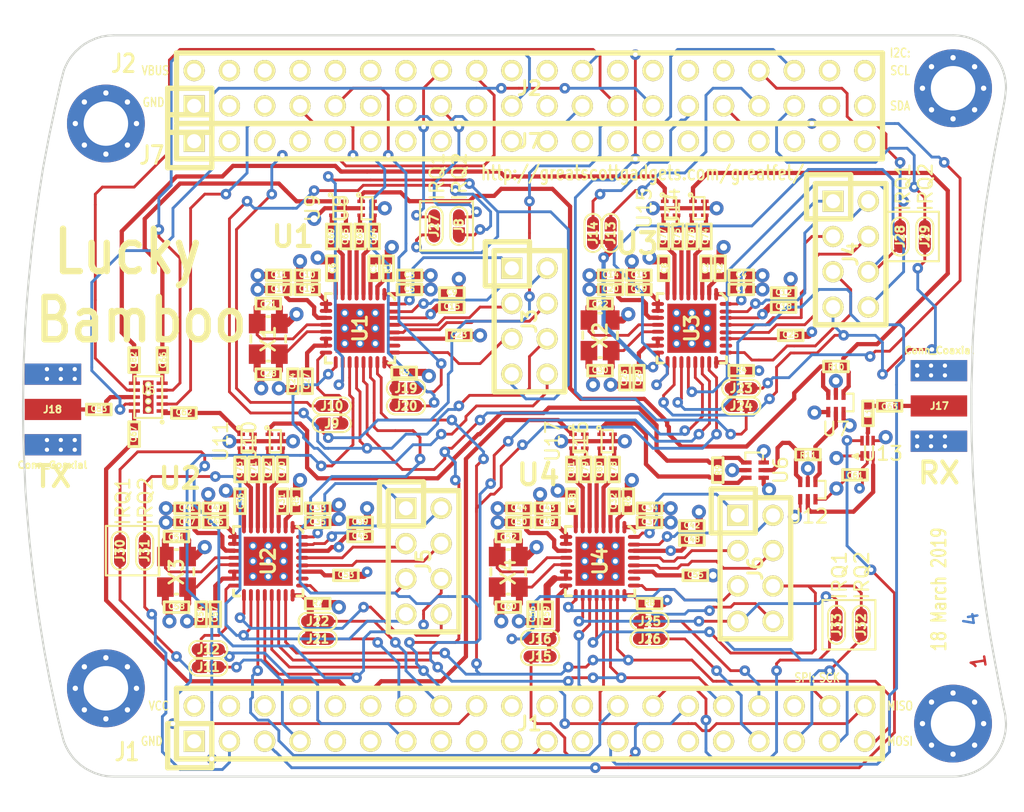
<source format=kicad_pcb>
(kicad_pcb (version 20221018) (generator pcbnew)
  (layers (0 "F.Cu" signal) (1 "In1.Cu" power "C2.Cu") (2 "In2.Cu" power "C3.Cu") (31 "B.Cu" signal) (35 "F.Paste" user) (36 "B.SilkS" user "B.Silkscreen") (37 "F.SilkS" user "F.Silkscreen") (38 "B.Mask" user) (39 "F.Mask" user) (44 "Edge.Cuts" user))
  (net 0 "")
  (net 1 "GND")
  (net 2 "VCC")
  (net 3 "Net-(C1-Pad2)")
  (net 4 "Net-(C2-Pad2)")
  (net 5 "Net-(C3-Pad2)")
  (net 6 "Net-(C4-Pad2)")
  (net 7 "Net-(C6-Pad1)")
  (net 8 "Net-(C8-Pad1)")
  (net 9 "Net-(C10-Pad1)")
  (net 10 "Net-(C11-Pad1)")
  (net 11 "Net-(C13-Pad1)")
  (net 12 "Net-(C14-Pad1)")
  (net 13 "Net-(C21-Pad1)")
  (net 14 "Net-(C22-Pad1)")
  (net 15 "Net-(C23-Pad2)")
  (net 16 "Net-(C24-Pad1)")
  (net 17 "Net-(C25-Pad2)")
  (net 18 "Net-(C26-Pad1)")
  (net 19 "Net-(C28-Pad1)")
  (net 20 "Net-(C30-Pad1)")
  (net 21 "Net-(C31-Pad2)")
  (net 22 "Net-(C32-Pad2)")
  (net 23 "Net-(C33-Pad2)")
  (net 24 "Net-(C34-Pad2)")
  (net 25 "Net-(C36-Pad1)")
  (net 26 "Net-(C38-Pad1)")
  (net 27 "Net-(C40-Pad1)")
  (net 28 "Net-(C41-Pad1)")
  (net 29 "Net-(C43-Pad1)")
  (net 30 "Net-(C44-Pad1)")
  (net 31 "Net-(C51-Pad1)")
  (net 32 "Net-(C52-Pad1)")
  (net 33 "Net-(C53-Pad2)")
  (net 34 "Net-(C54-Pad1)")
  (net 35 "Net-(C55-Pad2)")
  (net 36 "Net-(C56-Pad1)")
  (net 37 "Net-(C58-Pad1)")
  (net 38 "Net-(C60-Pad1)")
  (net 39 "/RFOUT1")
  (net 40 "/RFOUT2")
  (net 41 "Net-(C63-Pad2)")
  (net 42 "Net-(C63-Pad1)")
  (net 43 "Net-(C64-Pad1)")
  (net 44 "Net-(C65-Pad1)")
  (net 45 "/RFOUT1_P")
  (net 46 "/RFOUT1_N")
  (net 47 "/RFOUT2_P")
  (net 48 "/RFOUT2_N")
  (net 49 "/RFOUT3")
  (net 50 "/RFOUT4")
  (net 51 "Net-(C74-Pad1)")
  (net 52 "Net-(C75-Pad1)")
  (net 53 "/RFOUT3_P")
  (net 54 "/RFOUT3_N")
  (net 55 "/RFOUT4_P")
  (net 56 "/RFOUT4_N")
  (net 57 "/P4_9")
  (net 58 "/P4_10")
  (net 59 "/P1_0")
  (net 60 "/P1_5")
  (net 61 "/P5_2")
  (net 62 "/P1_6")
  (net 63 "/P1_8")
  (net 64 "/P1_12")
  (net 65 "/P1_14")
  (net 66 "/P1_13")
  (net 67 "/P1_15")
  (net 68 "/P1_16")
  (net 69 "/P1_17")
  (net 70 "/P9_5")
  (net 71 "/P9_6")
  (net 72 "/P2_0")
  (net 73 "/P1_20")
  (net 74 "/P1_19")
  (net 75 "/P1_4")
  (net 76 "/P1_3")
  (net 77 "/P4_4")
  (net 78 "/P4_3")
  (net 79 "/P2_6")
  (net 80 "/P7_7")
  (net 81 "/P2_5")
  (net 82 "/P2_4")
  (net 83 "/P7_2")
  (net 84 "/P3_1")
  (net 85 "/P7_1")
  (net 86 "/P7_0")
  (net 87 "/P6_8")
  (net 88 "/P6_7")
  (net 89 "/P2_2")
  (net 90 "/P6_6")
  (net 91 "/P2_1")
  (net 92 "/P6_3")
  (net 93 "/DT1")
  (net 94 "/DT2")
  (net 95 "/DT3")
  (net 96 "/DT4")
  (net 97 "/DR1")
  (net 98 "/DR2")
  (net 99 "/DR3")
  (net 100 "/DR4")
  (net 101 "/~{CS}1")
  (net 102 "/~{CS}2")
  (net 103 "/~{CS}3")
  (net 104 "/~{CS}4")
  (net 105 "/TRFS1")
  (net 106 "/TRFS2")
  (net 107 "/TRFS3")
  (net 108 "/TRFS4")
  (net 109 "/IRQ1")
  (net 110 "/IRQ2")
  (net 111 "/IRQ3")
  (net 112 "/IRQ4")
  (net 113 "Net-(R1-Pad2)")
  (net 114 "Net-(R2-Pad2)")
  (net 115 "Net-(R5-Pad2)")
  (net 116 "Net-(R6-Pad2)")
  (net 117 "/RFIN1_P")
  (net 118 "/RFIN1_N")
  (net 119 "/RFIN2_P")
  (net 120 "Net-(C70-Pad1)")
  (net 121 "Net-(C71-Pad1)")
  (net 122 "/RFIN2_N")
  (net 123 "/RFIN3_P")
  (net 124 "/RFIN3_N")
  (net 125 "/RFIN4_P")
  (net 126 "Net-(C78-Pad1)")
  (net 127 "Net-(C79-Pad1)")
  (net 128 "/RFIN4_N")
  (net 129 "/PABIAOP1")
  (net 130 "/PAVSUP1")
  (net 131 "/XOSC32KN1")
  (net 132 "/XOSC32KP1")
  (net 133 "/TXEN1")
  (net 134 "/PABIAOP3")
  (net 135 "/PAVSUP3")
  (net 136 "/XOSC32KN3")
  (net 137 "/XOSC32KP3")
  (net 138 "/TXEN3")
  (net 139 "/PABIAOP2")
  (net 140 "/PAVSUP2")
  (net 141 "/XOSC32KN2")
  (net 142 "/XOSC32KP2")
  (net 143 "/TXEN2")
  (net 144 "/PABIAOP4")
  (net 145 "/PAVSUP4")
  (net 146 "/XOSC32KN4")
  (net 147 "/XOSC32KP4")
  (net 148 "/TXEN4")
  (net 149 "/RFIN")
  (net 150 "/RFIN1")
  (net 151 "/RFIN2")
  (net 152 "/RFIN3")
  (net 153 "/RFIN4")
  (net 154 "Net-(C68-Pad1)")
  (net 155 "Net-(C69-Pad1)")
  (net 156 "Net-(C72-Pad1)")
  (net 157 "Net-(C73-Pad1)")
  (net 158 "Net-(C76-Pad1)")
  (net 159 "Net-(C77-Pad1)")
  (net 160 "Net-(C80-Pad1)")
  (net 161 "Net-(C81-Pad1)")
  (net 162 "Net-(R11-Pad2)")
  (net 163 "Net-(R11-Pad1)")
  (net 164 "Net-(U12-Pad5)")
  (net 165 "Net-(C62-Pad2)")
  (net 166 "Net-(C66-Pad1)")
  (net 167 "Net-(C67-Pad1)")
  (net 168 "Net-(C82-Pad2)")
  (net 169 "Net-(C83-Pad2)")
  (net 170 "Net-(C83-Pad1)")
  (footprint "gsg-modules:HEADER-2x20" (layer "F.Cu") (at 146.05 118.11)
    (fp_text reference "J1")
    (fp_text value "NEIGHBOR1" hide)
  )
  (footprint "gsg-modules:HEADER-2x20" (layer "F.Cu") (at 146.05 72.39)
    (fp_text reference "J2")
    (fp_text value "NEIGHBOR2" hide)
  )
  (footprint "gsg-modules:HEADER-1x20" (layer "F.Cu") (at 146.05 76.2)
    (fp_text reference "J7")
    (fp_text value "BONUS_ROW" hide)
  )
  (footprint "gsg-modules:HOLE126MIL-COPPER" (layer "F.Cu") (at 115.57 74.93)
    (fp_text reference "MH1" hide)
    (fp_text value "MOUNTING_HOLE" hide)
  )
  (footprint "gsg-modules:HOLE126MIL-COPPER" (layer "F.Cu") (at 115.57 115.57)
    (fp_text reference "MH2" hide)
    (fp_text value "MOUNTING_HOLE" hide)
  )
  (footprint "gsg-modules:HOLE126MIL-COPPER" (layer "F.Cu") (at 176.53 118.11)
    (fp_text reference "MH3" hide)
    (fp_text value "MOUNTING_HOLE" hide)
  )
  (footprint "gsg-modules:HOLE126MIL-COPPER" (layer "F.Cu") (at 176.53 72.39)
    (fp_text reference "MH4" hide)
    (fp_text value "MOUNTING_HOLE" hide)
  )
  (footprint "gsg-modules:0603-JUMPER" (layer "F.Cu") (at 131.826 96.52 180)
    (fp_text reference "J9")
    (fp_text value "TEST_2P" hide)
  )
  (footprint "gsg-modules:0603-JUMPER" (layer "F.Cu") (at 131.826 95.25 180)
    (fp_text reference "J10")
    (fp_text value "TEST_2P" hide)
  )
  (footprint "gsg-modules:0603-JUMPER" (layer "F.Cu") (at 122.936 114.046)
    (fp_text reference "J11")
    (fp_text value "TEST_2P" hide)
  )
  (footprint "gsg-modules:0603-JUMPER" (layer "F.Cu") (at 122.936 112.776)
    (fp_text reference "J12")
    (fp_text value "TEST_2P" hide)
  )
  (footprint "gsg-modules:0603-JUMPER" (layer "F.Cu") (at 151.892 82.804 90)
    (fp_text reference "J13")
    (fp_text value "TEST_2P" hide)
  )
  (footprint "gsg-modules:0603-JUMPER" (layer "F.Cu") (at 150.622 82.804 90)
    (fp_text reference "J14")
    (fp_text value "TEST_2P" hide)
  )
  (footprint "gsg-modules:0603-JUMPER" (layer "F.Cu") (at 146.812 113.284 180)
    (fp_text reference "J15")
    (fp_text value "TEST_2P" hide)
  )
  (footprint "gsg-modules:0603-JUMPER" (layer "F.Cu") (at 146.812 112.014 180)
    (fp_text reference "J16")
    (fp_text value "TEST_2P" hide)
  )
  (footprint "gsg-modules:SMA-EDGE" (layer "F.Cu") (at 177.546 95.25 180)
    (fp_text reference "J17")
    (fp_text value "Conn_Coaxial")
  )
  (footprint "gsg-modules:SMA-EDGE" (layer "F.Cu") (at 109.728 95.504)
    (fp_text reference "J18")
    (fp_text value "Conn_Coaxial")
  )
  (footprint "gsg-modules:0603-JUMPER" (layer "F.Cu") (at 137.16 93.98)
    (fp_text reference "J19")
    (fp_text value "TEST_2P" hide)
  )
  (footprint "gsg-modules:0603-JUMPER" (layer "F.Cu") (at 137.16 95.25)
    (fp_text reference "J20")
    (fp_text value "TEST_2P" hide)
  )
  (footprint "gsg-modules:0603-JUMPER" (layer "F.Cu") (at 130.81 112.014)
    (fp_text reference "J21")
    (fp_text value "TEST_2P" hide)
  )
  (footprint "gsg-modules:0603-JUMPER" (layer "F.Cu") (at 130.81 110.744)
    (fp_text reference "J22")
    (fp_text value "TEST_2P" hide)
  )
  (footprint "gsg-modules:0603-JUMPER" (layer "F.Cu") (at 161.29 93.98)
    (fp_text reference "J23")
    (fp_text value "TEST_2P" hide)
  )
  (footprint "gsg-modules:0603-JUMPER" (layer "F.Cu") (at 161.29 95.25)
    (fp_text reference "J24")
    (fp_text value "TEST_2P" hide)
  )
  (footprint "gsg-modules:0603-JUMPER" (layer "F.Cu") (at 154.686 110.744)
    (fp_text reference "J25")
    (fp_text value "TEST_2P" hide)
  )
  (footprint "gsg-modules:0603-JUMPER" (layer "F.Cu") (at 154.686 112.014)
    (fp_text reference "J26")
    (fp_text value "TEST_2P" hide)
  )
  (footprint "gsg-modules:LFCSP32" (layer "F.Cu") (at 133.858 89.662 -90)
    (fp_text reference "U1")
    (fp_text value "ADF7242" hide)
  )
  (footprint "gsg-modules:LFCSP32" (layer "F.Cu") (at 127.254 106.426 -90)
    (fp_text reference "U2")
    (fp_text value "ADF7242" hide)
  )
  (footprint "gsg-modules:LFCSP32" (layer "F.Cu") (at 157.734 89.662 -90)
    (fp_text reference "U3")
    (fp_text value "ADF7242" hide)
  )
  (footprint "gsg-modules:LFCSP32" (layer "F.Cu") (at 151.13 106.426 -90)
    (fp_text reference "U4")
    (fp_text value "ADF7242" hide)
  )
  (footprint "gsg-modules:SKY13322-375LF" (layer "F.Cu") (at 118.618 94.615 180)
    (fp_text reference "U5")
    (fp_text value "SKY13322" hide)
  )
  (footprint "gsg-modules:XTAL3.2x2.5mm" (layer "F.Cu") (at 127.254 90.424 -90)
    (fp_text reference "X1")
    (fp_text value "XTAL4PIN" hide)
  )
  (footprint "gsg-modules:XTAL3.2x2.5mm" (layer "F.Cu") (at 151.13 90.17 -90)
    (fp_text reference "X2")
    (fp_text value "XTAL4PIN" hide)
  )
  (footprint "gsg-modules:XTAL3.2x2.5mm" (layer "F.Cu") (at 120.65 107.188 -90)
    (fp_text reference "X3")
    (fp_text value "XTAL4PIN" hide)
  )
  (footprint "gsg-modules:XTAL3.2x2.5mm" (layer "F.Cu") (at 144.526 107.188 -90)
    (fp_text reference "X4")
    (fp_text value "XTAL4PIN" hide)
  )
  (footprint "gsg-modules:0402" (layer "F.Cu") (at 134.874 85.344 -90)
    (fp_text reference "C1")
    (fp_text value "100pF" hide)
  )
  (footprint "gsg-modules:0402" (layer "F.Cu") (at 158.75 85.344 -90)
    (fp_text reference "C2")
    (fp_text value "100pF" hide)
  )
  (footprint "gsg-modules:0402" (layer "F.Cu") (at 137.414 85.852 180)
    (fp_text reference "C3")
    (fp_text value "220nF" hide)
  )
  (footprint "gsg-modules:0402" (layer "F.Cu") (at 161.29 85.852 180)
    (fp_text reference "C4")
    (fp_text value "220nF" hide)
  )
  (footprint "gsg-modules:0402" (layer "F.Cu") (at 137.414 86.868 180)
    (fp_text reference "C5")
    (fp_text value "27pF" hide)
  )
  (footprint "gsg-modules:0402" (layer "F.Cu") (at 131.826 85.344 90)
    (fp_text reference "C6")
    (fp_text value "100pF" hide)
  )
  (footprint "gsg-modules:0402" (layer "F.Cu") (at 161.29 86.868 180)
    (fp_text reference "C7")
    (fp_text value "27pF" hide)
  )
  (footprint "gsg-modules:0402" (layer "F.Cu") (at 155.702 85.344 90)
    (fp_text reference "C8")
    (fp_text value "100pF" hide)
  )
  (footprint "gsg-modules:0402" (layer "F.Cu") (at 140.462 87.122 180)
    (fp_text reference "C9")
    (fp_text value "220nF" hide)
  )
  (footprint "gsg-modules:0402" (layer "F.Cu") (at 130.048 85.852 180)
    (fp_text reference "C10")
    (fp_text value "220nF" hide)
  )
  (footprint "gsg-modules:0402" (layer "F.Cu") (at 128.016 85.852 180)
    (fp_text reference "C11")
    (fp_text value "220nF" hide)
  )
  (footprint "gsg-modules:0402" (layer "F.Cu") (at 164.338 87.122 180)
    (fp_text reference "C12")
    (fp_text value "220nF" hide)
  )
  (footprint "gsg-modules:0402" (layer "F.Cu") (at 153.924 85.852 180)
    (fp_text reference "C13")
    (fp_text value "220nF" hide)
  )
  (footprint "gsg-modules:0402" (layer "F.Cu") (at 151.892 85.852 180)
    (fp_text reference "C14")
    (fp_text value "220nF" hide)
  )
  (footprint "gsg-modules:0402" (layer "F.Cu") (at 140.462 88.138 180)
    (fp_text reference "C15")
    (fp_text value "27pF" hide)
  )
  (footprint "gsg-modules:0402" (layer "F.Cu") (at 130.048 86.868 180)
    (fp_text reference "C16")
    (fp_text value "27pF" hide)
  )
  (footprint "gsg-modules:0402" (layer "F.Cu") (at 128.016 86.868 180)
    (fp_text reference "C17")
    (fp_text value "27pF" hide)
  )
  (footprint "gsg-modules:0402" (layer "F.Cu") (at 164.338 88.138 180)
    (fp_text reference "C18")
    (fp_text value "27pF" hide)
  )
  (footprint "gsg-modules:0402" (layer "F.Cu") (at 153.924 86.868 180)
    (fp_text reference "C19")
    (fp_text value "27pF" hide)
  )
  (footprint "gsg-modules:0402" (layer "F.Cu") (at 151.892 86.868 180)
    (fp_text reference "C20")
    (fp_text value "27pF" hide)
  )
  (footprint "gsg-modules:0402" (layer "F.Cu") (at 127.254 87.884)
    (fp_text reference "C21")
    (fp_text value "18pF" hide)
  )
  (footprint "gsg-modules:0402" (layer "F.Cu") (at 151.13 87.884)
    (fp_text reference "C22")
    (fp_text value "18pF" hide)
  )
  (footprint "gsg-modules:0402" (layer "F.Cu") (at 140.97 90.17 180)
    (fp_text reference "C23")
    (fp_text value "1nF" hide)
  )
  (footprint "gsg-modules:0402" (layer "F.Cu") (at 129.032 93.472 -90)
    (fp_text reference "C24")
    (fp_text value "220nF" hide)
  )
  (footprint "gsg-modules:0402" (layer "F.Cu") (at 164.846 90.17 180)
    (fp_text reference "C25")
    (fp_text value "1nF" hide)
  )
  (footprint "gsg-modules:0402" (layer "F.Cu") (at 152.908 93.218 -90)
    (fp_text reference "C26")
    (fp_text value "220nF" hide)
  )
  (footprint "gsg-modules:0402" (layer "F.Cu") (at 130.048 93.472 -90)
    (fp_text reference "C27")
    (fp_text value "27pF" hide)
  )
  (footprint "gsg-modules:0402" (layer "F.Cu") (at 127.254 92.964 180)
    (fp_text reference "C28")
    (fp_text value "18pF" hide)
  )
  (footprint "gsg-modules:0402" (layer "F.Cu") (at 153.924 93.218 -90)
    (fp_text reference "C29")
    (fp_text value "27pF" hide)
  )
  (footprint "gsg-modules:0402" (layer "F.Cu") (at 151.13 92.71 180)
    (fp_text reference "C30")
    (fp_text value "18pF" hide)
  )
  (footprint "gsg-modules:0402" (layer "F.Cu") (at 128.27 102.108 -90)
    (fp_text reference "C31")
    (fp_text value "100pF" hide)
  )
  (footprint "gsg-modules:0402" (layer "F.Cu") (at 152.146 102.108 -90)
    (fp_text reference "C32")
    (fp_text value "100pF" hide)
  )
  (footprint "gsg-modules:0402" (layer "F.Cu") (at 130.81 102.616 180)
    (fp_text reference "C33")
    (fp_text value "220nF" hide)
  )
  (footprint "gsg-modules:0402" (layer "F.Cu") (at 154.686 102.616 180)
    (fp_text reference "C34")
    (fp_text value "220nF" hide)
  )
  (footprint "gsg-modules:0402" (layer "F.Cu") (at 130.81 103.632 180)
    (fp_text reference "C35")
    (fp_text value "27pF" hide)
  )
  (footprint "gsg-modules:0402" (layer "F.Cu") (at 125.222 102.108 90)
    (fp_text reference "C36")
    (fp_text value "100pF" hide)
  )
  (footprint "gsg-modules:0402" (layer "F.Cu") (at 154.686 103.632 180)
    (fp_text reference "C37")
    (fp_text value "27pF" hide)
  )
  (footprint "gsg-modules:0402" (layer "F.Cu") (at 149.098 102.108 90)
    (fp_text reference "C38")
    (fp_text value "100pF" hide)
  )
  (footprint "gsg-modules:0402" (layer "F.Cu") (at 133.858 103.632 180)
    (fp_text reference "C39")
    (fp_text value "220nF" hide)
  )
  (footprint "gsg-modules:0402" (layer "F.Cu") (at 123.444 102.616 180)
    (fp_text reference "C40")
    (fp_text value "220nF" hide)
  )
  (footprint "gsg-modules:0402" (layer "F.Cu") (at 121.412 102.616 180)
    (fp_text reference "C41")
    (fp_text value "220nF" hide)
  )
  (footprint "gsg-modules:0402" (layer "F.Cu") (at 157.734 103.886 180)
    (fp_text reference "C42")
    (fp_text value "220nF" hide)
  )
  (footprint "gsg-modules:0402" (layer "F.Cu") (at 147.32 102.616 180)
    (fp_text reference "C43")
    (fp_text value "220nF" hide)
  )
  (footprint "gsg-modules:0402" (layer "F.Cu") (at 145.288 102.616 180)
    (fp_text reference "C44")
    (fp_text value "220nF" hide)
  )
  (footprint "gsg-modules:0402" (layer "F.Cu") (at 133.858 104.648 180)
    (fp_text reference "C45")
    (fp_text value "27pF" hide)
  )
  (footprint "gsg-modules:0402" (layer "F.Cu") (at 123.444 103.632 180)
    (fp_text reference "C46")
    (fp_text value "27pF" hide)
  )
  (footprint "gsg-modules:0402" (layer "F.Cu") (at 121.412 103.632 180)
    (fp_text reference "C47")
    (fp_text value "27pF" hide)
  )
  (footprint "gsg-modules:0402" (layer "F.Cu") (at 157.734 104.902 180)
    (fp_text reference "C48")
    (fp_text value "27pF" hide)
  )
  (footprint "gsg-modules:0402" (layer "F.Cu") (at 147.32 103.632 180)
    (fp_text reference "C49")
    (fp_text value "27pF" hide)
  )
  (footprint "gsg-modules:0402" (layer "F.Cu") (at 145.288 103.632 180)
    (fp_text reference "C50")
    (fp_text value "27pF" hide)
  )
  (footprint "gsg-modules:0402" (layer "F.Cu") (at 120.65 104.648)
    (fp_text reference "C51")
    (fp_text value "18pF" hide)
  )
  (footprint "gsg-modules:0402" (layer "F.Cu") (at 144.526 104.648)
    (fp_text reference "C52")
    (fp_text value "18pF" hide)
  )
  (footprint "gsg-modules:0402" (layer "F.Cu") (at 132.842 107.442 180)
    (fp_text reference "C53")
    (fp_text value "1nF" hide)
  )
  (footprint "gsg-modules:0402" (layer "F.Cu") (at 122.428 110.236 -90)
    (fp_text reference "C54")
    (fp_text value "220nF" hide)
  )
  (footprint "gsg-modules:0402" (layer "F.Cu") (at 157.988 107.442 180)
    (fp_text reference "C55")
    (fp_text value "1nF" hide)
  )
  (footprint "gsg-modules:0402" (layer "F.Cu") (at 146.304 110.236 -90)
    (fp_text reference "C56")
    (fp_text value "220nF" hide)
  )
  (footprint "gsg-modules:0402" (layer "F.Cu") (at 123.444 110.236 -90)
    (fp_text reference "C57")
    (fp_text value "27pF" hide)
  )
  (footprint "gsg-modules:0402" (layer "F.Cu") (at 120.65 109.728 180)
    (fp_text reference "C58")
    (fp_text value "18pF" hide)
  )
  (footprint "gsg-modules:0402" (layer "F.Cu") (at 147.32 110.236 -90)
    (fp_text reference "C59")
    (fp_text value "27pF" hide)
  )
  (footprint "gsg-modules:0402" (layer "F.Cu") (at 144.526 109.728 180)
    (fp_text reference "C60")
    (fp_text value "18pF" hide)
  )
  (footprint "gsg-modules:0402" (layer "F.Cu") (at 171.958 95.25)
    (fp_text reference "C63")
    (fp_text value "1nF" hide)
  )
  (footprint "gsg-modules:0402" (layer "F.Cu") (at 134.874 83.058 -90)
    (fp_text reference "C64")
    (fp_text value "10nF" hide)
  )
  (footprint "gsg-modules:0402" (layer "F.Cu") (at 132.842 83.058 -90)
    (fp_text reference "C65")
    (fp_text value "10nF" hide)
  )
  (footprint "gsg-modules:0402" (layer "F.Cu") (at 133.858 83.058 -90)
    (fp_text reference "C68")
    (fp_text value "10nF" hide)
  )
  (footprint "gsg-modules:0402" (layer "F.Cu") (at 131.826 83.058 -90)
    (fp_text reference "C69")
    (fp_text value "10nF" hide)
  )
  (footprint "gsg-modules:0402" (layer "F.Cu") (at 128.27 99.822 -90)
    (fp_text reference "C70")
    (fp_text value "10nF" hide)
  )
  (footprint "gsg-modules:0402" (layer "F.Cu") (at 126.238 99.822 -90)
    (fp_text reference "C71")
    (fp_text value "10nF" hide)
  )
  (footprint "gsg-modules:0402" (layer "F.Cu") (at 127.254 99.822 -90)
    (fp_text reference "C72")
    (fp_text value "10nF" hide)
  )
  (footprint "gsg-modules:0402" (layer "F.Cu") (at 125.222 99.822 -90)
    (fp_text reference "C73")
    (fp_text value "10nF" hide)
  )
  (footprint "gsg-modules:0402" (layer "F.Cu") (at 158.75 83.058 -90)
    (fp_text reference "C74")
    (fp_text value "10nF" hide)
  )
  (footprint "gsg-modules:0402" (layer "F.Cu") (at 156.718 83.058 -90)
    (fp_text reference "C75")
    (fp_text value "10nF" hide)
  )
  (footprint "gsg-modules:0402" (layer "F.Cu") (at 157.734 83.058 -90)
    (fp_text reference "C76")
    (fp_text value "10nF" hide)
  )
  (footprint "gsg-modules:0402" (layer "F.Cu") (at 155.702 83.058 -90)
    (fp_text reference "C77")
    (fp_text value "10nF" hide)
  )
  (footprint "gsg-modules:0402" (layer "F.Cu") (at 152.146 99.822 -90)
    (fp_text reference "C78")
    (fp_text value "10nF" hide)
  )
  (footprint "gsg-modules:0402" (layer "F.Cu") (at 150.114 99.822 -90)
    (fp_text reference "C79")
    (fp_text value "10nF" hide)
  )
  (footprint "gsg-modules:0402" (layer "F.Cu") (at 151.13 99.822 -90)
    (fp_text reference "C80")
    (fp_text value "10nF" hide)
  )
  (footprint "gsg-modules:0402" (layer "F.Cu") (at 170.408287 95.784459 90)
    (fp_text reference "L1")
    (fp_text value "3.8nH" hide)
  )
  (footprint "gsg-modules:0402" (layer "F.Cu") (at 135.89 85.344 -90)
    (fp_text reference "R1")
    (fp_text value "27k" hide)
  )
  (footprint "gsg-modules:0402" (layer "F.Cu") (at 159.766 85.344 -90)
    (fp_text reference "R2")
    (fp_text value "27k" hide)
  )
  (footprint "gsg-modules:0402" (layer "F.Cu") (at 137.033 92.837 180)
    (fp_text reference "R3")
    (fp_text value "10k" hide)
  )
  (footprint "gsg-modules:0402" (layer "F.Cu") (at 161.29 92.71 180)
    (fp_text reference "R4")
    (fp_text value "10k" hide)
  )
  (footprint "gsg-modules:0402" (layer "F.Cu") (at 129.286 102.108 -90)
    (fp_text reference "R5")
    (fp_text value "27k" hide)
  )
  (footprint "gsg-modules:0402" (layer "F.Cu") (at 153.162 102.108 -90)
    (fp_text reference "R6")
    (fp_text value "27k" hide)
  )
  (footprint "gsg-modules:0402" (layer "F.Cu") (at 130.81 109.474 180)
    (fp_text reference "R7")
    (fp_text value "10k" hide)
  )
  (footprint "gsg-modules:0402" (layer "F.Cu") (at 154.686 109.474 180)
    (fp_text reference "R8")
    (fp_text value "10k" hide)
  )
  (footprint "gsg-modules:0402" (layer "F.Cu") (at 149.098 99.822 -90)
    (fp_text reference "C81")
    (fp_text value "10nF" hide)
  )
  (footprint "gsg-modules:HEADER-2x4" (layer "F.Cu") (at 146.05 89.154 -90)
    (fp_text reference "J3")
    (fp_text value "Conn_01x08" hide)
  )
  (footprint "gsg-modules:HEADER-2x4" (layer "F.Cu") (at 169.164 84.328 -90)
    (fp_text reference "J4")
    (fp_text value "Conn_01x08" hide)
  )
  (footprint "gsg-modules:HEADER-2x4" (layer "F.Cu") (at 138.43 106.426 -90)
    (fp_text reference "J5")
    (fp_text value "Conn_01x08" hide)
  )
  (footprint "gsg-modules:HEADER-2x4" (layer "F.Cu") (at 162.306 106.934 -90)
    (fp_text reference "J6")
    (fp_text value "Conn_01x08" hide)
  )
  (footprint "gsg-modules:ADF7242_balun" (layer "F.Cu") (at 134.366 81.026 90)
    (fp_text reference "U8")
    (fp_text value "ADF7242_balun")
  )
  (footprint "gsg-modules:ADF7242_balun" (layer "F.Cu") (at 132.334 81.026 90)
    (fp_text reference "U9")
    (fp_text value "ADF7242_balun")
  )
  (footprint "gsg-modules:ADF7242_balun" (layer "F.Cu") (at 127.762 97.79 90)
    (fp_text reference "U10")
    (fp_text value "ADF7242_balun")
  )
  (footprint "gsg-modules:ADF7242_balun" (layer "F.Cu") (at 125.73 97.79 90)
    (fp_text reference "U11")
    (fp_text value "ADF7242_balun")
  )
  (footprint "gsg-modules:ADF7242_balun" (layer "F.Cu") (at 158.242 81.026 90)
    (fp_text reference "U14")
    (fp_text value "ADF7242_balun")
  )
  (footprint "gsg-modules:ADF7242_balun" (layer "F.Cu") (at 156.21 81.026 90)
    (fp_text reference "U15")
    (fp_text value "ADF7242_balun")
  )
  (footprint "gsg-modules:ADF7242_balun" (layer "F.Cu") (at 151.638 97.79 90)
    (fp_text reference "U16")
    (fp_text value "ADF7242_balun")
  )
  (footprint "gsg-modules:ADF7242_balun" (layer "F.Cu") (at 149.606 97.79 90)
    (fp_text reference "U17")
    (fp_text value "ADF7242_balun")
  )
  (footprint "gsg-modules:0603-JUMPER" (layer "F.Cu") (at 140.97 82.296 -90)
    (fp_text reference "J8")
    (fp_text value "TEST_2P" hide)
  )
  (footprint "gsg-modules:0603-JUMPER" (layer "F.Cu") (at 139.192 82.296 -90)
    (fp_text reference "J27")
    (fp_text value "TEST_2P" hide)
  )
  (footprint "gsg-modules:0603-JUMPER" (layer "F.Cu") (at 172.72 83.058 -90)
    (fp_text reference "J28")
    (fp_text value "TEST_2P" hide)
  )
  (footprint "gsg-modules:0603-JUMPER" (layer "F.Cu") (at 174.498 83.058 -90)
    (fp_text reference "J29")
    (fp_text value "TEST_2P" hide)
  )
  (footprint "gsg-modules:0603-JUMPER" (layer "F.Cu") (at 116.586 105.664 90)
    (fp_text reference "J30")
    (fp_text value "TEST_2P" hide)
  )
  (footprint "gsg-modules:0603-JUMPER" (layer "F.Cu") (at 118.364 105.664 90)
    (fp_text reference "J31")
    (fp_text value "TEST_2P" hide)
  )
  (footprint "gsg-modules:0603-JUMPER" (layer "F.Cu") (at 169.926 110.998 90)
    (fp_text reference "J32")
    (fp_text value "TEST_2P" hide)
  )
  (footprint "gsg-modules:0603-JUMPER" (layer "F.Cu") (at 168.148 110.998 90)
    (fp_text reference "J33")
    (fp_text value "TEST_2P" hide)
  )
  (footprint "gsg-modules:0402" (layer "F.Cu") (at 159.6 99.8666 90)
    (fp_text reference "R9")
    (fp_text value "100" hide)
  )
  (footprint "gsg-modules:0402" (layer "F.Cu") (at 168.1034 92.41)
    (fp_text reference "R10")
    (fp_text value "100" hide)
  )
  (footprint "gsg-modules:0402" (layer "F.Cu") (at 166.0934 98.75)
    (fp_text reference "R11")
    (fp_text value "100" hide)
  )
  (footprint "gsg-modules:HHM2293A1" (layer "F.Cu") (at 164.63 99.87 -90)
    (fp_text reference "U6")
    (fp_text value "HHM2293A1")
  )
  (footprint "gsg-modules:HHM2293A1" (layer "F.Cu") (at 168.1 97.415 180)
    (fp_text reference "U7")
    (fp_text value "HHM2293A1" hide)
  )
  (footprint "gsg-modules:HHM2293A1" (layer "F.Cu") (at 166.08 103.69 180)
    (fp_text reference "U12")
    (fp_text value "HHM2293A1" hide)
  )
  (footprint "gsg-modules:0402" (layer "F.Cu") (at 169.4734 100.21)
    (fp_text reference "C61")
    (fp_text value "1nF" hide)
  )
  (footprint "gsg-modules:BGA7H1N6" (layer "F.Cu") (at 170.38 98.3 180)
    (fp_text reference "U13")
    (fp_text value "BGA7H1N6" hide)
  )
  (footprint "gsg-modules:0402" (layer "F.Cu") (at 119.634 91.948 90)
    (fp_text reference "C66")
    (fp_text value "47pF" hide)
  )
  (footprint "gsg-modules:0402" (layer "F.Cu") (at 117.602 91.948 -90)
    (fp_text reference "C82")
    (fp_text value "47pF" hide)
  )
  (footprint "gsg-modules:0402" (layer "F.Cu") (at 117.602 97.282 -90)
    (fp_text reference "C67")
    (fp_text value "47pF" hide)
  )
  (footprint "gsg-modules:0402" (layer "F.Cu") (at 121.1834 95.758 180)
    (fp_text reference "C62")
    (fp_text value "47pF" hide)
  )
  (footprint "gsg-modules:0402" (layer "F.Cu") (at 115.062 95.504 180)
    (fp_text reference "C83")
    (fp_text value "47pF" hide)
  )
  (gr_line (start 170.942 109.22) (end 167.132 109.22) (stroke (width 0.15)) (layer "F.SilkS"))
  (gr_line (start 141.986 80.518) (end 138.176 80.518) (stroke (width 0.15)) (layer "F.SilkS"))
  (gr_line (start 171.704 84.836) (end 175.514 84.836) (stroke (width 0.15)) (layer "F.SilkS"))
  (gr_line (start 167.132 109.22) (end 167.132 112.776) (stroke (width 0.15)) (layer "F.SilkS"))
  (gr_line (start 119.38 103.886) (end 119.38 107.442) (stroke (width 0.15)) (layer "F.SilkS"))
  (gr_line (start 138.176 84.074) (end 141.986 84.074) (stroke (width 0.15)) (layer "F.SilkS"))
  (gr_line (start 175.514 84.836) (end 175.514 81.28) (stroke (width 0.15)) (layer "F.SilkS"))
  (gr_line (start 170.942 112.776) (end 170.942 109.22) (stroke (width 0.15)) (layer "F.SilkS"))
  (gr_line (start 115.57 103.886) (end 119.38 103.886) (stroke (width 0.15)) (layer "F.SilkS"))
  (gr_line (start 175.514 81.28) (end 171.704 81.28) (stroke (width 0.15)) (layer "F.SilkS"))
  (gr_line (start 115.57 107.442) (end 115.57 103.886) (stroke (width 0.15)) (layer "F.SilkS"))
  (gr_line (start 138.176 80.518) (end 138.176 84.074) (stroke (width 0.15)) (layer "F.SilkS"))
  (gr_line (start 141.986 84.074) (end 141.986 80.518) (stroke (width 0.15)) (layer "F.SilkS"))
  (gr_line (start 171.704 81.28) (end 171.704 84.836) (stroke (width 0.15)) (layer "F.SilkS"))
  (gr_line (start 119.38 107.442) (end 115.57 107.442) (stroke (width 0.15)) (layer "F.SilkS"))
  (gr_line (start 167.132 112.776) (end 170.942 112.776) (stroke (width 0.15)) (layer "F.SilkS"))
  (gr_line (start 178.0794 102.108) (end 178.2318 104.1146) (stroke (width 0.15)) (layer "Edge.Cuts"))
  (gr_line (start 176.53 121.92) (end 116.1288 121.92) (stroke (width 0.15)) (layer "Edge.Cuts"))
  (gr_line (start 179.5526 113.7158) (end 179.8828 115.4684) (stroke (width 0.15)) (layer "Edge.Cuts"))
  (gr_line (start 180.2892 117.5004) (end 180.34 118.11) (stroke (width 0.15)) (layer "Edge.Cuts"))
  (gr_line (start 178.0794 88.4682) (end 178.2572 86.233) (stroke (width 0.15)) (layer "Edge.Cuts"))
  (gr_line (start 109.8804 87.7824) (end 109.7534 89.7128) (stroke (width 0.15)) (layer "Edge.Cuts"))
  (gr_line (start 115.2398 68.6816) (end 114.8334 68.8086) (stroke (width 0.15)) (layer "Edge.Cuts"))
  (gr_line (start 177.9524 99.9998) (end 178.0794 102.108) (stroke (width 0.15)) (layer "Edge.Cuts"))
  (gr_line (start 112.014 73.3298) (end 111.4806 75.8444) (stroke (width 0.15)) (layer "Edge.Cuts"))
  (gr_line (start 110.0582 104.8512) (end 109.9058 103.0224) (stroke (width 0.15)) (layer "Edge.Cuts"))
  (gr_line (start 180.2638 73.1266) (end 180.34 72.39) (stroke (width 0.15)) (layer "Edge.Cuts"))
  (gr_line (start 113.1824 69.977) (end 113.0046 70.2056) (stroke (width 0.15)) (layer "Edge.Cuts"))
  (gr_line (start 114.3762 121.4882) (end 114.0968 121.3358) (stroke (width 0.15)) (layer "Edge.Cuts"))
  (gr_line (start 178.4096 105.9942) (end 178.6382 107.9246) (stroke (width 0.15)) (layer "Edge.Cuts"))
  (gr_line (start 113.4872 120.8532) (end 113.2586 120.6246) (stroke (width 0.15)) (layer "Edge.Cuts"))
  (gr_line (start 109.7534 89.7128) (end 109.728 90.5002) (stroke (width 0.15)) (layer "Edge.Cuts"))
  (gr_line (start 112.4458 119.0244) (end 112.3442 118.6434) (stroke (width 0.15)) (layer "Edge.Cuts"))
  (gr_line (start 116.1288 121.92) (end 115.6462 121.8946) (stroke (width 0.15)) (layer "Edge.Cuts"))
  (gr_line (start 112.3188 71.9582) (end 112.014 73.3298) (stroke (width 0.15)) (layer "Edge.Cuts"))
  (gr_line (start 110.2106 84.201) (end 110.0074 86.2584) (stroke (width 0.15)) (layer "Edge.Cuts"))
  (gr_line (start 114.3762 69.0118) (end 114.0206 69.215) (stroke (width 0.15)) (layer "Edge.Cuts"))
  (gr_line (start 111.5314 114.9858) (end 111.1504 112.9284) (stroke (width 0.15)) (layer "Edge.Cuts"))
  (gr_line (start 115.2398 121.8184) (end 114.7572 121.666) (stroke (width 0.15)) (layer "Edge.Cuts"))
  (gr_line (start 112.8776 120.0912) (end 112.6998 119.761) (stroke (width 0.15)) (layer "Edge.Cuts"))
  (gr_line (start 177.8508 96.393) (end 177.8762 97.79) (stroke (width 0.15)) (layer "Edge.Cuts"))
  (gr_line (start 115.697 68.6054) (end 115.2398 68.6816) (stroke (width 0.15)) (layer "Edge.Cuts"))
  (gr_line (start 110.4392 82.2706) (end 110.2106 84.201) (stroke (width 0.15)) (layer "Edge.Cuts"))
  (gr_line (start 114.0206 69.215) (end 113.6904 69.469) (stroke (width 0.15)) (layer "Edge.Cuts"))
  (gr_line (start 113.6904 69.469) (end 113.3856 69.7484) (stroke (width 0.15)) (layer "Edge.Cuts"))
  (gr_line (start 109.728 90.5002) (end 109.6518 92.1766) (stroke (width 0.15)) (layer "Edge.Cuts"))
  (gr_line (start 116.1288 68.58) (end 115.697 68.6054) (stroke (width 0.15)) (layer "Edge.Cuts"))
  (gr_line (start 178.2572 86.233) (end 178.4604 84.2264) (stroke (width 0.15)) (layer "Edge.Cuts"))
  (gr_line (start 177.8762 97.79) (end 177.927 99.0346) (stroke (width 0.15)) (layer "Edge.Cuts"))
  (gr_line (start 112.3442 118.6434) (end 112.0902 117.602) (stroke (width 0.15)) (layer "Edge.Cuts"))
  (gr_line (start 112.395 71.6788) (end 112.3188 71.9582) (stroke (width 0.15)) (layer "Edge.Cuts"))
  (gr_line (start 114.7572 121.666) (end 114.3762 121.4882) (stroke (width 0.15)) (layer "Edge.Cuts"))
  (gr_line (start 113.7412 121.0818) (end 113.4872 120.8532) (stroke (width 0.15)) (layer "Edge.Cuts"))
  (gr_line (start 112.4712 71.374) (end 112.395 71.6788) (stroke (width 0.15)) (layer "Edge.Cuts"))
  (gr_line (start 179.2224 111.887) (end 179.5526 113.7158) (stroke (width 0.15)) (layer "Edge.Cuts"))
  (gr_line (start 177.9524 90.5002) (end 177.9016 92.3544) (stroke (width 0.15)) (layer "Edge.Cuts"))
  (gr_line (start 110.7186 80.264) (end 110.4392 82.2706) (stroke (width 0.15)) (layer "Edge.Cuts"))
  (gr_line (start 111.4806 75.8444) (end 111.0488 78.1304) (stroke (width 0.15)) (layer "Edge.Cuts"))
  (gr_line (start 179.8066 75.438) (end 180.1368 73.8124) (stroke (width 0.15)) (layer "Edge.Cuts"))
  (gr_line (start 110.0074 86.2584) (end 109.8804 87.7824) (stroke (width 0.15)) (layer "Edge.Cuts"))
  (gr_line (start 178.2318 104.1146) (end 178.4096 105.9942) (stroke (width 0.15)) (layer "Edge.Cuts"))
  (gr_line (start 109.7788 101.2952) (end 109.728 99.9998) (stroke (width 0.15)) (layer "Edge.Cuts"))
  (gr_line (start 177.927 99.0346) (end 177.9524 99.9998) (stroke (width 0.15)) (layer "Edge.Cuts"))
  (gr_line (start 112.649 70.8406) (end 112.5474 71.0946) (stroke (width 0.15)) (layer "Edge.Cuts"))
  (gr_line (start 177.8508 94.0054) (end 177.8508 95.123) (stroke (width 0.15)) (layer "Edge.Cuts"))
  (gr_line (start 178.6382 107.9246) (end 178.8922 109.8042) (stroke (width 0.15)) (layer "Edge.Cuts"))
  (gr_line (start 112.0902 117.602) (end 111.5314 114.9858) (stroke (width 0.15)) (layer "Edge.Cuts"))
  (gr_line (start 177.9524 90.5002) (end 178.0794 88.4682) (stroke (width 0.15)) (layer "Edge.Cuts"))
  (gr_line (start 113.03 120.3198) (end 112.8776 120.0912) (stroke (width 0.15)) (layer "Edge.Cuts"))
  (gr_line (start 109.9058 103.0224) (end 109.7788 101.2952) (stroke (width 0.15)) (layer "Edge.Cuts"))
  (gr_line (start 113.0046 70.2056) (end 112.8268 70.485) (stroke (width 0.15)) (layer "Edge.Cuts"))
  (gr_line (start 114.0968 121.3358) (end 113.7412 121.0818) (stroke (width 0.15)) (layer "Edge.Cuts"))
  (gr_line (start 109.6518 92.1766) (end 109.6264 93.726) (stroke (width 0.15)) (layer "Edge.Cuts"))
  (gr_line (start 180.1368 73.8124) (end 180.2638 73.1266) (stroke (width 0.15)) (layer "Edge.Cuts"))
  (gr_line (start 110.7948 110.744) (end 110.5154 108.8136) (stroke (width 0.15)) (layer "Edge.Cuts"))
  (gr_line (start 110.2614 106.7308) (end 110.0582 104.8512) (stroke (width 0.15)) (layer "Edge.Cuts"))
  (gr_line (start 177.9016 92.3544) (end 177.8508 94.0054) (stroke (width 0.15)) (layer "Edge.Cuts"))
  (gr_line (start 112.5474 119.4054) (end 112.4458 119.0244) (stroke (width 0.15)) (layer "Edge.Cuts"))
  (gr_line (start 109.6264 97.4852) (end 109.6772 98.933) (stroke (width 0.15)) (layer "Edge.Cuts"))
  (gr_line (start 178.9176 80.5688) (end 179.197 78.8162) (stroke (width 0.15)) (layer "Edge.Cuts"))
  (gr_line (start 113.3856 69.7484) (end 113.1824 69.977) (stroke (width 0.15)) (layer "Edge.Cuts"))
  (gr_line (start 112.8268 70.485) (end 112.649 70.8406) (stroke (width 0.15)) (layer "Edge.Cuts"))
  (gr_line (start 114.8334 68.8086) (end 114.3762 69.0118) (stroke (width 0.15)) (layer "Edge.Cuts"))
  (gr_line (start 109.6772 98.933) (end 109.728 99.9998) (stroke (width 0.15)) (layer "Edge.Cuts"))
  (gr_line (start 112.5474 71.0946) (end 112.4712 71.374) (stroke (width 0.15)) (layer "Edge.Cuts"))
  (gr_line (start 177.8508 95.123) (end 177.8508 96.393) (stroke (width 0.15)) (layer "Edge.Cuts"))
  (gr_line (start 178.8922 109.8042) (end 179.2224 111.887) (stroke (width 0.15)) (layer "Edge.Cuts"))
  (gr_arc (start 176.53 68.58) (mid 179.224077 69.695923) (end 180.34 72.39) (stroke (width 0.15)) (layer "Edge.Cuts"))
  (gr_line (start 179.197 78.8162) (end 179.5018 77.0636) (stroke (width 0.15)) (layer "Edge.Cuts"))
  (gr_line (start 109.601 95.5802) (end 109.6264 97.4852) (stroke (width 0.15)) (layer "Edge.Cuts"))
  (gr_line (start 112.6998 119.761) (end 112.5474 119.4054) (stroke (width 0.15)) (layer "Edge.Cuts"))
  (gr_line (start 110.5154 108.8136) (end 110.2614 106.7308) (stroke (width 0.15)) (layer "Edge.Cuts"))
  (gr_line (start 178.6636 82.4484) (end 178.9176 80.5688) (stroke (width 0.15)) (layer "Edge.Cuts"))
  (gr_line (start 111.0488 78.1304) (end 110.7186 80.264) (stroke (width 0.15)) (layer "Edge.Cuts"))
  (gr_line (start 179.8828 115.4684) (end 180.1368 116.7892) (stroke (width 0.15)) (layer "Edge.Cuts"))
  (gr_line (start 111.1504 112.9284) (end 110.7948 110.744) (stroke (width 0.15)) (layer "Edge.Cuts"))
  (gr_line (start 116.1288 68.58) (end 176.53 68.58) (stroke (width 0.15)) (layer "Edge.Cuts"))
  (gr_line (start 179.5018 77.0636) (end 179.8066 75.438) (stroke (width 0.15)) (layer "Edge.Cuts"))
  (gr_line (start 115.6462 121.8946) (end 115.2398 121.8184) (stroke (width 0.15)) (layer "Edge.Cuts"))
  (gr_line (start 109.6264 93.726) (end 109.601 95.5802) (stroke (width 0.15)) (layer "Edge.Cuts"))
  (gr_line (start 113.2586 120.6246) (end 113.03 120.3198) (stroke (width 0.15)) (layer "Edge.Cuts"))
  (gr_line (start 178.4604 84.2264) (end 178.6636 82.4484) (stroke (width 0.15)) (layer "Edge.Cuts"))
  (gr_line (start 180.1368 116.7892) (end 180.2892 117.5004) (stroke (width 0.15)) (layer "Edge.Cuts"))
  (gr_arc (start 180.34 118.11) (mid 179.224077 120.804077) (end 176.53 121.92) (stroke (width 0.15)) (layer "Edge.Cuts"))
  (gr_text "1" (at 178.3588 113.6396 98.9) (layer "F.Cu") (effects (font (size 1.016 1.016) (thickness 0.1778))))
  (gr_text "4" (at 177.8508 110.5916 98.9) (layer "B.Cu") (effects (font (size 1.016 1.016) (thickness 0.1778))))
  (gr_text "J1" (at 117.094 120.142) (layer "F.SilkS") (effects (font (size 1.27 1.016) (thickness 0.2032))))
  (gr_text "J2" (at 116.84 70.612) (layer "F.SilkS") (effects (font (size 1.27 1.016) (thickness 0.2032))))
  (gr_text "J7" (at 118.872 77.216) (layer "F.SilkS") (effects (font (size 1.27 1.016) (thickness 0.2032))))
  (gr_text "MOSI" (at 172.72 119.38) (layer "F.SilkS") (effects (font (size 0.635 0.508) (thickness 0.1016))))
  (gr_text "MISO" (at 172.72 116.84) (layer "F.SilkS") (effects (font (size 0.635 0.508) (thickness 0.1016))))
  (gr_text "SCK" (at 167.64 114.808) (layer "F.SilkS") (effects (font (size 0.635 0.508) (thickness 0.1016))))
  (gr_text "SDA" (at 172.72 73.66) (layer "F.SilkS") (effects (font (size 0.635 0.508) (thickness 0.1016))))
  (gr_text "SCL" (at 172.72 71.12) (layer "F.SilkS") (effects (font (size 0.635 0.508) (thickness 0.1016))))
  (gr_text "I2C:" (at 172.72 69.85) (layer "F.SilkS") (effects (font (size 0.635 0.508) (thickness 0.1016))))
  (gr_text "SPI:" (at 165.862 114.808) (layer "F.SilkS") (effects (font (size 0.635 0.508) (thickness 0.1016))))
  (gr_text "GND" (at 118.872 119.38) (layer "F.SilkS") (effects (font (size 0.635 0.508) (thickness 0.1016))))
  (gr_text "VCC" (at 119.38 116.84) (layer "F.SilkS") (effects (font (size 0.635 0.508) (thickness 0.1016))))
  (gr_text "VBUS" (at 119.126 71.12) (layer "F.SilkS") (effects (font (size 0.635 0.508) (thickness 0.1016))))
  (gr_text "GND" (at 118.999 73.406) (layer "F.SilkS") (effects (font (size 0.635 0.508) (thickness 0.1016))))
  (gr_text "http://greatscottgadgets.com/greatfet/" (at 154.178 78.486) (layer "F.SilkS") (effects (font (size 1.016 0.762) (thickness 0.1524))))
  (gr_text "18 March 2019" (at 175.514 108.458 90) (layer "F.SilkS") (effects (font (size 1.016 0.762) (thickness 0.1524))))
  (gr_text "U3" (at 153.797 83.566) (layer "F.SilkS") (effects (font (size 1.5 1.5) (thickness 0.3))))
  (gr_text "U1" (at 129.032 83.058) (layer "F.SilkS") (effects (font (size 1.5 1.5) (thickness 0.3))))
  (gr_text "IRQ1\nIRQ2" (at 117.602 102.108 90) (layer "F.SilkS") (effects (font (size 1 1))))
  (gr_text "IRQ1\nIRQ2" (at 173.736 79.502 90) (layer "F.SilkS") (effects (font (size 1 1))))
  (gr_text "IRQ1\nIRQ2" (at 169.164 107.442 90) (layer "F.SilkS") (effects (font (size 1 1))))
  (gr_text "RX" (at 175.514 100.076) (layer "F.SilkS") (effects (font (size 1.5 1.5) (thickness 0.3))))
  (gr_text "TX" (at 111.76 100.33) (layer "F.SilkS") (effects (font (size 1.5 1.5) (thickness 0.3))))
  (gr_text "U2" (at 120.904 100.457) (layer "F.SilkS") (effects (font (size 1.5 1.5) (thickness 0.3))))
  (gr_text "U4" (at 146.685 100.203) (layer "F.SilkS") (effects (font (size 1.5 1.5) (thickness 0.3))))
  (gr_text "IRQ1\nIRQ2" (at 140.208 78.74 90) (layer "F.SilkS") (effects (font (size 1 1))))
  (gr_text "Lucky \nBamboo" (at 118.11 86.614) (layer "F.SilkS") (effects (font (size 3.048 2.54) (thickness 0.4572))))
  (segment (start 146.7866 101.6254) (end 146.812 101.6) (width 0.508) (layer "F.Cu") (net 1))
  (segment (start 148.3106 101.5746) (end 148.082 101.346) (width 0.508) (layer "F.Cu") (net 1))
  (segment (start 153.162 100.838) (end 153.416 100.584) (width 0.508) (layer "F.Cu") (net 1))
  (segment (start 145.326 104.9146) (end 145.0594 104.648) (width 0.508) (layer "F.Cu") (net 1))
  (segment (start 143.726 109.4614) (end 143.9926 109.728) (width 0.508) (layer "F.Cu") (net 1))
  (segment (start 145.88 106.088) (end 146.558 105.41) (width 0.508) (layer "F.Cu") (net 1))
  (segment (start 143.9926 110.7186) (end 144.018 110.744) (width 0.508) (layer "F.Cu") (net 1))
  (segment (start 145.3134 110.7694) (end 145.288 110.744) (width 0.508) (layer "F.Cu") (net 1))
  (segment (start 129.286 100.838) (end 129.54 100.584) (width 0.508) (layer "F.Cu") (net 1))
  (segment (start 124.4346 101.5746) (end 124.206 101.346) (width 0.508) (layer "F.Cu") (net 1))
  (segment (start 122.9106 101.6254) (end 122.936 101.6) (width 0.508) (layer "F.Cu") (net 1))
  (segment (start 121.1834 105.8214) (end 121.45 106.088) (width 0.508) (layer "F.Cu") (net 1))
  (segment (start 121.45 104.9146) (end 121.1834 104.648) (width 0.508) (layer "F.Cu") (net 1))
  (segment (start 119.85 109.4614) (end 120.1166 109.728) (width 0.508) (layer "F.Cu") (net 1))
  (segment (start 122.004 106.088) (end 122.682 105.41) (width 0.508) (layer "F.Cu") (net 1))
  (segment (start 120.1166 110.7186) (end 120.142 110.744) (width 0.508) (layer "F.Cu") (net 1))
  (segment (start 121.4374 110.7694) (end 121.412 110.744) (width 0.508) (layer "F.Cu") (net 1))
  (segment (start 135.89 84.074) (end 136.144 83.82) (width 0.508) (layer "F.Cu") (net 1))
  (segment (start 131.0386 84.8106) (end 130.81 84.582) (width 0.508) (layer "F.Cu") (net 1))
  (segment (start 129.5146 84.8614) (end 129.54 84.836) (width 0.508) (layer "F.Cu") (net 1))
  (segment (start 128.054 88.1506) (end 127.7874 87.884) (width 0.508) (layer "F.Cu") (net 1))
  (segment (start 126.454 92.6974) (end 126.7206 92.964) (width 0.508) (layer "F.Cu") (net 1))
  (segment (start 128.608 89.324) (end 129.286 88.646) (width 0.508) (layer "F.Cu") (net 1))
  (segment (start 126.7206 93.9546) (end 126.746 93.98) (width 0.508) (layer "F.Cu") (net 1))
  (segment (start 128.0414 94.0054) (end 128.016 93.98) (width 0.508) (layer "F.Cu") (net 1))
  (segment (start 159.766 84.074) (end 160.02 83.82) (width 0.508) (layer "F.Cu") (net 1))
  (segment (start 154.9146 84.8106) (end 154.686 84.582) (width 0.508) (layer "F.Cu") (net 1))
  (segment (start 153.3906 84.8614) (end 153.416 84.836) (width 0.508) (layer "F.Cu") (net 1))
  (segment (start 151.93 88.1506) (end 151.6634 87.884) (width 0.508) (layer "F.Cu") (net 1))
  (segment (start 150.33 92.4434) (end 150.5966 92.71) (width 0.508) (layer "F.Cu") (net 1))
  (segment (start 152.738 89.07) (end 153.162 88.646) (width 0.508) (layer "F.Cu") (net 1))
  (segment (start 150.5966 93.7006) (end 150.622 93.726) (width 0.508) (layer "F.Cu") (net 1))
  (segment (start 151.9174 93.7514) (end 151.892 93.726) (width 0.508) (layer "F.Cu") (net 1))
  (segment (start 134.3914 102.6414) (end 134.366 102.616) (width 0.508) (layer "F.Cu") (net 1))
  (segment (start 134.112 107.442) (end 134.366 107.188) (width 0.508) (layer "F.Cu") (net 1))
  (segment (start 140.9954 86.1314) (end 140.97 86.106) (width 0.508) (layer "F.Cu") (net 1))
  (segment (start 158.2674 102.8954) (end 158.242 102.87) (width 0.508) (layer "F.Cu") (net 1))
  (segment (start 164.8714 86.1314) (end 164.846 86.106) (width 0.508) (layer "F.Cu") (net 1))
  (segment (start 166.116 90.17) (end 166.37 89.916) (width 0.508) (layer "F.Cu") (net 1))
  (segment (start 131.318 81.026) (end 130.556 81.788) (width 0.3048) (layer "F.Cu") (net 1))
  (segment (start 153.924 93.7514) (end 152.908 93.7514) (width 0.508) (layer "F.Cu") (net 1))
  (segment (start 119.85 108.288) (end 119.85 109.4614) (width 0.508) (layer "F.Cu") (net 1))
  (segment (start 158.2674 104.902) (end 158.2674 103.886) (width 0.508) (layer "F.Cu") (net 1))
  (segment (start 155.785 81.026) (end 156.635 81.026) (width 0.3048) (layer "F.Cu") (net 1))
  (segment (start 127.337 97.79) (end 128.187 97.79) (width 0.3048) (layer "F.Cu") (net 1))
  (segment (start 129.032 94.0054) (end 128.0414 94.0054) (width 0.508) (layer "F.Cu") (net 1))
  (segment (start 164.8714 87.122) (end 164.8714 86.1314) (width 0.508) (layer "F.Cu") (net 1))
  (segment (start 151.213 97.79) (end 152.063 97.79) (width 0.3048) (layer "F.Cu") (net 1))
  (segment (start 168.94 100.388) (end 168.138 101.19) (width 0.2032) (layer "F.Cu") (net 1))
  (segment (start 122.9106 102.616) (end 122.9106 101.6254) (width 0.508) (layer "F.Cu") (net 1))
  (segment (start 126.7206 92.964) (end 126.7206 93.9546) (width 0.508) (layer "F.Cu") (net 1))
  (segment (start 137.9474 85.852) (end 138.938 85.852) (width 0.508) (layer "F.Cu") (net 1))
  (segment (start 162.905 100.42) (end 162.905 100.895) (width 0.3048) (layer "F.Cu") (net 1))
  (segment (start 153.162 101.5746) (end 153.162 100.838) (width 0.508) (layer "F.Cu") (net 1))
  (segment (start 161.8234 86.868) (end 162.814 86.868) (width 0.508) (layer "F.Cu") (net 1))
  (segment (start 144.7546 103.632) (end 143.764 103.632) (width 0.508) (layer "F.Cu") (net 1))
  (segment (start 129.5146 86.868) (end 129.5146 85.852) (width 0.508) (layer "F.Cu") (net 1))
  (segment (start 161.655 99.87) (end 160.64 99.87) (width 0.3048) (layer "F.Cu") (net 1))
  (segment (start 118.634 93.615) (end 118.38 93.615) (width 0.3048) (layer "F.Cu") (net 1))
  (segment (start 167.363 101.965) (end 168.138 101.19) (width 0.2032) (layer "F.Cu") (net 1))
  (segment (start 126.454 91.524) (end 126.454 92.6974) (width 0.508) (layer "F.Cu") (net 1))
  (segment (start 150.5966 92.71) (end 150.5966 93.7006) (width 0.508) (layer "F.Cu") (net 1))
  (segment (start 134.791 81.026) (end 135.636 81.026) (width 0.3048) (layer "F.Cu") (net 1))
  (segment (start 134.791 81.026) (end 134.791 80.526) (width 0.3048) (layer "F.Cu") (net 1))
  (segment (start 168.1 94.44) (end 168.1 93.45) (width 0.3048) (layer "F.Cu") (net 1))
  (segment (start 131.826 84.8106) (end 131.0386 84.8106) (width 0.508) (layer "F.Cu") (net 1))
  (segment (start 159.766 84.8106) (end 159.766 84.074) (width 0.508) (layer "F.Cu") (net 1))
  (segment (start 122.428 110.7694) (end 121.4374 110.7694) (width 0.508) (layer "F.Cu") (net 1))
  (segment (start 118.634 95.615) (end 118.38 95.615) (width 0.3048) (layer "F.Cu") (net 1))
  (segment (start 131.909 81.026) (end 132.759 81.026) (width 0.3048) (layer "F.Cu") (net 1))
  (segment (start 145.326 106.088) (end 145.88 106.088) (width 0.508) (layer "F.Cu") (net 1))
  (segment (start 152.063 97.79) (end 152.063 97.29) (width 0.3048) (layer "F.Cu") (net 1))
  (segment (start 168.65 96.21) (end 169.09 96.65) (width 0.3048) (layer "F.Cu") (net 1))
  (segment (start 156.635 81.026) (end 156.635 80.526) (width 0.3048) (layer "F.Cu") (net 1))
  (segment (start 167.55 95.69) (end 166.6 95.69) (width 0.3048) (layer "F.Cu") (net 1))
  (segment (start 168.65 95.69) (end 168.65 96.21) (width 0.3048) (layer "F.Cu") (net 1))
  (segment (start 146.7866 103.632) (end 146.7866 102.616) (width 0.508) (layer "F.Cu") (net 1))
  (segment (start 151.93 89.07) (end 151.93 88.1506) (width 0.508) (layer "F.Cu") (net 1))
  (segment (start 150.031 97.29) (end 150.031 97.79) (width 0.3048) (layer "F.Cu") (net 1))
  (segment (start 165.53 101.965) (end 165.53 102.85) (width 0.2032) (layer "F.Cu") (net 1))
  (segment (start 165.3794 90.17) (end 166.116 90.17) (width 0.508) (layer "F.Cu") (net 1))
  (segment (start 140.9954 87.122) (end 140.9954 86.1314) (width 0.508) (layer "F.Cu") (net 1))
  (segment (start 156.4259 90.57894) (end 156.4259 91.07932) (width 0.3048) (layer "F.Cu") (net 1))
  (segment (start 135.89 84.8106) (end 135.89 84.074) (width 0.508) (layer "F.Cu") (net 1))
  (segment (start 127.4826 86.868) (end 126.492 86.868) (width 0.508) (layer "F.Cu") (net 1))
  (segment (start 134.3914 103.632) (end 134.3914 102.6414) (width 0.508) (layer "F.Cu") (net 1))
  (segment (start 143.726 108.288) (end 143.726 109.4614) (width 0.508) (layer "F.Cu") (net 1))
  (segment (start 126.155 97.79) (end 127.337 97.79) (width 0.3048) (layer "F.Cu") (net 1))
  (segment (start 122.9106 103.632) (end 122.9106 102.616) (width 0.508) (layer "F.Cu") (net 1))
  (segment (start 158.2674 103.886) (end 158.2674 102.8954) (width 0.508) (layer "F.Cu") (net 1))
  (segment (start 158.75 84.8106) (end 159.766 84.8106) (width 0.508) (layer "F.Cu") (net 1))
  (segment (start 152.063 97.79) (end 152.908 97.79) (width 0.3048) (layer "F.Cu") (net 1))
  (segment (start 145.326 106.088) (end 145.326 104.9146) (width 0.508) (layer "F.Cu") (net 1))
  (segment (start 125.222 101.5746) (end 124.4346 101.5746) (width 0.508) (layer "F.Cu") (net 1))
  (segment (start 166.08 100.715) (end 166.08 99.75) (width 0.2032) (layer "F.Cu") (net 1))
  (segment (start 131.3434 102.616) (end 132.334 102.616) (width 0.508) (layer "F.Cu") (net 1))
  (segment (start 149.181 97.79) (end 150.031 97.79) (width 0.3048) (layer "F.Cu") (net 1))
  (segment (start 134.3914 104.648) (end 134.3914 103.632) (width 0.508) (layer "F.Cu") (net 1))
  (segment (start 162.905 99.32) (end 162.905 98.515) (width 0.3048) (layer "F.Cu") (net 1))
  (segment (start 129.286 101.5746) (end 129.286 100.838) (width 0.508) (layer "F.Cu") (net 1))
  (segment (start 161.8234 86.868) (end 161.8234 85.852) (width 0.508) (layer "F.Cu") (net 1))
  (segment (start 166.6 95.69) (end 166.56 95.73) (width 0.3048) (layer "F.Cu") (net 1))
  (segment (start 158.667 81.026) (end 159.512 81.026) (width 0.3048) (layer "F.Cu") (net 1))
  (segment (start 151.3586 85.852) (end 150.368 85.852) (width 0.508) (layer "F.Cu") (net 1))
  (segment (start 155.2194 102.616) (end 156.21 102.616) (width 0.508) (layer "F.Cu") (net 1))
  (segment (start 169.98 98.85) (end 168.288 98.85) (width 0.2032) (layer "F.Cu") (net 1))
  (segment (start 161.8234 85.852) (end 162.814 85.852) (width 0.508) (layer "F.Cu") (net 1))
  (segment (start 149.098 101.5746) (end 148.3106 101.5746) (width 0.508) (layer "F.Cu") (net 1))
  (segment (start 158.5214 107.442) (end 159.258 107.442) (width 0.508) (layer "F.Cu") (net 1))
  (segment (start 150.33 91.27) (end 150.33 92.4434) (width 0.508) (layer "F.Cu") (net 1))
  (segment (start 158.667 81.026) (end 158.667 80.526) (width 0.3048) (layer "F.Cu") (net 1))
  (segment (start 168.288 98.85) (end 168.138 99) (width 0.2032) (layer "F.Cu") (net 1))
  (segment (start 137.9474 86.868) (end 138.938 86.868) (width 0.508) (layer "F.Cu") (net 1))
  (segment (start 130.048 94.0054) (end 129.032 94.0054) (width 0.508) (layer "F.Cu") (net 1))
  (segment (start 144.7546 102.616) (end 143.764 102.616) (width 0.508) (layer "F.Cu") (net 1))
  (segment (start 128.054 89.324) (end 128.054 88.1506) (width 0.508) (layer "F.Cu") (net 1))
  (segment (start 132.759 81.026) (end 133.941 81.026) (width 0.3048) (layer "F.Cu") (net 1))
  (segment (start 143.9926 109.728) (end 143.9926 110.7186) (width 0.508) (layer "F.Cu") (net 1))
  (segment (start 133.3754 107.442) (end 134.112 107.442) (width 0.508) (layer "F.Cu") (net 1))
  (segment (start 146.7866 102.616) (end 146.7866 101.6254) (width 0.508) (layer "F.Cu") (net 1))
  (segment (start 165.53 102.85) (end 165.15 103.23) (width 0.2032) (layer "F.Cu") (net 1))
  (segment (start 171.43 97.75) (end 171.68 97.5) (width 0.2032) (layer "F.Cu") (net 1))
  (segment (start 155.2194 103.632) (end 156.21 103.632) (width 0.508) (layer "F.Cu") (net 1))
  (segment (start 131.3434 103.632) (end 132.334 103.632) (width 0.508) (layer "F.Cu") (net 1))
  (segment (start 149.181 97.79) (end 148.336 97.79) (width 0.3048) (layer "F.Cu") (net 1))
  (segment (start 128.187 97.79) (end 128.187 97.29) (width 0.3048) (layer "F.Cu") (net 1))
  (segment (start 166.63 101.965) (end 167.363 101.965) (width 0.2032) (layer "F.Cu") (net 1))
  (segment (start 156.635 81.026) (end 157.817 81.026) (width 0.3048) (layer "F.Cu") (net 1))
  (segment (start 153.3906 86.868) (end 153.3906 85.852) (width 0.508) (layer "F.Cu") (net 1))
  (segment (start 125.305 97.79) (end 124.46 97.79) (width 0.3048) (layer "F.Cu") (net 1))
  (segment (start 153.3906 85.852) (end 153.3906 84.8614) (width 0.508) (layer "F.Cu") (net 1))
  (segment (start 147.32 110.7694) (end 146.304 110.7694) (width 0.508) (layer "F.Cu") (net 1))
  (segment (start 162.905 98.515) (end 162.91 98.51) (width 0.3048) (layer "F.Cu") (net 1))
  (segment (start 131.909 81.026) (end 131.318 81.026) (width 0.3048) (layer "F.Cu") (net 1))
  (segment (start 146.304 110.7694) (end 145.3134 110.7694) (width 0.508) (layer "F.Cu") (net 1))
  (segment (start 151.93 89.07) (end 152.738 89.07) (width 0.508) (layer "F.Cu") (net 1))
  (segment (start 128.27 101.5746) (end 129.286 101.5746) (width 0.508) (layer "F.Cu") (net 1))
  (segment (start 168.94 100.21) (end 168.94 100.388) (width 0.2032) (layer "F.Cu") (net 1))
  (segment (start 121.45 106.088) (end 122.004 106.088) (width 0.508) (layer "F.Cu") (net 1))
  (segment (start 128.187 97.79) (end 129.032 97.79) (width 0.3048) (layer "F.Cu") (net 1))
  (segment (start 140.9954 88.138) (end 140.9954 87.122) (width 0.508) (layer "F.Cu") (net 1))
  (segment (start 120.8786 103.632) (end 119.888 103.632) (width 0.508) (layer "F.Cu") (net 1))
  (segment (start 155.785 81.026) (end 154.94 81.026) (width 0.3048) (layer "F.Cu") (net 1))
  (segment (start 164.8714 88.138) (end 164.8714 87.122) (width 0.508) (layer "F.Cu") (net 1))
  (segment (start 127.4826 85.852) (end 126.492 85.852) (width 0.508) (layer "F.Cu") (net 1))
  (segment (start 121.45 106.088) (end 121.45 104.9146) (width 0.508) (layer "F.Cu") (net 1))
  (segment (start 157.817 81.026) (end 158.667 81.026) (width 0.3048) (layer "F.Cu") (net 1))
  (segment (start 170.78 97.75) (end 171.43 97.75) (width 0.2032) (layer "F.Cu") (net 1))
  (segment (start 152.146 101.5746) (end 153.162 101.5746) (width 0.508) (layer "F.Cu") (net 1))
  (segment (start 120.1166 109.728) (end 120.1166 110.7186) (width 0.508) (layer "F.Cu") (net 1))
  (segment (start 125.305 97.79) (end 126.155 97.79) (width 0.3048) (layer "F.Cu") (net 1))
  (segment (start 126.155 97.79) (end 126.155 97.29) (width 0.3048) (layer "F.Cu") (net 1))
  (segment (start 132.759 81.026) (end 132.759 80.526) (width 0.3048) (layer "F.Cu") (net 1))
  (segment (start 152.908 93.7514) (end 151.9174 93.7514) (width 0.508) (layer "F.Cu") (net 1))
  (segment (start 128.054 89.324) (end 128.608 89.324) (width 0.508) (layer "F.Cu") (net 1))
  (segment (start 162.905 100.895) (end 163.29 101.28) (width 0.3048) (layer "F.Cu") (net 1))
  (segment (start 151.213 97.79) (end 150.031 97.79) (width 0.3048) (layer "F.Cu") (net 1))
  (segment (start 155.702 84.8106) (end 154.9146 84.8106) (width 0.508) (layer "F.Cu") (net 1))
  (segment (start 151.3586 86.868) (end 150.368 86.868) (width 0.508) (layer "F.Cu") (net 1))
  (segment (start 129.5146 85.852) (end 129.5146 84.8614) (width 0.508) (layer "F.Cu") (net 1))
  (segment (start 120.8786 102.616) (end 119.888 102.616) (width 0.508) (layer "F.Cu") (net 1))
  (segment (start 166.08 99.75) (end 166.09 99.74) (width 0.2032) (layer "F.Cu") (net 1))
  (segment (start 135.89 84.8106) (end 134.874 84.8106) (width 0.508) (layer "F.Cu") (net 1))
  (segment (start 123.444 110.7694) (end 122.428 110.7694) (width 0.508) (layer "F.Cu") (net 1))
  (segment (start 141.5034 90.17) (end 142.494 90.17) (width 0.508) (layer "F.Cu") (net 1))
  (via (at 143.764 103.632) (size 1.016) (drill 0.508) (layers "F.Cu" "B.Cu") (net 1))
  (via (at 168.1 93.45) (size 1.016) (drill 0.508) (layers "F.Cu" "B.Cu") (net 1))
  (via (at 148.336 97.79) (size 1.016) (drill 0.508) (layers "F.Cu" "B.Cu") (net 1))
  (via (at 132.334 102.362) (size 1.016) (drill 0.508) (layers "F.Cu" "B.Cu") (net 1))
  (via (at 129.54 84.836) (size 1.016) (drill 0.508) (layers "F.Cu" "B.Cu") (net 1))
  (via (at 138.938 85.852) (size 1.016) (drill 0.508) (layers "F.Cu" "B.Cu") (net 1))
  (via (at 121.412 110.744) (size 1.016) (drill 0.508) (layers "F.Cu" "B.Cu") (net 1))
  (via (at 142.494 90.17) (size 1.016) (drill 0.508) (layers "F.Cu" "B.Cu") (net 1))
  (via (at 130.556 81.788) (size 1.016) (drill 0.508) (layers "F.Cu" "B.Cu") (net 1))
  (via (at 126.492 86.868) (size 1.016) (drill 0.508) (layers "F.Cu" "B.Cu") (net 1))
  (via (at 153.416 84.836) (size 1.016) (drill 0.508) (layers "F.Cu" "B.Cu") (net 1))
  (via (at 159.512 81.026) (size 1.016) (drill 0.508) (layers "F.Cu" "B.Cu") (net 1))
  (via (at 154.686 84.582) (size 1.016) (drill 0.508) (layers "F.Cu" "B.Cu") (net 1))
  (via (at 154.94 81.026) (size 1.016) (drill 0.508) (layers "F.Cu" "B.Cu") (net 1))
  (via (at 159.258 107.442) (size 1.016) (drill 0.508) (layers "F.Cu" "B.Cu") (net 1))
  (via (at 166.09 99.74) (size 1.016) (drill 0.508) (layers "F.Cu" "B.Cu") (net 1))
  (via (at 119.888 103.632) (size 1.016) (drill 0.508) (layers "F.Cu" "B.Cu") (net 1))
  (via (at 164.846 86.106) (size 1.016) (drill 0.508) (layers "F.Cu" "B.Cu") (net 1))
  (via (at 153.416 100.584) (size 1.016) (drill 0.508) (layers "F.Cu" "B.Cu") (net 1))
  (via (at 151.892 93.726) (size 1.016) (drill 0.508) (layers "F.Cu" "B.Cu") (net 1))
  (via (at 146.812 101.6) (size 1.016) (drill 0.508) (layers "F.Cu" "B.Cu") (net 1))
  (via (at 138.938 86.868) (size 1.016) (drill 0.508) (layers "F.Cu" "B.Cu") (net 1))
  (via (at 150.622 93.726) (size 1.016) (drill 0.508) (layers "F.Cu" "B.Cu") (net 1))
  (via (at 143.764 102.616) (size 1.016) (drill 0.508) (layers "F.Cu" "B.Cu") (net 1))
  (via (at 152.908 97.79) (size 1.016) (drill 0.508) (layers "F.Cu" "B.Cu") (net 1))
  (via (at 165.15 103.23) (size 1.016) (drill 0.508) (layers "F.Cu" "B.Cu") (net 1))
  (via (at 122.936 101.6) (size 1.016) (drill 0.508) (layers "F.Cu" "B.Cu") (net 1))
  (via (at 171.68 97.5) (size 1.016) (drill 0.508) (layers "F.Cu" "B.Cu") (net 1))
  (via (at 128.016 93.98) (size 1.016) (drill 0.508) (layers "F.Cu" "B.Cu") (net 1))
  (via (at 163.29 101.28) (size 1.016) (drill 0.508) (layers "F.Cu" "B.Cu") (net 1))
  (via (at 134.366 102.616) (size 1.016) (drill 0.508) (layers "F.Cu" "B.Cu") (net 1))
  (via (at 158.242 102.87) (size 1.016) (drill 0.508) (layers "F.Cu" "B.Cu") (net 1))
  (via (at 166.37 89.916) (size 0.762) (drill 0.3302) (layers "F.Cu" "B.Cu") (net 1))
  (via (at 119.888 102.616) (size 1.016) (drill 0.508) (layers "F.Cu" "B.Cu") (net 1))
  (via (at 169.09 96.65) (size 1.016) (drill 0.508) (layers "F.Cu" "B.Cu") (net 1))
  (via (at 144.018 110.744) (size 1.016) (drill 0.508) (layers "F.Cu" "B.Cu") (net 1))
  (via (at 150.368 86.868) (size 1.016) (drill 0.508) (layers "F.Cu" "B.Cu") (net 1))
  (via (at 129.54 100.584) (size 1.016) (drill 0.508) (layers "F.Cu" "B.Cu") (net 1))
  (via (at 156.21 102.616) (size 1.016) (drill 0.508) (layers "F.Cu" "B.Cu") (net 1))
  (via (at 166.56 95.73) (size 1.016) (drill 0.508) (layers "F.Cu" "B.Cu") (net 1))
  (via (at 124.46 97.79) (size 1.016) (drill 0.508) (layers "F.Cu" "B.Cu") (net 1))
  (via (at 162.814 86.868) (size 1.016) (drill 0.508) (layers "F.Cu" "B.Cu") (net 1))
  (via (at 129.286 88.646) (size 1.016) (drill 0.508) (layers "F.Cu" "B.Cu") (net 1))
  (via (at 160.64 99.87) (size 1.016) (drill 0.508) (layers "F.Cu" "B.Cu") (net 1))
  (via (at 136.144 83.82) (size 1.016) (drill 0.508) (layers "F.Cu" "B.Cu") (net 1))
  (via (at 135.636 81.026) (size 1.016) (drill 0.508) (layers "F.Cu" "B.Cu") (net 1))
  (via (at 156.21 103.632) (size 1.016) (drill 0.508) (layers "F.Cu" "B.Cu") (net 1))
  (via (at 146.558 105.41) (size 1.016) (drill 0.508) (layers "F.Cu" "B.Cu") (net 1))
  (via (at 162.91 98.51) (size 1.016) (drill 0.508) (layers "F.Cu" "B.Cu") (net 1))
  (via (at 126.492 85.852) (size 1.016) (drill 0.508) (layers "F.Cu" "B.Cu") (net 1))
  (via (at 130.81 84.582) (size 1.016) (drill 0.508) (layers "F.Cu" "B.Cu") (net 1))
  (via (at 150.368 85.852) (size 1.016) (drill 0.508) (layers "F.Cu" "B.Cu") (net 1))
  (via (at 162.814 85.852) (size 1.016) (drill 0.508) (layers "F.Cu" "B.Cu") (net 1))
  (via (at 120.142 110.744) (size 1.016) (drill 0.508) (layers "F.Cu" "B.Cu") (net 1))
  (via (at 153.162 88.646) (size 1.016) (drill 0.508) (layers "F.Cu" "B.Cu") (net 1))
  (via (at 126.746 93.98) (size 1.016) (drill 0.508) (layers "F.Cu" "B.Cu") (net 1))
  (via (at 140.97 86.106) (size 1.016) (drill 0.508) (layers "F.Cu" "B.Cu") (net 1))
  (via (at 160.02 83.82) (size 1.016) (drill 0.508) (layers "F.Cu" "B.Cu") (net 1))
  (via (at 168.138 101.19) (size 1.016) (drill 0.508) (layers "F.Cu" "B.Cu") (net 1))
  (via (at 122.682 105.41) (size 1.016) (drill 0.508) (layers "F.Cu" "B.Cu") (net 1))
  (via (at 134.366 107.188) (size 0.762) (drill 0.3302) (layers "F.Cu" "B.Cu") (net 1))
  (via (at 145.288 110.744) (size 1.016) (drill 0.508) (layers "F.Cu" "B.Cu") (net 1))
  (via (at 168.138 99) (size 1.016) (drill 0.508) (layers "F.Cu" "B.Cu") (net 1))
  (via (at 132.334 103.378) (size 1.016) (drill 0.508) (layers "F.Cu" "B.Cu") (net 1))
  (via (at 148.082 101.346) (size 1.016) (drill 0.508) (layers "F.Cu" "B.Cu") (net 1))
  (via (at 124.206 101.346) (size 1.016) (drill 0.508) (layers "F.Cu" "B.Cu") (net 1))
  (via (at 129.032 97.79) (size 1.016) (drill 0.508) (layers "F.Cu" "B.Cu") (net 1))
  (segment (start 138.557 92.837) (end 138.811 93.091) (width 0.508) (layer "F.Cu") (net 2))
  (segment (start 131.5593 105.6767) (end 131.826 105.41) (width 0.3048) (layer "F.Cu") (net 2))
  (segment (start 131.826 105.41) (end 132.334 105.41) (width 0.3048) (layer "F.Cu") (net 2))
  (segment (start 132.334 105.156) (end 132.842 104.648) (width 0.3048) (layer "F.Cu") (net 2))
  (segment (start 132.842 104.648) (end 133.3246 104.648) (width 0.3048) (layer "F.Cu") (net 2))
  (segment (start 132.08 109.474) (end 132.334 109.728) (width 0.508) (layer "F.Cu") (net 2))
  (segment (start 138.6713 88.9127) (end 138.938 88.646) (width 0.2032) (layer "F.Cu") (net 2))
  (segment (start 139.446 88.138) (end 139.9286 88.138) (width 0.508) (layer "F.Cu") (net 2))
  (segment (start 157.226 104.9274) (end 157.2006 104.902) (width 0.3048) (layer "F.Cu") (net 2))
  (segment (start 156.1973 105.6767) (end 156.21 105.664) (width 0.3048) (layer "F.Cu") (net 2))
  (segment (start 157.2006 105.4354) (end 156.972 105.664) (width 0.3048) (layer "F.Cu") (net 2))
  (segment (start 156.972 105.664) (end 156.21 105.664) (width 0.3048) (layer "F.Cu") (net 2))
  (segment (start 162.5473 88.9127) (end 162.814 88.646) (width 0.2032) (layer "F.Cu") (net 2))
  (segment (start 163.322 88.138) (end 163.8046 88.138) (width 0.508) (layer "F.Cu") (net 2))
  (segment (start 155.702 109.474) (end 155.956 109.22) (width 0.508) (layer "F.Cu") (net 2))
  (segment (start 138.938 88.646) (end 139.446 88.138) (width 0.508) (layer "F.Cu") (net 2))
  (segment (start 137.5664 92.837) (end 138.557 92.837) (width 0.508) (layer "F.Cu") (net 2))
  (segment (start 162.814 88.646) (end 163.322 88.138) (width 0.508) (layer "F.Cu") (net 2))
  (segment (start 157.2006 104.902) (end 157.2006 103.886) (width 0.508) (layer "F.Cu") (net 2))
  (segment (start 155.2194 109.474) (end 155.702 109.474) (width 0.508) (layer "F.Cu") (net 2))
  (segment (start 157.2006 104.902) (end 157.2006 105.4354) (width 0.3048) (layer "F.Cu") (net 2))
  (segment (start 170.359001 99.190999) (end 170.359001 99.375199) (width 0.2032) (layer "F.Cu") (net 2))
  (segment (start 132.334 105.41) (end 132.334 105.156) (width 0.3048) (layer "F.Cu") (net 2))
  (segment (start 170.38 99.17) (end 170.359001 99.190999) (width 0.2032) (layer "F.Cu") (net 2))
  (segment (start 170.359001 99.375199) (end 170.0068 99.7274) (width 0.2032) (layer "F.Cu") (net 2))
  (segment (start 129.7051 105.6767) (end 131.5593 105.6767) (width 0.3048) (layer "F.Cu") (net 2))
  (segment (start 156.1973 105.6767) (end 153.5811 105.6767) (width 0.3048) (layer "F.Cu") (net 2))
  (segment (start 161.8234 92.71) (end 162.56 92.71) (width 0.508) (layer "F.Cu") (net 2))
  (segment (start 136.3091 88.9127) (end 138.6713 88.9127) (width 0.2032) (layer "F.Cu") (net 2))
  (segment (start 160.1851 88.9127) (end 162.5473 88.9127) (width 0.2032) (layer "F.Cu") (net 2))
  (segment (start 170.0068 99.7274) (end 170.0068 100.21) (width 0.2032) (layer "F.Cu") (net 2))
  (segment (start 170.0068 100.21) (end 170.0068 100.9732) (width 0.2032) (layer "F.Cu") (net 2))
  (segment (start 131.3434 109.474) (end 132.08 109.474) (width 0.508) (layer "F.Cu") (net 2))
  (segment (start 170.0068 100.9732) (end 169.8 101.18) (width 0.2032) (layer "F.Cu") (net 2))
  (segment (start 163.8046 88.138) (end 163.8046 87.122) (width 0.508) (layer "F.Cu") (net 2))
  (segment (start 133.3246 104.648) (end 133.3246 103.632) (width 0.508) (layer "F.Cu") (net 2))
  (segment (start 170.38 98.85) (end 170.38 99.17) (width 0.2032) (layer "F.Cu") (net 2))
  (segment (start 139.9286 88.138) (end 139.9286 87.122) (width 0.508) (layer "F.Cu") (net 2))
  (via (at 162.814 88.646) (size 0.762) (drill 0.3302) (layers "F.Cu" "B.Cu") (net 2))
  (via (at 138.811 93.091) (size 1.016) (drill 0.508) (layers "F.Cu" "B.Cu") (net 2))
  (via (at 156.21 105.664) (size 0.762) (drill 0.3302) (layers "F.Cu" "B.Cu") (net 2))
  (via (at 132.334 109.728) (size 1.016) (drill 0.508) (layers "F.Cu" "B.Cu") (net 2))
  (via (at 155.956 109.22) (size 0.762) (drill 0.3302) (layers "F.Cu" "B.Cu") (net 2))
  (via (at 162.56 92.71) (size 0.762) (drill 0.3302) (layers "F.Cu" "B.Cu") (net 2))
  (via (at 132.334 105.41) (size 0.762) (drill 0.3302) (layers "F.Cu" "B.Cu") (net 2))
  (via (at 138.938 88.646) (size 0.762) (drill 0.3302) (layers "F.Cu" "B.Cu") (net 2))
  (via (at 169.8 101.18) (size 0.762) (drill 0.3302) (layers "F.Cu" "B.Cu") (net 2))
  (segment (start 134.6073 86.1441) (end 134.874 85.8774) (width 0.3048) (layer "F.Cu") (net 3))
  (segment (start 134.6073 87.2109) (end 134.6073 86.1441) (width 0.3048) (layer "F.Cu") (net 3))
  (segment (start 158.4833 86.1441) (end 158.75 85.8774) (width 0.3048) (layer "F.Cu") (net 4))
  (segment (start 158.4833 87.2109) (end 158.4833 86.1441) (width 0.3048) (layer "F.Cu") (net 4))
  (segment (start 136.5377 87.2109) (end 136.8806 86.868) (width 0.3048) (layer "F.Cu") (net 5))
  (segment (start 136.8806 86.868) (end 136.8806 85.852) (width 0.508) (layer "F.Cu") (net 5))
  (segment (start 135.60806 87.2109) (end 136.5377 87.2109) (width 0.3048) (layer "F.Cu") (net 5))
  (segment (start 160.4137 87.2109) (end 160.7566 86.868) (width 0.3048) (layer "F.Cu") (net 6))
  (segment (start 160.7566 86.868) (end 160.7566 85.852) (width 0.508) (layer "F.Cu") (net 6))
  (segment (start 159.48406 87.2109) (end 160.4137 87.2109) (width 0.3048) (layer "F.Cu") (net 6))
  (segment (start 132.10794 86.15934) (end 131.826 85.8774) (width 0.3048) (layer "F.Cu") (net 7))
  (segment (start 132.10794 87.2109) (end 132.10794 86.15934) (width 0.3048) (layer "F.Cu") (net 7))
  (segment (start 155.98394 86.15934) (end 155.702 85.8774) (width 0.3048) (layer "F.Cu") (net 8))
  (segment (start 155.98394 87.2109) (end 155.98394 86.15934) (width 0.3048) (layer "F.Cu") (net 8))
  (segment (start 131.4069 87.6935) (end 130.5814 86.868) (width 0.3048) (layer "F.Cu") (net 9))
  (segment (start 130.5814 86.868) (end 130.5814 85.852) (width 0.508) (layer "F.Cu") (net 9))
  (segment (start 131.4069 87.91194) (end 131.4069 87.6935) (width 0.3048) (layer "F.Cu") (net 9))
  (segment (start 131.4069 88.41232) (end 131.4069 87.91194) (width 0.3048) (layer "F.Cu") (net 9))
  (segment (start 128.5494 87.4014) (end 128.778 87.63) (width 0.3048) (layer "F.Cu") (net 10))
  (segment (start 128.778 87.63) (end 130.048 87.63) (width 0.3048) (layer "F.Cu") (net 10))
  (segment (start 130.048 87.63) (end 130.556 88.138) (width 0.3048) (layer "F.Cu") (net 10))
  (segment (start 130.556 88.138) (end 130.556 88.646) (width 0.3048) (layer "F.Cu") (net 10))
  (segment (start 130.556 88.646) (end 130.8227 88.9127) (width 0.3048) (layer "F.Cu") (net 10))
  (segment (start 130.8227 88.9127) (end 131.4069 88.9127) (width 0.3048) (layer "F.Cu") (net 10))
  (segment (start 128.5494 86.868) (end 128.5494 87.4014) (width 0.3048) (layer "F.Cu") (net 10))
  (segment (start 128.5494 86.868) (end 128.5494 85.852) (width 0.508) (layer "F.Cu") (net 10))
  (segment (start 155.2829 87.6935) (end 154.4574 86.868) (width 0.3048) (layer "F.Cu") (net 11))
  (segment (start 154.4574 86.868) (end 154.4574 85.852) (width 0.508) (layer "F.Cu") (net 11))
  (segment (start 155.2829 88.41232) (end 155.2829 87.91194) (width 0.3048) (layer "F.Cu") (net 11))
  (segment (start 155.2829 87.91194) (end 155.2829 87.6935) (width 0.3048) (layer "F.Cu") (net 11))
  (segment (start 155.2702 88.9) (end 155.2829 88.9127) (width 0.3048) (layer "F.Cu") (net 12))
  (segment (start 152.4254 87.4014) (end 152.654 87.63) (width 0.3048) (layer "F.Cu") (net 12))
  (segment (start 152.654 87.63) (end 153.924 87.63) (width 0.3048) (layer "F.Cu") (net 12))
  (segment (start 153.924 87.63) (end 154.178 87.63) (width 0.3048) (layer "F.Cu") (net 12))
  (segment (start 154.178 87.63) (end 154.432 87.884) (width 0.3048) (layer "F.Cu") (net 12))
  (segment (start 154.432 87.884) (end 154.432 88.646) (width 0.3048) (layer "F.Cu") (net 12))
  (segment (start 154.432 88.646) (end 154.686 88.9) (width 0.3048) (layer "F.Cu") (net 12))
  (segment (start 154.686 88.9) (end 155.2702 88.9) (width 0.3048) (layer "F.Cu") (net 12))
  (segment (start 155.2702 88.9) (end 155.2829 88.9127) (width 0.3048) (layer "F.Cu") (net 12))
  (segment (start 152.4254 86.868) (end 152.4254 85.852) (width 0.508) (layer "F.Cu") (net 12))
  (segment (start 152.4254 86.868) (end 152.4254 87.4014) (width 0.3048) (layer "F.Cu") (net 12))
  (segment (start 126.454 88.1506) (end 126.7206 87.884) (width 0.508) (layer "F.Cu") (net 13))
  (segment (start 126.454 90.132) (end 126.746 90.424) (width 0.2032) (layer "F.Cu") (net 13))
  (segment (start 126.746 90.424) (end 129.032 90.424) (width 0.2032) (layer "F.Cu") (net 13))
  (segment (start 129.032 90.424) (end 130.04292 89.41308) (width 0.2032) (layer "F.Cu") (net 13))
  (segment (start 130.04292 89.41308) (end 131.4069 89.41308) (width 0.2032) (layer "F.Cu") (net 13))
  (segment (start 126.454 89.324) (end 126.454 88.1506) (width 0.508) (layer "F.Cu") (net 13))
  (segment (start 126.454 89.324) (end 126.454 90.132) (width 0.2032) (layer "F.Cu") (net 13))
  (segment (start 150.33 88.1506) (end 150.5966 87.884) (width 0.508) (layer "F.Cu") (net 14))
  (segment (start 150.33 89.878) (end 150.622 90.17) (width 0.2032) (layer "F.Cu") (net 14))
  (segment (start 150.622 90.17) (end 153.162 90.17) (width 0.2032) (layer "F.Cu") (net 14))
  (segment (start 153.162 90.17) (end 153.91892 89.41308) (width 0.2032) (layer "F.Cu") (net 14))
  (segment (start 153.91892 89.41308) (end 155.2829 89.41308) (width 0.2032) (layer "F.Cu") (net 14))
  (segment (start 150.33 89.07) (end 150.33 88.1506) (width 0.508) (layer "F.Cu") (net 14))
  (segment (start 150.33 89.07) (end 150.33 89.878) (width 0.2032) (layer "F.Cu") (net 14))
  (segment (start 140.1953 90.4113) (end 140.4366 90.17) (width 0.3048) (layer "F.Cu") (net 15))
  (segment (start 136.3091 90.4113) (end 140.1953 90.4113) (width 0.3048) (layer "F.Cu") (net 15))
  (segment (start 130.57632 90.91168) (end 130.048 91.44) (width 0.3048) (layer "F.Cu") (net 16))
  (segment (start 130.048 91.44) (end 130.048 92.9386) (width 0.3048) (layer "F.Cu") (net 16))
  (segment (start 130.048 92.9386) (end 129.032 92.9386) (width 0.508) (layer "F.Cu") (net 16))
  (segment (start 131.4069 90.4113) (end 131.4069 90.91168) (width 0.3048) (layer "F.Cu") (net 16))
  (segment (start 131.4069 90.91168) (end 130.57632 90.91168) (width 0.3048) (layer "F.Cu") (net 16))
  (segment (start 164.0713 90.4113) (end 164.3126 90.17) (width 0.2032) (layer "F.Cu") (net 17))
  (segment (start 160.1851 90.4113) (end 164.0713 90.4113) (width 0.2032) (layer "F.Cu") (net 17))
  (segment (start 154.45232 90.91168) (end 153.924 91.44) (width 0.3048) (layer "F.Cu") (net 18))
  (segment (start 153.924 91.44) (end 153.924 92.6846) (width 0.3048) (layer "F.Cu") (net 18))
  (segment (start 155.2829 90.91168) (end 154.45232 90.91168) (width 0.3048) (layer "F.Cu") (net 18))
  (segment (start 152.908 92.6846) (end 153.924 92.6846) (width 0.508) (layer "F.Cu") (net 18))
  (segment (start 155.2829 90.4113) (end 155.2829 90.91168) (width 0.3048) (layer "F.Cu") (net 18))
  (segment (start 128.054 92.6974) (end 127.7874 92.964) (width 0.508) (layer "F.Cu") (net 19))
  (segment (start 128.44 91.524) (end 130.05308 89.91092) (width 0.2032) (layer "F.Cu") (net 19))
  (segment (start 130.05308 89.91092) (end 131.4069 89.91092) (width 0.2032) (layer "F.Cu") (net 19))
  (segment (start 128.054 91.524) (end 128.054 92.6974) (width 0.508) (layer "F.Cu") (net 19))
  (segment (start 128.054 91.524) (end 128.44 91.524) (width 0.2032) (layer "F.Cu") (net 19))
  (segment (start 151.93 92.4434) (end 151.6634 92.71) (width 0.508) (layer "F.Cu") (net 20))
  (segment (start 152.824 91.27) (end 154.178 89.916) (width 0.2032) (layer "F.Cu") (net 20))
  (segment (start 154.178 89.916) (end 155.27782 89.916) (width 0.2032) (layer "F.Cu") (net 20))
  (segment (start 155.27782 89.916) (end 155.2829 89.91092) (width 0.2032) (layer "F.Cu") (net 20))
  (segment (start 151.93 91.27) (end 152.824 91.27) (width 0.2032) (layer "F.Cu") (net 20))
  (segment (start 151.93 91.27) (end 151.93 92.4434) (width 0.508) (layer "F.Cu") (net 20))
  (segment (start 128.0033 102.9081) (end 128.27 102.6414) (width 0.3048) (layer "F.Cu") (net 21))
  (segment (start 128.0033 103.9749) (end 128.0033 102.9081) (width 0.3048) (layer "F.Cu") (net 21))
  (segment (start 151.8793 102.9081) (end 152.146 102.6414) (width 0.3048) (layer "F.Cu") (net 22))
  (segment (start 151.8793 103.9749) (end 151.8793 102.9081) (width 0.3048) (layer "F.Cu") (net 22))
  (segment (start 129.9337 103.9749) (end 130.2766 103.632) (width 0.3048) (layer "F.Cu") (net 23))
  (segment (start 130.2766 103.632) (end 130.2766 102.616) (width 0.508) (layer "F.Cu") (net 23))
  (segment (start 129.00406 103.9749) (end 129.9337 103.9749) (width 0.3048) (layer "F.Cu") (net 23))
  (segment (start 153.8097 103.9749) (end 154.1526 103.632) (width 0.3048) (layer "F.Cu") (net 24))
  (segment (start 152.88006 103.9749) (end 153.8097 103.9749) (width 0.3048) (layer "F.Cu") (net 24))
  (segment (start 154.1526 103.632) (end 154.1526 102.616) (width 0.508) (layer "F.Cu") (net 24))
  (segment (start 125.50394 102.92334) (end 125.222 102.6414) (width 0.3048) (layer "F.Cu") (net 25))
  (segment (start 125.50394 103.9749) (end 125.50394 102.92334) (width 0.3048) (layer "F.Cu") (net 25))
  (segment (start 149.37994 102.92334) (end 149.098 102.6414) (width 0.3048) (layer "F.Cu") (net 26))
  (segment (start 149.37994 103.9749) (end 149.37994 102.92334) (width 0.3048) (layer "F.Cu") (net 26))
  (segment (start 124.8029 104.4575) (end 123.9774 103.632) (width 0.3048) (layer "F.Cu") (net 27))
  (segment (start 123.9774 103.632) (end 123.9774 102.616) (width 0.508) (layer "F.Cu") (net 27))
  (segment (start 124.8029 104.67594) (end 124.8029 104.4575) (width 0.3048) (layer "F.Cu") (net 27))
  (segment (start 124.8029 105.17632) (end 124.8029 104.67594) (width 0.3048) (layer "F.Cu") (net 27))
  (segment (start 121.9454 104.1654) (end 122.174 104.394) (width 0.3048) (layer "F.Cu") (net 28))
  (segment (start 122.174 104.394) (end 123.698 104.394) (width 0.3048) (layer "F.Cu") (net 28))
  (segment (start 123.698 104.394) (end 123.952 104.648) (width 0.3048) (layer "F.Cu") (net 28))
  (segment (start 123.952 104.648) (end 123.952 105.41) (width 0.3048) (layer "F.Cu") (net 28))
  (segment (start 123.952 105.41) (end 124.206 105.664) (width 0.3048) (layer "F.Cu") (net 28))
  (segment (start 124.206 105.664) (end 124.7902 105.664) (width 0.3048) (layer "F.Cu") (net 28))
  (segment (start 124.7902 105.664) (end 124.8029 105.6767) (width 0.3048) (layer "F.Cu") (net 28))
  (segment (start 121.9454 103.632) (end 121.9454 104.1654) (width 0.3048) (layer "F.Cu") (net 28))
  (segment (start 121.9454 103.632) (end 121.9454 102.616) (width 0.508) (layer "F.Cu") (net 28))
  (segment (start 148.6789 104.4575) (end 147.8534 103.632) (width 0.3048) (layer "F.Cu") (net 29))
  (segment (start 148.6789 104.67594) (end 148.6789 104.4575) (width 0.3048) (layer "F.Cu") (net 29))
  (segment (start 148.6789 105.17632) (end 148.6789 104.67594) (width 0.3048) (layer "F.Cu") (net 29))
  (segment (start 147.8534 103.632) (end 147.8534 102.616) (width 0.508) (layer "F.Cu") (net 29))
  (segment (start 148.0947 105.6767) (end 147.828 105.41) (width 0.3048) (layer "F.Cu") (net 30))
  (segment (start 147.828 105.41) (end 147.828 104.902) (width 0.3048) (layer "F.Cu") (net 30))
  (segment (start 147.828 104.902) (end 147.32 104.394) (width 0.3048) (layer "F.Cu") (net 30))
  (segment (start 147.32 104.394) (end 146.05 104.394) (width 0.3048) (layer "F.Cu") (net 30))
  (segment (start 146.05 104.394) (end 145.8214 104.1654) (width 0.3048) (layer "F.Cu") (net 30))
  (segment (start 145.8214 104.1654) (end 145.8214 103.632) (width 0.3048) (layer "F.Cu") (net 30))
  (segment (start 145.8214 103.632) (end 145.8214 102.616) (width 0.508) (layer "F.Cu") (net 30))
  (segment (start 148.6789 105.6767) (end 148.0947 105.6767) (width 0.3048) (layer "F.Cu") (net 30))
  (segment (start 119.85 104.9146) (end 120.1166 104.648) (width 0.508) (layer "F.Cu") (net 31))
  (segment (start 119.85 106.896) (end 120.142 107.188) (width 0.2032) (layer "F.Cu") (net 31))
  (segment (start 120.142 107.188) (end 122.428 107.188) (width 0.2032) (layer "F.Cu") (net 31))
  (segment (start 122.428 107.188) (end 123.43892 106.17708) (width 0.2032) (layer "F.Cu") (net 31))
  (segment (start 123.43892 106.17708) (end 124.8029 106.17708) (width 0.2032) (layer "F.Cu") (net 31))
  (segment (start 119.85 106.088) (end 119.85 104.9146) (width 0.508) (layer "F.Cu") (net 31))
  (segment (start 119.85 106.088) (end 119.85 106.896) (width 0.2032) (layer "F.Cu") (net 31))
  (segment (start 143.726 106.896) (end 144.018 107.188) (width 0.2032) (layer "F.Cu") (net 32))
  (segment (start 144.018 107.188) (end 146.304 107.188) (width 0.2032) (layer "F.Cu") (net 32))
  (segment (start 146.304 107.188) (end 147.066 106.426) (width 0.2032) (layer "F.Cu") (net 32))
  (segment (start 147.066 106.426) (end 147.32 106.172) (width 0.2032) (layer "F.Cu") (net 32))
  (segment (start 147.32 106.172) (end 148.67382 106.172) (width 0.2032) (layer "F.Cu") (net 32))
  (segment (start 148.67382 106.172) (end 148.6789 106.17708) (width 0.2032) (layer "F.Cu") (net 32))
  (segment (start 143.726 104.9146) (end 143.9926 104.648) (width 0.508) (layer "F.Cu") (net 32))
  (segment (start 143.726 106.088) (end 143.726 106.896) (width 0.2032) (layer "F.Cu") (net 32))
  (segment (start 143.726 106.088) (end 143.726 104.9146) (width 0.508) (layer "F.Cu") (net 32))
  (segment (start 131.0513 107.1753) (end 131.318 107.442) (width 0.2032) (layer "F.Cu") (net 33))
  (segment (start 131.318 107.442) (end 131.0513 107.1753) (width 0.3048) (layer "F.Cu") (net 33))
  (segment (start 131.0513 107.1753) (end 129.748278 107.1753) (width 0.3048) (layer "F.Cu") (net 33))
  (segment (start 132.3086 107.442) (end 131.318 107.442) (width 0.3048) (layer "F.Cu") (net 33))
  (segment (start 123.97232 107.67568) (end 123.444 108.204) (width 0.3048) (layer "F.Cu") (net 34))
  (segment (start 123.444 108.204) (end 123.444 109.7026) (width 0.3048) (layer "F.Cu") (net 34))
  (segment (start 123.444 109.7026) (end 122.428 109.7026) (width 0.508) (layer "F.Cu") (net 34))
  (segment (start 124.8029 107.67568) (end 123.97232 107.67568) (width 0.3048) (layer "F.Cu") (net 34))
  (segment (start 124.8029 107.1753) (end 124.8029 107.67568) (width 0.3048) (layer "F.Cu") (net 34))
  (segment (start 154.9273 107.1753) (end 155.194 107.442) (width 0.2032) (layer "F.Cu") (net 35))
  (segment (start 155.194 107.442) (end 157.4546 107.442) (width 0.2032) (layer "F.Cu") (net 35))
  (segment (start 154.9273 107.1753) (end 155.194 107.442) (width 0.3048) (layer "F.Cu") (net 35))
  (segment (start 155.194 107.442) (end 157.4546 107.442) (width 0.3048) (layer "F.Cu") (net 35))
  (segment (start 153.5811 107.1753) (end 154.9273 107.1753) (width 0.3048) (layer "F.Cu") (net 35))
  (segment (start 147.32 108.204) (end 147.84832 107.67568) (width 0.508) (layer "F.Cu") (net 36))
  (segment (start 148.6789 107.67568) (end 147.84832 107.67568) (width 0.3048) (layer "F.Cu") (net 36))
  (segment (start 148.6789 107.67568) (end 148.6789 107.1753) (width 0.3048) (layer "F.Cu") (net 36))
  (segment (start 147.32 109.7026) (end 147.32 108.204) (width 0.508) (layer "F.Cu") (net 36))
  (segment (start 147.32 109.7026) (end 146.304 109.7026) (width 0.508) (layer "F.Cu") (net 36))
  (segment (start 121.45 109.4614) (end 121.1834 109.728) (width 0.508) (layer "F.Cu") (net 37))
  (segment (start 122.09 108.288) (end 123.70308 106.67492) (width 0.2032) (layer "F.Cu") (net 37))
  (segment (start 123.70308 106.67492) (end 124.8029 106.67492) (width 0.2032) (layer "F.Cu") (net 37))
  (segment (start 121.45 108.288) (end 122.09 108.288) (width 0.2032) (layer "F.Cu") (net 37))
  (segment (start 121.45 108.288) (end 121.45 109.4614) (width 0.508) (layer "F.Cu") (net 37))
  (segment (start 146.22 108.288) (end 147.83308 106.67492) (width 0.2032) (layer "F.Cu") (net 38))
  (segment (start 147.83308 106.67492) (end 148.6789 106.67492) (width 0.2032) (layer "F.Cu") (net 38))
  (segment (start 145.326 109.4614) (end 145.0594 109.728) (width 0.508) (layer "F.Cu") (net 38))
  (segment (start 145.326 108.288) (end 145.326 109.4614) (width 0.508) (layer "F.Cu") (net 38))
  (segment (start 145.326 108.288) (end 146.22 108.288) (width 0.2032) (layer "F.Cu") (net 38))
  (segment (start 120.904 79.248) (end 128.016 79.248) (width 0.3048) (layer "F.Cu") (net 39))
  (segment (start 128.524 79.756) (end 128.016 79.248) (width 0.3048) (layer "F.Cu") (net 39))
  (segment (start 129.294 80.526) (end 128.524 79.756) (width 0.3048) (layer "F.Cu") (net 39))
  (segment (start 119.634 85.217) (end 118.364 83.947) (width 0.3048) (layer "F.Cu") (net 39))
  (segment (start 119.634 91.4146) (end 119.634 85.217) (width 0.3048) (layer "F.Cu") (net 39))
  (segment (start 118.364 81.788) (end 120.904 79.248) (width 0.3048) (layer "F.Cu") (net 39))
  (segment (start 131.909 80.526) (end 129.294 80.526) (width 0.3048) (layer "F.Cu") (net 39))
  (segment (start 118.364 83.947) (end 118.364 81.788) (width 0.3048) (layer "F.Cu") (net 39))
  (segment (start 125.305 97.29) (end 123.773 95.758) (width 0.3048) (layer "F.Cu") (net 40))
  (segment (start 123.773 95.758) (end 121.7168 95.758) (width 0.3048) (layer "F.Cu") (net 40))
  (segment (start 172.4914 95.25) (end 175.514 95.25) (width 0.3048) (layer "F.Cu") (net 41))
  (segment (start 171.4246 95.25) (end 170.4594 95.25) (width 0.3048) (layer "F.Cu") (net 42))
  (segment (start 134.874 81.609) (end 134.791 81.526) (width 0.3048) (layer "F.Cu") (net 43))
  (segment (start 134.874 82.5246) (end 134.874 81.609) (width 0.3048) (layer "F.Cu") (net 43))
  (segment (start 132.842 81.609) (end 132.759 81.526) (width 0.3048) (layer "F.Cu") (net 44))
  (segment (start 132.842 82.5246) (end 132.842 81.609) (width 0.3048) (layer "F.Cu") (net 44))
  (segment (start 133.1087 83.8581) (end 132.842 83.5914) (width 0.3048) (layer "F.Cu") (net 45))
  (segment (start 133.1087 87.2109) (end 133.1087 83.8581) (width 0.3048) (layer "F.Cu") (net 45))
  (segment (start 132.60832 84.37372) (end 131.826 83.5914) (width 0.3048) (layer "F.Cu") (net 46))
  (segment (start 132.60832 87.2109) (end 132.60832 84.37372) (width 0.3048) (layer "F.Cu") (net 46))
  (segment (start 126.5047 100.6221) (end 126.238 100.3554) (width 0.3048) (layer "F.Cu") (net 47))
  (segment (start 126.5047 103.9749) (end 126.5047 100.6221) (width 0.3048) (layer "F.Cu") (net 47))
  (segment (start 126.00432 101.13772) (end 125.222 100.3554) (width 0.3048) (layer "F.Cu") (net 48))
  (segment (start 126.00432 103.9749) (end 126.00432 101.13772) (width 0.3048) (layer "F.Cu") (net 48))
  (segment (start 120.65 78.74) (end 123.952 78.74) (width 0.3048) (layer "F.Cu") (net 49))
  (segment (start 154.94 78.74) (end 155.785 79.585) (width 0.3048) (layer "F.Cu") (net 49))
  (segment (start 155.785 79.585) (end 155.785 80.526) (width 0.3048) (layer "F.Cu") (net 49))
  (segment (start 145.034 78.74) (end 154.94 78.74) (width 0.3048) (layer "F.Cu") (net 49))
  (segment (start 144.272 78.74) (end 143.916402 78.384402) (width 0.3048) (layer "F.Cu") (net 49))
  (segment (start 143.916402 78.384402) (end 135.382 78.384402) (width 0.3048) (layer "F.Cu") (net 49))
  (segment (start 135.382 78.384402) (end 134.366 78.384402) (width 0.3048) (layer "F.Cu") (net 49))
  (segment (start 132.588 78.384402) (end 134.366 78.384402) (width 0.3048) (layer "F.Cu") (net 49))
  (segment (start 132.486402 78.384402) (end 132.08 77.978) (width 0.3048) (layer "F.Cu") (net 49))
  (segment (start 132.08 77.978) (end 124.714 77.978) (width 0.3048) (layer "F.Cu") (net 49))
  (segment (start 124.714 77.978) (end 123.952 78.74) (width 0.3048) (layer "F.Cu") (net 49))
  (segment (start 132.588 78.384402) (end 132.486402 78.384402) (width 0.3048) (layer "F.Cu") (net 49))
  (segment (start 117.602 90.8558) (end 116.713 89.9668) (width 0.3048) (layer "F.Cu") (net 49))
  (segment (start 117.602 91.4146) (end 117.602 90.8558) (width 0.3048) (layer "F.Cu") (net 49))
  (segment (start 145.034 78.74) (end 144.272 78.74) (width 0.3048) (layer "F.Cu") (net 49))
  (segment (start 116.713 89.9668) (end 116.713 82.677) (width 0.3048) (layer "F.Cu") (net 49))
  (segment (start 116.713 82.677) (end 120.65 78.74) (width 0.3048) (layer "F.Cu") (net 49))
  (segment (start 149.181 97.332798) (end 149.181 97.29) (width 0.3048) (layer "F.Cu") (net 50))
  (segment (start 115.586 99.806) (end 117.5766 97.8154) (width 0.3048) (layer "F.Cu") (net 50))
  (segment (start 141.478 99.06) (end 141.478 113.284) (width 0.3048) (layer "F.Cu") (net 50))
  (segment (start 117.5766 97.8154) (end 117.602 97.8154) (width 0.3048) (layer "F.Cu") (net 50))
  (segment (start 148.114202 96.266) (end 144.272 96.266) (width 0.3048) (layer "F.Cu") (net 50))
  (segment (start 144.272 96.266) (end 141.478 99.06) (width 0.3048) (layer "F.Cu") (net 50))
  (segment (start 115.586 109.236) (end 115.586 99.806) (width 0.3048) (layer "F.Cu") (net 50))
  (segment (start 139.7 115.062) (end 135.382 115.062) (width 0.3048) (layer "F.Cu") (net 50))
  (segment (start 132.334 115.062) (end 121.412 115.062) (width 0.3048) (layer "F.Cu") (net 50))
  (segment (start 149.181 97.332798) (end 148.114202 96.266) (width 0.3048) (layer "F.Cu") (net 50))
  (segment (start 121.412 115.062) (end 115.586 109.236) (width 0.3048) (layer "F.Cu") (net 50))
  (segment (start 141.478 113.284) (end 139.7 115.062) (width 0.3048) (layer "F.Cu") (net 50))
  (segment (start 132.842 115.57) (end 132.334 115.062) (width 0.3048) (layer "F.Cu") (net 50))
  (segment (start 135.382 115.062) (end 134.874 115.57) (width 0.3048) (layer "F.Cu") (net 50))
  (segment (start 134.874 115.57) (end 132.842 115.57) (width 0.3048) (layer "F.Cu") (net 50))
  (segment (start 149.181 97.29) (end 149.181 97.332798) (width 0.3048) (layer "F.Cu") (net 50))
  (segment (start 158.75 81.609) (end 158.667 81.526) (width 0.3048) (layer "F.Cu") (net 51))
  (segment (start 158.75 82.5246) (end 158.75 81.609) (width 0.3048) (layer "F.Cu") (net 51))
  (segment (start 156.718 81.609) (end 156.635 81.526) (width 0.3048) (layer "F.Cu") (net 52))
  (segment (start 156.718 82.5246) (end 156.718 81.609) (width 0.3048) (layer "F.Cu") (net 52))
  (segment (start 156.9847 83.8581) (end 156.718 83.5914) (width 0.3048) (layer "F.Cu") (net 53))
  (segment (start 156.9847 87.2109) (end 156.9847 83.8581) (width 0.3048) (layer "F.Cu") (net 53))
  (segment (start 156.48432 84.37372) (end 155.702 83.5914) (width 0.3048) (layer "F.Cu") (net 54))
  (segment (start 156.48432 87.2109) (end 156.48432 84.37372) (width 0.3048) (layer "F.Cu") (net 54))
  (segment (start 150.3807 100.6221) (end 150.114 100.3554) (width 0.3048) (layer "F.Cu") (net 55))
  (segment (start 150.3807 103.9749) (end 150.3807 100.6221) (width 0.3048) (layer "F.Cu") (net 55))
  (segment (start 149.88032 101.13772) (end 149.098 100.3554) (width 0.3048) (layer "F.Cu") (net 56))
  (segment (start 149.88032 103.9749) (end 149.88032 101.13772) (width 0.3048) (layer "F.Cu") (net 56))
  (segment (start 118.364 109.728) (end 118.872 110.236) (width 0.2032) (layer "F.Cu") (net 57))
  (segment (start 118.364 109.728) (end 118.364 106.3117) (width 0.2032) (layer "F.Cu") (net 57))
  (via (at 118.872 110.236) (size 0.762) (drill 0.3302) (layers "F.Cu" "B.Cu") (net 57))
  (segment (start 118.872 110.236) (end 119.126 110.49) (width 0.2032) (layer "B.Cu") (net 57))
  (segment (start 119.126 110.49) (end 119.126 112.268) (width 0.2032) (layer "B.Cu") (net 57))
  (segment (start 119.126 112.268) (end 119.888 113.03) (width 0.2032) (layer "B.Cu") (net 57))
  (segment (start 119.888 113.03) (end 119.888 117.348) (width 0.2032) (layer "B.Cu") (net 57))
  (segment (start 119.888 117.348) (end 119.634 117.602) (width 0.2032) (layer "B.Cu") (net 57))
  (segment (start 119.634 117.602) (end 119.634 120.142) (width 0.2032) (layer "B.Cu") (net 57))
  (segment (start 119.634 120.142) (end 120.904 121.412) (width 0.2032) (layer "B.Cu") (net 57))
  (segment (start 120.904 121.412) (end 123.952 121.412) (width 0.2032) (layer "B.Cu") (net 57))
  (segment (start 123.952 121.412) (end 124.46 120.904) (width 0.2032) (layer "B.Cu") (net 57))
  (segment (start 124.46 120.904) (end 124.46 119.38) (width 0.2032) (layer "B.Cu") (net 57))
  (segment (start 169.778682 121.285) (end 172.31361 118.750072) (width 0.2032) (layer "F.Cu") (net 58))
  (segment (start 172.31361 108.72361) (end 170.63 107.04) (width 0.2032) (layer "F.Cu") (net 58))
  (segment (start 150.79 121.285) (end 169.778682 121.285) (width 0.2032) (layer "F.Cu") (net 58))
  (segment (start 168.92 97.75) (end 168.9 97.73) (width 0.2032) (layer "F.Cu") (net 58))
  (segment (start 172.31361 118.750072) (end 172.31361 108.72361) (width 0.2032) (layer "F.Cu") (net 58))
  (segment (start 169.98 97.75) (end 168.92 97.75) (width 0.2032) (layer "F.Cu") (net 58))
  (via (at 170.63 107.04) (size 0.762) (drill 0.3302) (layers "F.Cu" "B.Cu") (net 58))
  (via (at 168.9 97.73) (size 0.762) (drill 0.3302) (layers "F.Cu" "B.Cu") (net 58))
  (via (at 150.79 121.285) (size 0.762) (drill 0.3302) (layers "F.Cu" "B.Cu") (net 58))
  (segment (start 127.791999 120.141999) (end 128.935 121.285) (width 0.2032) (layer "B.Cu") (net 58))
  (segment (start 127.761999 120.141999) (end 127.791999 120.141999) (width 0.2032) (layer "B.Cu") (net 58))
  (segment (start 127 119.38) (end 127.761999 120.141999) (width 0.2032) (layer "B.Cu") (net 58))
  (segment (start 128.935 121.285) (end 150.79 121.285) (width 0.2032) (layer "B.Cu") (net 58))
  (segment (start 170.63 107.04) (end 168.9 105.31) (width 0.2032) (layer "B.Cu") (net 58))
  (segment (start 168.9 105.31) (end 168.9 97.73) (width 0.2032) (layer "B.Cu") (net 58))
  (segment (start 129.54 119.888) (end 129.54 119.38) (width 0.2032) (layer "F.Cu") (net 59))
  (segment (start 123.5837 114.046) (end 124.968 114.046) (width 0.2032) (layer "F.Cu") (net 59))
  (via (at 124.968 114.046) (size 0.762) (drill 0.3302) (layers "F.Cu" "B.Cu") (net 59))
  (segment (start 124.968 114.046) (end 125.476 113.538) (width 0.2032) (layer "B.Cu") (net 59))
  (segment (start 125.476 113.538) (end 126.746 113.538) (width 0.2032) (layer "B.Cu") (net 59))
  (segment (start 126.746 113.538) (end 127.508 114.3) (width 0.2032) (layer "B.Cu") (net 59))
  (segment (start 127.508 114.3) (end 128.016 114.808) (width 0.2032) (layer "B.Cu") (net 59))
  (segment (start 128.016 114.808) (end 128.27 115.062) (width 0.2032) (layer "B.Cu") (net 59))
  (segment (start 128.27 115.062) (end 128.27 118.11) (width 0.2032) (layer "B.Cu") (net 59))
  (segment (start 128.27 118.11) (end 129.54 119.38) (width 0.2032) (layer "B.Cu") (net 59))
  (segment (start 123.952 112.776) (end 124.46 113.284) (width 0.2032) (layer "F.Cu") (net 60))
  (segment (start 123.5837 112.776) (end 123.952 112.776) (width 0.2032) (layer "F.Cu") (net 60))
  (via (at 124.46 113.284) (size 0.762) (drill 0.3302) (layers "F.Cu" "B.Cu") (net 60))
  (segment (start 127 113.03) (end 128.778 114.808) (width 0.2032) (layer "B.Cu") (net 60))
  (segment (start 128.778 114.808) (end 130.302 114.808) (width 0.2032) (layer "B.Cu") (net 60))
  (segment (start 130.302 114.808) (end 130.81 115.316) (width 0.2032) (layer "B.Cu") (net 60))
  (segment (start 130.81 115.316) (end 130.81 117.856) (width 0.2032) (layer "B.Cu") (net 60))
  (segment (start 130.81 117.856) (end 131.064 118.11) (width 0.2032) (layer "B.Cu") (net 60))
  (segment (start 131.064 118.11) (end 135.89 118.11) (width 0.2032) (layer "B.Cu") (net 60))
  (segment (start 135.89 118.11) (end 137.16 119.38) (width 0.2032) (layer "B.Cu") (net 60))
  (segment (start 124.46 113.284) (end 124.714 113.03) (width 0.2032) (layer "B.Cu") (net 60))
  (segment (start 124.714 113.03) (end 125.73 113.03) (width 0.2032) (layer "B.Cu") (net 60))
  (segment (start 125.73 113.03) (end 127 113.03) (width 0.2032) (layer "B.Cu") (net 60))
  (segment (start 134.874 112.014) (end 135.128 112.268) (width 0.2032) (layer "F.Cu") (net 61))
  (segment (start 131.4577 112.014) (end 134.874 112.014) (width 0.2032) (layer "F.Cu") (net 61))
  (via (at 135.128 112.268) (size 0.762) (drill 0.3302) (layers "F.Cu" "B.Cu") (net 61))
  (segment (start 135.128 112.268) (end 136.652 113.792) (width 0.2032) (layer "B.Cu") (net 61))
  (segment (start 136.652 113.792) (end 136.652 116.332) (width 0.2032) (layer "B.Cu") (net 61))
  (segment (start 136.652 116.332) (end 137.16 116.84) (width 0.2032) (layer "B.Cu") (net 61))
  (segment (start 134.874 110.744) (end 136.398 112.268) (width 0.2032) (layer "F.Cu") (net 62))
  (segment (start 131.4577 110.744) (end 134.874 110.744) (width 0.2032) (layer "F.Cu") (net 62))
  (via (at 136.398 112.268) (size 0.762) (drill 0.3302) (layers "F.Cu" "B.Cu") (net 62))
  (segment (start 136.398 112.268) (end 137.16 113.03) (width 0.2032) (layer "B.Cu") (net 62))
  (segment (start 137.16 113.03) (end 137.16 114.3) (width 0.2032) (layer "B.Cu") (net 62))
  (segment (start 137.16 114.3) (end 139.7 116.84) (width 0.2032) (layer "B.Cu") (net 62))
  (segment (start 116.586 109.22) (end 120.65 113.284) (width 0.2032) (layer "F.Cu") (net 63))
  (segment (start 120.396 118.11) (end 140.97 118.11) (width 0.2032) (layer "F.Cu") (net 63))
  (segment (start 140.97 118.11) (end 142.24 116.84) (width 0.2032) (layer "F.Cu") (net 63))
  (segment (start 116.586 106.3117) (end 116.586 109.22) (width 0.2032) (layer "F.Cu") (net 63))
  (via (at 120.65 113.284) (size 0.762) (drill 0.3302) (layers "F.Cu" "B.Cu") (net 63))
  (via (at 120.396 118.11) (size 0.762) (drill 0.3302) (layers "F.Cu" "B.Cu") (net 63))
  (segment (start 121.666 114.3) (end 121.666 115.062) (width 0.2032) (layer "B.Cu") (net 63))
  (segment (start 121.666 115.062) (end 120.65 116.078) (width 0.2032) (layer "B.Cu") (net 63))
  (segment (start 120.65 116.078) (end 120.65 117.856) (width 0.2032) (layer "B.Cu") (net 63))
  (segment (start 120.65 117.856) (end 120.396 118.11) (width 0.2032) (layer "B.Cu") (net 63))
  (segment (start 120.65 113.284) (end 121.666 114.3) (width 0.2032) (layer "B.Cu") (net 63))
  (segment (start 146.05 120.65) (end 147.32 119.38) (width 0.2032) (layer "F.Cu") (net 64))
  (segment (start 133.1087 94.4753) (end 133.35 94.7166) (width 0.2032) (layer "F.Cu") (net 64))
  (segment (start 133.35 94.7166) (end 133.35 94.996) (width 0.2032) (layer "F.Cu") (net 64))
  (segment (start 133.35 94.996) (end 133.35 95.25) (width 0.2032) (layer "F.Cu") (net 64))
  (segment (start 133.35 98.044) (end 131.826 99.568) (width 0.2032) (layer "F.Cu") (net 64))
  (segment (start 131.826 99.568) (end 131.064 99.568) (width 0.2032) (layer "F.Cu") (net 64))
  (segment (start 123.19 120.65) (end 124.46 120.65) (width 0.2032) (layer "F.Cu") (net 64))
  (segment (start 124.46 120.65) (end 146.05 120.65) (width 0.2032) (layer "F.Cu") (net 64))
  (segment (start 133.35 95.25) (end 133.35 97.282) (width 0.2032) (layer "F.Cu") (net 64))
  (segment (start 133.1087 92.1131) (end 133.1087 93.218) (width 0.2032) (layer "F.Cu") (net 64))
  (segment (start 133.35 97.282) (end 133.35 98.044) (width 0.2032) (layer "F.Cu") (net 64))
  (segment (start 133.1087 93.218) (end 133.1087 94.4753) (width 0.2032) (layer "F.Cu") (net 64))
  (via (at 131.064 99.568) (size 0.762) (drill 0.3302) (layers "F.Cu" "B.Cu") (net 64))
  (via (at 123.19 120.65) (size 0.762) (drill 0.3302) (layers "F.Cu" "B.Cu") (net 64))
  (segment (start 121.412 108.458) (end 123.19 110.236) (width 0.2032) (layer "B.Cu") (net 64))
  (segment (start 123.19 110.236) (end 123.19 116.586) (width 0.2032) (layer "B.Cu") (net 64))
  (segment (start 123.19 98.806) (end 122.428 98.806) (width 0.2032) (layer "B.Cu") (net 64))
  (segment (start 122.428 98.806) (end 121.412 99.822) (width 0.2032) (layer "B.Cu") (net 64))
  (segment (start 121.412 99.822) (end 121.412 108.458) (width 0.2032) (layer "B.Cu") (net 64))
  (segment (start 131.064 99.568) (end 130.302 98.806) (width 0.2032) (layer "B.Cu") (net 64))
  (segment (start 130.302 98.806) (end 129.54 98.806) (width 0.2032) (layer "B.Cu") (net 64))
  (segment (start 129.54 98.806) (end 123.19 98.806) (width 0.2032) (layer "B.Cu") (net 64))
  (segment (start 123.19 116.586) (end 123.19 120.65) (width 0.2032) (layer "B.Cu") (net 64))
  (segment (start 156.9847 94.7293) (end 156.718 94.996) (width 0.2032) (layer "F.Cu") (net 65))
  (segment (start 156.9847 92.1131) (end 156.9847 94.7293) (width 0.2032) (layer "F.Cu") (net 65))
  (via (at 156.718 94.996) (size 0.762) (drill 0.3302) (layers "F.Cu" "B.Cu") (net 65))
  (segment (start 161.036 90.678) (end 162.306 89.408) (width 0.2032) (layer "B.Cu") (net 65))
  (segment (start 162.306 89.408) (end 162.814 89.408) (width 0.2032) (layer "B.Cu") (net 65))
  (segment (start 172.466 115.57) (end 171.958 116.078) (width 0.2032) (layer "B.Cu") (net 65))
  (segment (start 171.958 116.078) (end 171.958 120.142) (width 0.2032) (layer "B.Cu") (net 65))
  (segment (start 171.958 120.142) (end 171.196 120.904) (width 0.2032) (layer "B.Cu") (net 65))
  (segment (start 163.322 89.408) (end 164.338 88.392) (width 0.2032) (layer "B.Cu") (net 65))
  (segment (start 164.338 88.392) (end 164.592 88.138) (width 0.2032) (layer "B.Cu") (net 65))
  (segment (start 164.592 88.138) (end 165.608 88.138) (width 0.2032) (layer "B.Cu") (net 65))
  (segment (start 169.164 87.376) (end 169.164 87.122) (width 0.2032) (layer "B.Cu") (net 65))
  (segment (start 169.164 87.122) (end 168.91 86.868) (width 0.2032) (layer "B.Cu") (net 65))
  (segment (start 168.91 86.868) (end 166.878 86.868) (width 0.2032) (layer "B.Cu") (net 65))
  (segment (start 166.878 86.868) (end 165.608 88.138) (width 0.2032) (layer "B.Cu") (net 65))
  (segment (start 161.036 93.472) (end 161.036 90.678) (width 0.2032) (layer "B.Cu") (net 65))
  (segment (start 161.036 94.234) (end 159.766 95.504) (width 0.2032) (layer "B.Cu") (net 65))
  (segment (start 159.766 95.504) (end 157.226 95.504) (width 0.2032) (layer "B.Cu") (net 65))
  (segment (start 157.226 95.504) (end 156.718 94.996) (width 0.2032) (layer "B.Cu") (net 65))
  (segment (start 172.466 93.726) (end 172.466 115.57) (width 0.2032) (layer "B.Cu") (net 65))
  (segment (start 172.466 92.456) (end 172.974 91.948) (width 0.2032) (layer "B.Cu") (net 65))
  (segment (start 172.974 91.948) (end 172.974 89.662) (width 0.2032) (layer "B.Cu") (net 65))
  (segment (start 172.974 89.662) (end 172.72 89.408) (width 0.2032) (layer "B.Cu") (net 65))
  (segment (start 172.72 89.408) (end 169.926 89.408) (width 0.2032) (layer "B.Cu") (net 65))
  (segment (start 169.926 89.408) (end 169.164 88.646) (width 0.2032) (layer "B.Cu") (net 65))
  (segment (start 169.164 88.646) (end 169.164 87.376) (width 0.2032) (layer "B.Cu") (net 65))
  (segment (start 151.892 120.65) (end 151.892 119.888) (width 0.2032) (layer "B.Cu") (net 65))
  (segment (start 151.892 119.888) (end 152.4 119.38) (width 0.2032) (layer "B.Cu") (net 65))
  (segment (start 152.273 121.031) (end 151.892 120.65) (width 0.2032) (layer "B.Cu") (net 65))
  (segment (start 172.466 93.726) (end 172.466 92.456) (width 0.2032) (layer "B.Cu") (net 65))
  (segment (start 153.162 121.031) (end 152.273 121.031) (width 0.2032) (layer "B.Cu") (net 65))
  (segment (start 171.196 120.904) (end 171.069 121.031) (width 0.2032) (layer "B.Cu") (net 65))
  (segment (start 161.036 93.472) (end 161.036 94.234) (width 0.2032) (layer "B.Cu") (net 65))
  (segment (start 162.814 89.408) (end 163.322 89.408) (width 0.2032) (layer "B.Cu") (net 65))
  (segment (start 171.069 121.031) (end 153.162 121.031) (width 0.2032) (layer "B.Cu") (net 65))
  (segment (start 126.5047 114.2873) (end 126.492 114.3) (width 0.2032) (layer "F.Cu") (net 66))
  (segment (start 126.5047 108.8771) (end 126.5047 114.2873) (width 0.2032) (layer "F.Cu") (net 66))
  (via (at 126.492 114.3) (size 0.762) (drill 0.3302) (layers "F.Cu" "B.Cu") (net 66))
  (segment (start 151.11 119.633682) (end 150.347681 120.396001) (width 0.2032) (layer "B.Cu") (net 66))
  (segment (start 126.12 116.216318) (end 126.12 114.672) (width 0.2032) (layer "B.Cu") (net 66))
  (segment (start 151.11 118.13) (end 151.11 119.633682) (width 0.2032) (layer "B.Cu") (net 66))
  (segment (start 128.016001 119.336001) (end 128.016001 118.616001) (width 0.2032) (layer "B.Cu") (net 66))
  (segment (start 152.4 116.84) (end 151.11 118.13) (width 0.2032) (layer "B.Cu") (net 66))
  (segment (start 126.512319 117.856001) (end 125.983999 117.327681) (width 0.2032) (layer "B.Cu") (net 66))
  (segment (start 129.076001 120.396001) (end 128.016001 119.336001) (width 0.2032) (layer "B.Cu") (net 66))
  (segment (start 125.983999 117.327681) (end 125.983999 116.352319) (width 0.2032) (layer "B.Cu") (net 66))
  (segment (start 125.983999 116.352319) (end 126.12 116.216318) (width 0.2032) (layer "B.Cu") (net 66))
  (segment (start 127.256001 117.856001) (end 126.512319 117.856001) (width 0.2032) (layer "B.Cu") (net 66))
  (segment (start 150.347681 120.396001) (end 129.076001 120.396001) (width 0.2032) (layer "B.Cu") (net 66))
  (segment (start 128.016001 118.616001) (end 127.256001 117.856001) (width 0.2032) (layer "B.Cu") (net 66))
  (segment (start 126.12 114.672) (end 126.492 114.3) (width 0.2032) (layer "B.Cu") (net 66))
  (segment (start 154.94 116.586) (end 155.956 115.57) (width 0.2032) (layer "F.Cu") (net 67))
  (segment (start 155.956 115.57) (end 157.988 115.57) (width 0.2032) (layer "F.Cu") (net 67))
  (segment (start 157.988 115.57) (end 158.75 116.332) (width 0.2032) (layer "F.Cu") (net 67))
  (segment (start 158.75 116.332) (end 158.75 117.856) (width 0.2032) (layer "F.Cu") (net 67))
  (segment (start 163.83 113.792) (end 164.084 113.538) (width 0.2032) (layer "F.Cu") (net 67))
  (segment (start 164.084 113.538) (end 166.878 113.538) (width 0.2032) (layer "F.Cu") (net 67))
  (segment (start 166.878 113.538) (end 167.64 112.776) (width 0.2032) (layer "F.Cu") (net 67))
  (segment (start 167.64 112.776) (end 167.64 112.1537) (width 0.2032) (layer "F.Cu") (net 67))
  (segment (start 154.94 116.84) (end 154.94 116.586) (width 0.2032) (layer "F.Cu") (net 67))
  (segment (start 163.83 114.3) (end 163.83 113.792) (width 0.2032) (layer "F.Cu") (net 67))
  (segment (start 167.64 112.1537) (end 168.148 111.6457) (width 0.2032) (layer "F.Cu") (net 67))
  (via (at 158.75 117.856) (size 0.762) (drill 0.3302) (layers "F.Cu" "B.Cu") (net 67))
  (via (at 163.83 114.3) (size 0.762) (drill 0.3302) (layers "F.Cu" "B.Cu") (net 67))
  (segment (start 158.75 117.856) (end 158.75 119.888) (width 0.2032) (layer "B.Cu") (net 67))
  (segment (start 158.75 119.888) (end 158.75 120.142) (width 0.2032) (layer "B.Cu") (net 67))
  (segment (start 158.75 120.142) (end 159.258 120.65) (width 0.2032) (layer "B.Cu") (net 67))
  (segment (start 159.258 120.65) (end 163.322 120.65) (width 0.2032) (layer "B.Cu") (net 67))
  (segment (start 163.322 120.65) (end 163.83 120.142) (width 0.2032) (layer "B.Cu") (net 67))
  (segment (start 163.83 120.142) (end 163.83 114.3) (width 0.2032) (layer "B.Cu") (net 67))
  (segment (start 157.226 116.84) (end 157.48 116.84) (width 0.2032) (layer "F.Cu") (net 68))
  (segment (start 146.1643 117.7163) (end 146.558 118.11) (width 0.2032) (layer "F.Cu") (net 68))
  (segment (start 146.558 118.11) (end 147.574 118.11) (width 0.2032) (layer "F.Cu") (net 68))
  (segment (start 148.336 118.872) (end 148.59 119.126) (width 0.2032) (layer "F.Cu") (net 68))
  (segment (start 148.59 119.126) (end 148.59 120.142) (width 0.2032) (layer "F.Cu") (net 68))
  (segment (start 148.59 120.142) (end 149.098 120.65) (width 0.2032) (layer "F.Cu") (net 68))
  (segment (start 149.098 120.65) (end 150.622 120.65) (width 0.2032) (layer "F.Cu") (net 68))
  (segment (start 148.082 118.618) (end 148.336 118.872) (width 0.2032) (layer "F.Cu") (net 68))
  (segment (start 147.828 118.364) (end 147.574 118.11) (width 0.2032) (layer "F.Cu") (net 68))
  (segment (start 153.162 120.65) (end 153.67 120.142) (width 0.2032) (layer "F.Cu") (net 68))
  (segment (start 146.1643 113.284) (end 146.1643 117.7163) (width 0.2032) (layer "F.Cu") (net 68))
  (segment (start 148.082 118.618) (end 147.828 118.364) (width 0.2032) (layer "F.Cu") (net 68))
  (segment (start 150.622 120.65) (end 153.162 120.65) (width 0.2032) (layer "F.Cu") (net 68))
  (via (at 153.67 120.142) (size 0.762) (drill 0.3302) (layers "F.Cu" "B.Cu") (net 68))
  (segment (start 157.988 116.84) (end 157.48 116.84) (width 0.2032) (layer "B.Cu") (net 68))
  (segment (start 153.67 120.142) (end 153.67 118.364) (width 0.2032) (layer "B.Cu") (net 68))
  (segment (start 153.67 118.364) (end 153.924 118.11) (width 0.2032) (layer "B.Cu") (net 68))
  (segment (start 153.924 118.11) (end 156.21 118.11) (width 0.2032) (layer "B.Cu") (net 68))
  (segment (start 156.21 118.11) (end 157.48 116.84) (width 0.2032) (layer "B.Cu") (net 68))
  (segment (start 150.3807 110.9853) (end 149.606 111.76) (width 0.2032) (layer "F.Cu") (net 69))
  (segment (start 150.3807 108.8771) (end 150.3807 110.9853) (width 0.2032) (layer "F.Cu") (net 69))
  (via (at 149.606 111.76) (size 0.762) (drill 0.3302) (layers "F.Cu" "B.Cu") (net 69))
  (segment (start 149.606 111.76) (end 149.606 114.554) (width 0.2032) (layer "B.Cu") (net 69))
  (segment (start 149.606 114.554) (end 149.606 115.316) (width 0.2032) (layer "B.Cu") (net 69))
  (segment (start 149.606 115.316) (end 149.86 115.57) (width 0.2032) (layer "B.Cu") (net 69))
  (segment (start 149.86 115.57) (end 158.75 115.57) (width 0.2032) (layer "B.Cu") (net 69))
  (segment (start 158.75 115.57) (end 160.02 116.84) (width 0.2032) (layer "B.Cu") (net 69))
  (segment (start 157.226 112.014) (end 159.512 114.3) (width 0.2032) (layer "F.Cu") (net 70))
  (segment (start 155.3337 112.014) (end 157.226 112.014) (width 0.2032) (layer "F.Cu") (net 70))
  (via (at 159.512 114.3) (size 0.762) (drill 0.3302) (layers "F.Cu" "B.Cu") (net 70))
  (segment (start 162.814 119.38) (end 162.56 119.38) (width 0.2032) (layer "B.Cu") (net 70))
  (segment (start 159.512 114.3) (end 161.29 116.078) (width 0.2032) (layer "B.Cu") (net 70))
  (segment (start 161.29 116.078) (end 161.29 118.11) (width 0.2032) (layer "B.Cu") (net 70))
  (segment (start 161.29 118.11) (end 162.56 119.38) (width 0.2032) (layer "B.Cu") (net 70))
  (segment (start 156.972 110.744) (end 160.528 114.3) (width 0.2032) (layer "F.Cu") (net 71))
  (segment (start 160.528 114.3) (end 161.544 114.3) (width 0.2032) (layer "F.Cu") (net 71))
  (segment (start 156.972 110.744) (end 155.3337 110.744) (width 0.2032) (layer "F.Cu") (net 71))
  (via (at 161.544 114.3) (size 0.762) (drill 0.3302) (layers "F.Cu" "B.Cu") (net 71))
  (segment (start 162.56 116.332) (end 162.56 116.84) (width 0.2032) (layer "B.Cu") (net 71))
  (segment (start 161.544 114.3) (end 162.56 115.316) (width 0.2032) (layer "B.Cu") (net 71))
  (segment (start 162.56 115.316) (end 162.56 116.84) (width 0.2032) (layer "B.Cu") (net 71))
  (segment (start 169.926 112.014) (end 167.64 114.3) (width 0.2032) (layer "F.Cu") (net 72))
  (via (at 167.64 114.3) (size 0.762) (drill 0.3302) (layers "F.Cu" "B.Cu") (net 72))
  (segment (start 167.64 114.3) (end 166.878 114.3) (width 0.2032) (layer "B.Cu") (net 72))
  (segment (start 166.878 114.3) (end 166.37 114.808) (width 0.2032) (layer "B.Cu") (net 72))
  (segment (start 166.37 114.808) (end 166.37 118.11) (width 0.2032) (layer "B.Cu") (net 72))
  (segment (start 166.37 118.11) (end 165.1 119.38) (width 0.2032) (layer "B.Cu") (net 72))
  (segment (start 146.4564 112.014) (end 144.78 112.014) (width 0.2032) (layer "F.Cu") (net 73))
  (via (at 144.78 112.014) (size 0.762) (drill 0.3302) (layers "F.Cu" "B.Cu") (net 73))
  (segment (start 154.94 108.966) (end 155.448 108.458) (width 0.2032) (layer "B.Cu") (net 73))
  (segment (start 155.448 108.458) (end 156.464 108.458) (width 0.2032) (layer "B.Cu") (net 73))
  (segment (start 156.464 108.458) (end 157.226 109.22) (width 0.2032) (layer "B.Cu") (net 73))
  (segment (start 157.226 109.22) (end 159.512 109.22) (width 0.2032) (layer "B.Cu") (net 73))
  (segment (start 159.512 109.22) (end 159.766 109.474) (width 0.2032) (layer "B.Cu") (net 73))
  (segment (start 159.766 109.474) (end 159.766 111.506) (width 0.2032) (layer "B.Cu") (net 73))
  (segment (start 167.894 113.538) (end 168.91 114.554) (width 0.2032) (layer "B.Cu") (net 73))
  (segment (start 168.91 114.554) (end 168.91 118.872) (width 0.2032) (layer "B.Cu") (net 73))
  (segment (start 168.91 118.872) (end 168.402 119.38) (width 0.2032) (layer "B.Cu") (net 73))
  (segment (start 168.402 119.38) (end 167.64 119.38) (width 0.2032) (layer "B.Cu") (net 73))
  (segment (start 150.114 108.966) (end 154.94 108.966) (width 0.2032) (layer "B.Cu") (net 73))
  (segment (start 146.812 108.966) (end 146.304 109.474) (width 0.2032) (layer "B.Cu") (net 73))
  (segment (start 146.304 109.474) (end 146.304 111.252) (width 0.2032) (layer "B.Cu") (net 73))
  (segment (start 146.304 111.252) (end 145.542 112.014) (width 0.2032) (layer "B.Cu") (net 73))
  (segment (start 145.542 112.014) (end 144.78 112.014) (width 0.2032) (layer "B.Cu") (net 73))
  (segment (start 159.766 111.76) (end 160.782 112.776) (width 0.2032) (layer "B.Cu") (net 73))
  (segment (start 160.782 112.776) (end 164.846 112.776) (width 0.2032) (layer "B.Cu") (net 73))
  (segment (start 164.846 112.776) (end 165.608 113.538) (width 0.2032) (layer "B.Cu") (net 73))
  (segment (start 165.608 113.538) (end 167.894 113.538) (width 0.2032) (layer "B.Cu") (net 73))
  (segment (start 150.114 108.966) (end 146.812 108.966) (width 0.2032) (layer "B.Cu") (net 73))
  (segment (start 159.766 111.506) (end 159.766 111.76) (width 0.2032) (layer "B.Cu") (net 73))
  (segment (start 166.37 115.57) (end 167.64 116.84) (width 0.2032) (layer "F.Cu") (net 74))
  (segment (start 128.0033 112.5093) (end 129.032 113.538) (width 0.2032) (layer "F.Cu") (net 74))
  (segment (start 129.032 113.538) (end 138.938 113.538) (width 0.2032) (layer "F.Cu") (net 74))
  (segment (start 138.938 113.538) (end 139.446 114.046) (width 0.2032) (layer "F.Cu") (net 74))
  (segment (start 148.844 115.062) (end 149.098 114.808) (width 0.2032) (layer "F.Cu") (net 74))
  (segment (start 149.098 114.808) (end 150.622 114.808) (width 0.2032) (layer "F.Cu") (net 74))
  (segment (start 151.8793 114.0333) (end 152.654 114.808) (width 0.2032) (layer "F.Cu") (net 74))
  (segment (start 158.4833 92.9513) (end 159.004 93.472) (width 0.2032) (layer "F.Cu") (net 74))
  (segment (start 159.004 93.472) (end 159.004 96.266) (width 0.2032) (layer "F.Cu") (net 74))
  (segment (start 159.004 96.266) (end 159.004 96.52) (width 0.2032) (layer "F.Cu") (net 74))
  (segment (start 159.004 96.52) (end 158.242 97.282) (width 0.2032) (layer "F.Cu") (net 74))
  (segment (start 144.526 97.79) (end 143.51 98.806) (width 0.2032) (layer "F.Cu") (net 74))
  (segment (start 143.51 98.806) (end 143.51 100.584) (width 0.2032) (layer "F.Cu") (net 74))
  (segment (start 143.51 100.584) (end 143.256 100.838) (width 0.2032) (layer "F.Cu") (net 74))
  (segment (start 134.6073 93.2053) (end 134.874 93.472) (width 0.2032) (layer "F.Cu") (net 74))
  (segment (start 134.874 93.472) (end 134.874 95.758) (width 0.2032) (layer "F.Cu") (net 74))
  (segment (start 135.128 97.028) (end 136.398 97.028) (width 0.2032) (layer "F.Cu") (net 74))
  (segment (start 137.668 97.028) (end 138.176 97.536) (width 0.2032) (layer "F.Cu") (net 74))
  (segment (start 137.668 97.028) (end 138.176 97.536) (width 0.2032) (layer "F.Cu") (net 74))
  (segment (start 138.176 97.536) (end 138.176 99.06) (width 0.2032) (layer "F.Cu") (net 74))
  (segment (start 158.242 114.808) (end 159.004 115.57) (width 0.2032) (layer "F.Cu") (net 74))
  (segment (start 159.004 115.57) (end 166.37 115.57) (width 0.2032) (layer "F.Cu") (net 74))
  (segment (start 134.874 96.774) (end 135.128 97.028) (width 0.2032) (layer "F.Cu") (net 74))
  (segment (start 158.4833 92.1131) (end 158.4833 92.9513) (width 0.2032) (layer "F.Cu") (net 74))
  (segment (start 134.6073 92.1131) (end 134.6073 93.2053) (width 0.2032) (layer "F.Cu") (net 74))
  (segment (start 134.874 95.758) (end 134.874 96.774) (width 0.2032) (layer "F.Cu") (net 74))
  (segment (start 128.0033 108.8771) (end 128.0033 112.5093) (width 0.2032) (layer "F.Cu") (net 74))
  (segment (start 151.8793 113.792) (end 151.8793 114.0333) (width 0.2032) (layer "F.Cu") (net 74))
  (segment (start 151.8793 108.8771) (end 151.8793 113.792) (width 0.2032) (layer "F.Cu") (net 74))
  (segment (start 136.398 97.028) (end 137.668 97.028) (width 0.2032) (layer "F.Cu") (net 74))
  (segment (start 152.654 114.808) (end 158.242 114.808) (width 0.2032) (layer "F.Cu") (net 74))
  (via (at 152.654 114.808) (size 0.762) (drill 0.3302) (layers "F.Cu" "B.Cu") (net 74))
  (via (at 144.526 97.79) (size 0.762) (drill 0.3302) (layers "F.Cu" "B.Cu") (net 74))
  (via (at 139.446 114.046) (size 0.762) (drill 0.3302) (layers "F.Cu" "B.Cu") (net 74))
  (via (at 148.844 115.062) (size 0.762) (drill 0.3302) (layers "F.Cu" "B.Cu") (net 74))
  (via (at 158.242 97.282) (size 0.762) (drill 0.3302) (layers "F.Cu" "B.Cu") (net 74))
  (via (at 143.256 100.838) (size 0.762) (drill 0.3302) (layers "F.Cu" "B.Cu") (net 74))
  (via (at 138.176 99.06) (size 0.762) (drill 0.3302) (layers "F.Cu" "B.Cu") (net 74))
  (via (at 150.622 114.808) (size 0.762) (drill 0.3302) (layers "F.Cu" "B.Cu") (net 74))
  (segment (start 139.446 114.046) (end 140.462 115.062) (width 0.2032) (layer "B.Cu") (net 74))
  (segment (start 140.462 115.062) (end 148.844 115.062) (width 0.2032) (layer "B.Cu") (net 74))
  (segment (start 150.622 114.808) (end 152.654 114.808) (width 0.2032) (layer "B.Cu") (net 74))
  (segment (start 158.242 97.282) (end 157.734 97.79) (width 0.2032) (layer "B.Cu") (net 74))
  (segment (start 157.734 97.79) (end 155.194 97.79) (width 0.2032) (layer "B.Cu") (net 74))
  (segment (start 155.194 97.79) (end 153.67 96.266) (width 0.2032) (layer "B.Cu") (net 74))
  (segment (start 153.67 96.266) (end 146.05 96.266) (width 0.2032) (layer "B.Cu") (net 74))
  (segment (start 146.05 96.266) (end 144.526 97.79) (width 0.2032) (layer "B.Cu") (net 74))
  (segment (start 143.256 100.838) (end 142.494 101.6) (width 0.2032) (layer "B.Cu") (net 74))
  (segment (start 142.494 101.6) (end 142.494 109.728) (width 0.2032) (layer "B.Cu") (net 74))
  (segment (start 142.494 112.014) (end 142.24 112.268) (width 0.2032) (layer "B.Cu") (net 74))
  (segment (start 142.24 112.268) (end 139.446 112.268) (width 0.2032) (layer "B.Cu") (net 74))
  (segment (start 139.446 112.268) (end 138.938 112.776) (width 0.2032) (layer "B.Cu") (net 74))
  (segment (start 138.938 112.776) (end 138.938 113.538) (width 0.2032) (layer "B.Cu") (net 74))
  (segment (start 138.938 113.538) (end 139.446 114.046) (width 0.2032) (layer "B.Cu") (net 74))
  (segment (start 131.826 100.33) (end 130.302 101.854) (width 0.2032) (layer "B.Cu") (net 74))
  (segment (start 130.302 101.854) (end 130.302 103.378) (width 0.2032) (layer "B.Cu") (net 74))
  (segment (start 130.302 103.378) (end 129.54 104.14) (width 0.2032) (layer "B.Cu") (net 74))
  (segment (start 129.54 104.14) (end 129.54 107.95) (width 0.2032) (layer "B.Cu") (net 74))
  (segment (start 136.398 108.712) (end 136.652 108.966) (width 0.2032) (layer "B.Cu") (net 74))
  (segment (start 136.652 108.966) (end 137.414 108.966) (width 0.2032) (layer "B.Cu") (net 74))
  (segment (start 141.732 108.966) (end 142.494 109.728) (width 0.2032) (layer "B.Cu") (net 74))
  (segment (start 142.494 109.728) (end 142.494 112.014) (width 0.2032) (layer "B.Cu") (net 74))
  (segment (start 130.556 108.712) (end 136.398 108.712) (width 0.2032) (layer "B.Cu") (net 74))
  (segment (start 130.302 108.712) (end 129.54 107.95) (width 0.2032) (layer "B.Cu") (net 74))
  (segment (start 140.208 108.966) (end 141.732 108.966) (width 0.2032) (layer "B.Cu") (net 74))
  (segment (start 139.446 108.966) (end 138.938 109.474) (width 0.2032) (layer "B.Cu") (net 74))
  (segment (start 138.938 109.474) (end 137.922 109.474) (width 0.2032) (layer "B.Cu") (net 74))
  (segment (start 137.922 109.474) (end 137.414 108.966) (width 0.2032) (layer "B.Cu") (net 74))
  (segment (start 138.176 99.314) (end 137.16 100.33) (width 0.2032) (layer "B.Cu") (net 74))
  (segment (start 137.16 100.33) (end 134.62 100.33) (width 0.2032) (layer "B.Cu") (net 74))
  (segment (start 134.62 100.33) (end 131.826 100.33) (width 0.2032) (layer "B.Cu") (net 74))
  (segment (start 138.176 99.06) (end 138.176 99.314) (width 0.2032) (layer "B.Cu") (net 74))
  (segment (start 138.176 99.314) (end 137.16 100.33) (width 0.2032) (layer "B.Cu") (net 74))
  (segment (start 140.208 108.966) (end 139.446 108.966) (width 0.2032) (layer "B.Cu") (net 74))
  (segment (start 130.556 108.712) (end 130.302 108.712) (width 0.2032) (layer "B.Cu") (net 74))
  (segment (start 170.942 115.062) (end 171.958 116.078) (width 0.2032) (layer "F.Cu") (net 75))
  (segment (start 171.958 116.078) (end 171.958 118.364) (width 0.2032) (layer "F.Cu") (net 75))
  (segment (start 171.958 118.364) (end 170.942 119.38) (width 0.2032) (layer "F.Cu") (net 75))
  (segment (start 170.942 119.38) (end 170.18 119.38) (width 0.2032) (layer "F.Cu") (net 75))
  (segment (start 128.50368 112.24768) (end 129.286 113.03) (width 0.2032) (layer "F.Cu") (net 75))
  (segment (start 129.286 113.03) (end 139.954 113.03) (width 0.2032) (layer "F.Cu") (net 75))
  (segment (start 148.844 114.046) (end 150.114 114.046) (width 0.2032) (layer "F.Cu") (net 75))
  (segment (start 150.114 114.046) (end 150.622 113.538) (width 0.2032) (layer "F.Cu") (net 75))
  (segment (start 152.37968 112.75568) (end 153.162 113.538) (width 0.2032) (layer "F.Cu") (net 75))
  (segment (start 158.98368 92.68968) (end 159.512 93.218) (width 0.2032) (layer "F.Cu") (net 75))
  (segment (start 159.512 93.218) (end 159.512 97.282) (width 0.2032) (layer "F.Cu") (net 75))
  (segment (start 145.542 98.044) (end 144.018 99.568) (width 0.2032) (layer "F.Cu") (net 75))
  (segment (start 144.018 99.568) (end 144.018 101.092) (width 0.2032) (layer "F.Cu") (net 75))
  (segment (start 144.018 101.092) (end 143.51 101.6) (width 0.2032) (layer "F.Cu") (net 75))
  (segment (start 143.51 101.6) (end 143.256 101.6) (width 0.2032) (layer "F.Cu") (net 75))
  (segment (start 143.256 101.6) (end 142.24 102.616) (width 0.2032) (layer "F.Cu") (net 75))
  (segment (start 142.24 102.616) (end 142.24 102.87) (width 0.2032) (layer "F.Cu") (net 75))
  (segment (start 135.10768 92.94368) (end 135.382 93.218) (width 0.2032) (layer "F.Cu") (net 75))
  (segment (start 135.382 93.218) (end 135.382 95.758) (width 0.2032) (layer "F.Cu") (net 75))
  (segment (start 142.748 99.06) (end 142.24 99.568) (width 0.2032) (layer "F.Cu") (net 75))
  (segment (start 142.24 99.568) (end 142.24 102.87) (width 0.2032) (layer "F.Cu") (net 75))
  (segment (start 142.24 102.87) (end 142.24 113.792) (width 0.2032) (layer "F.Cu") (net 75))
  (segment (start 135.89 96.266) (end 140.462 96.266) (width 0.2032) (layer "F.Cu") (net 75))
  (segment (start 157.734 113.538) (end 159.258 115.062) (width 0.2032) (layer "F.Cu") (net 75))
  (segment (start 159.258 115.062) (end 159.512 115.062) (width 0.2032) (layer "F.Cu") (net 75))
  (segment (start 159.512 115.062) (end 170.942 115.062) (width 0.2032) (layer "F.Cu") (net 75))
  (segment (start 153.162 113.538) (end 157.734 113.538) (width 0.2032) (layer "F.Cu") (net 75))
  (segment (start 135.10768 92.1131) (end 135.10768 92.94368) (width 0.2032) (layer "F.Cu") (net 75))
  (segment (start 152.37968 108.8771) (end 152.37968 112.268) (width 0.2032) (layer "F.Cu") (net 75))
  (segment (start 152.37968 112.268) (end 152.37968 112.75568) (width 0.2032) (layer "F.Cu") (net 75))
  (segment (start 135.89 96.266) (end 135.382 95.758) (width 0.2032) (layer "F.Cu") (net 75))
  (segment (start 128.50368 108.8771) (end 128.50368 112.24768) (width 0.2032) (layer "F.Cu") (net 75))
  (segment (start 158.98368 92.1131) (end 158.98368 92.68968) (width 0.2032) (layer "F.Cu") (net 75))
  (via (at 150.622 113.538) (size 0.762) (drill 0.3302) (layers "F.Cu" "B.Cu") (net 75))
  (via (at 148.844 114.046) (size 0.762) (drill 0.3302) (layers "F.Cu" "B.Cu") (net 75))
  (via (at 142.748 99.06) (size 0.762) (drill 0.3302) (layers "F.Cu" "B.Cu") (net 75))
  (via (at 153.162 113.538) (size 0.762) (drill 0.3302) (layers "F.Cu" "B.Cu") (net 75))
  (via (at 159.512 97.282) (size 0.762) (drill 0.3302) (layers "F.Cu" "B.Cu") (net 75))
  (via (at 145.542 98.044) (size 0.762) (drill 0.3302) (layers "F.Cu" "B.Cu") (net 75))
  (via (at 140.462 96.266) (size 0.762) (drill 0.3302) (layers "F.Cu" "B.Cu") (net 75))
  (via (at 139.954 113.03) (size 0.762) (drill 0.3302) (layers "F.Cu" "B.Cu") (net 75))
  (via (at 142.24 113.792) (size 0.762) (drill 0.3302) (layers "F.Cu" "B.Cu") (net 75))
  (segment (start 139.954 113.03) (end 141.478 114.554) (width 0.2032) (layer "B.Cu") (net 75))
  (segment (start 141.478 114.554) (end 142.494 114.554) (width 0.2032) (layer "B.Cu") (net 75))
  (segment (start 148.336 114.554) (end 148.844 114.046) (width 0.2032) (layer "B.Cu") (net 75))
  (segment (start 150.622 113.538) (end 153.162 113.538) (width 0.2032) (layer "B.Cu") (net 75))
  (segment (start 159.512 97.282) (end 158.496 98.298) (width 0.2032) (layer "B.Cu") (net 75))
  (segment (start 158.496 98.298) (end 154.94 98.298) (width 0.2032) (layer "B.Cu") (net 75))
  (segment (start 154.94 98.298) (end 153.416 96.774) (width 0.2032) (layer "B.Cu") (net 75))
  (segment (start 153.416 96.774) (end 147.066 96.774) (width 0.2032) (layer "B.Cu") (net 75))
  (segment (start 147.066 96.774) (end 145.796 98.044) (width 0.2032) (layer "B.Cu") (net 75))
  (segment (start 145.796 98.044) (end 145.542 98.044) (width 0.2032) (layer "B.Cu") (net 75))
  (segment (start 142.24 113.792) (end 142.24 114.3) (width 0.2032) (layer "B.Cu") (net 75))
  (segment (start 142.24 114.3) (end 142.494 114.554) (width 0.2032) (layer "B.Cu") (net 75))
  (segment (start 142.494 114.554) (end 148.336 114.554) (width 0.2032) (layer "B.Cu") (net 75))
  (segment (start 140.462 96.266) (end 142.748 98.552) (width 0.2032) (layer "B.Cu") (net 75))
  (segment (start 142.748 98.552) (end 142.748 99.06) (width 0.2032) (layer "B.Cu") (net 75))
  (segment (start 151.37892 115.57508) (end 151.13 115.824) (width 0.2032) (layer "F.Cu") (net 76))
  (segment (start 151.13 115.824) (end 151.13 117.856) (width 0.2032) (layer "F.Cu") (net 76))
  (segment (start 151.13 117.856) (end 151.384 118.11) (width 0.2032) (layer "F.Cu") (net 76))
  (segment (start 151.384 118.11) (end 151.638 118.11) (width 0.2032) (layer "F.Cu") (net 76))
  (segment (start 168.91 118.11) (end 170.18 116.84) (width 0.2032) (layer "F.Cu") (net 76))
  (segment (start 127.50292 112.77092) (end 128.778 114.046) (width 0.2032) (layer "F.Cu") (net 76))
  (segment (start 128.778 114.046) (end 138.176 114.046) (width 0.2032) (layer "F.Cu") (net 76))
  (segment (start 138.176 114.046) (end 138.43 114.3) (width 0.2032) (layer "F.Cu") (net 76))
  (segment (start 148.59 118.11) (end 151.638 118.11) (width 0.2032) (layer "F.Cu") (net 76))
  (segment (start 151.638 118.11) (end 154.686 118.11) (width 0.2032) (layer "F.Cu") (net 76))
  (segment (start 157.98292 93.21292) (end 158.496 93.726) (width 0.2032) (layer "F.Cu") (net 76))
  (segment (start 158.496 93.726) (end 158.496 96.012) (width 0.2032) (layer "F.Cu") (net 76))
  (segment (start 158.496 96.012) (end 157.734 96.774) (width 0.2032) (layer "F.Cu") (net 76))
  (segment (start 157.734 96.774) (end 157.226 97.282) (width 0.2032) (layer "F.Cu") (net 76))
  (segment (start 157.226 97.282) (end 157.48 97.028) (width 0.2032) (layer "F.Cu") (net 76))
  (segment (start 157.48 97.028) (end 157.226 97.028) (width 0.2032) (layer "F.Cu") (net 76))
  (segment (start 140.716 100.584) (end 140.97 100.838) (width 0.2032) (layer "F.Cu") (net 76))
  (segment (start 140.97 100.838) (end 140.97 112.014) (width 0.2032) (layer "F.Cu") (net 76))
  (segment (start 140.97 112.014) (end 140.716 112.268) (width 0.2032) (layer "F.Cu") (net 76))
  (segment (start 140.716 112.268) (end 138.938 112.268) (width 0.2032) (layer "F.Cu") (net 76))
  (segment (start 137.414 112.268) (end 138.938 112.268) (width 0.2032) (layer "F.Cu") (net 76))
  (segment (start 134.112 93.472) (end 134.366 93.726) (width 0.2032) (layer "F.Cu") (net 76))
  (segment (start 134.366 93.726) (end 134.366 97.028) (width 0.2032) (layer "F.Cu") (net 76))
  (segment (start 134.366 97.282) (end 135.636 98.552) (width 0.2032) (layer "F.Cu") (net 76))
  (segment (start 142.494 96.266) (end 141.224 97.536) (width 0.2032) (layer "F.Cu") (net 76))
  (segment (start 140.97 97.79) (end 140.462 98.298) (width 0.2032) (layer "F.Cu") (net 76))
  (segment (start 140.462 98.298) (end 140.208 98.298) (width 0.2032) (layer "F.Cu") (net 76))
  (segment (start 140.208 98.298) (end 139.954 98.552) (width 0.2032) (layer "F.Cu") (net 76))
  (segment (start 136.906 99.822) (end 139.192 99.822) (width 0.2032) (layer "F.Cu") (net 76))
  (segment (start 139.192 99.822) (end 139.954 99.06) (width 0.2032) (layer "F.Cu") (net 76))
  (segment (start 139.954 99.06) (end 139.954 98.552) (width 0.2032) (layer "F.Cu") (net 76))
  (segment (start 157.734 118.11) (end 157.988 118.11) (width 0.2032) (layer "F.Cu") (net 76))
  (segment (start 158.496 118.618) (end 159.004 118.618) (width 0.2032) (layer "F.Cu") (net 76))
  (segment (start 159.004 118.618) (end 159.512 118.11) (width 0.2032) (layer "F.Cu") (net 76))
  (segment (start 159.512 118.11) (end 168.91 118.11) (width 0.2032) (layer "F.Cu") (net 76))
  (segment (start 157.48 118.11) (end 154.686 118.11) (width 0.2032) (layer "F.Cu") (net 76))
  (segment (start 141.224 97.536) (end 140.97 97.79) (width 0.2032) (layer "F.Cu") (net 76))
  (segment (start 134.10692 92.1131) (end 134.10692 93.472) (width 0.2032) (layer "F.Cu") (net 76))
  (segment (start 127.50292 108.8771) (end 127.50292 112.77092) (width 0.2032) (layer "F.Cu") (net 76))
  (segment (start 157.988 118.11) (end 158.496 118.618) (width 0.2032) (layer "F.Cu") (net 76))
  (segment (start 134.10692 93.472) (end 134.112 93.472) (width 0.2032) (layer "F.Cu") (net 76))
  (segment (start 157.98292 92.1131) (end 157.98292 93.21292) (width 0.2032) (layer "F.Cu") (net 76))
  (segment (start 157.734 118.11) (end 157.48 118.11) (width 0.2032) (layer "F.Cu") (net 76))
  (segment (start 151.37892 108.8771) (end 151.37892 115.57508) (width 0.2032) (layer "F.Cu") (net 76))
  (segment (start 135.636 98.552) (end 136.906 99.822) (width 0.2032) (layer "F.Cu") (net 76))
  (segment (start 134.366 97.028) (end 134.366 97.282) (width 0.2032) (layer "F.Cu") (net 76))
  (via (at 148.59 118.11) (size 0.762) (drill 0.3302) (layers "F.Cu" "B.Cu") (net 76))
  (via (at 157.226 97.028) (size 0.762) (drill 0.3302) (layers "F.Cu" "B.Cu") (net 76))
  (via (at 137.414 112.268) (size 0.762) (drill 0.3302) (layers "F.Cu" "B.Cu") (net 76))
  (via (at 142.494 96.266) (size 0.762) (drill 0.3302) (layers "F.Cu" "B.Cu") (net 76))
  (via (at 139.954 98.552) (size 0.762) (drill 0.3302) (layers "F.Cu" "B.Cu") (net 76))
  (via (at 138.43 114.3) (size 0.762) (drill 0.3302) (layers "F.Cu" "B.Cu") (net 76))
  (via (at 140.716 100.584) (size 0.762) (drill 0.3302) (layers "F.Cu" "B.Cu") (net 76))
  (segment (start 138.43 114.3) (end 139.7 115.57) (width 0.2032) (layer "B.Cu") (net 76))
  (segment (start 139.7 115.57) (end 148.082 115.57) (width 0.2032) (layer "B.Cu") (net 76))
  (segment (start 148.082 115.57) (end 148.59 116.078) (width 0.2032) (layer "B.Cu") (net 76))
  (segment (start 148.59 116.078) (end 148.59 118.11) (width 0.2032) (layer "B.Cu") (net 76))
  (segment (start 157.226 97.028) (end 156.972 97.282) (width 0.2032) (layer "B.Cu") (net 76))
  (segment (start 156.972 97.282) (end 155.448 97.282) (width 0.2032) (layer "B.Cu") (net 76))
  (segment (start 155.448 97.282) (end 153.924 95.758) (width 0.2032) (layer "B.Cu") (net 76))
  (segment (start 153.924 95.758) (end 146.05 95.758) (width 0.2032) (layer "B.Cu") (net 76))
  (segment (start 137.922 113.792) (end 138.43 114.3) (width 0.2032) (layer "B.Cu") (net 76))
  (segment (start 137.922 113.03) (end 137.414 112.522) (width 0.2032) (layer "B.Cu") (net 76))
  (segment (start 137.414 112.522) (end 137.414 112.268) (width 0.2032) (layer "B.Cu") (net 76))
  (segment (start 143.002 95.758) (end 142.494 96.266) (width 0.2032) (layer "B.Cu") (net 76))
  (segment (start 139.954 98.552) (end 140.716 99.314) (width 0.2032) (layer "B.Cu") (net 76))
  (segment (start 140.716 99.314) (end 140.716 99.822) (width 0.2032) (layer "B.Cu") (net 76))
  (segment (start 140.716 99.822) (end 140.716 100.584) (width 0.2032) (layer "B.Cu") (net 76))
  (segment (start 137.922 113.792) (end 137.922 113.03) (width 0.2032) (layer "B.Cu") (net 76))
  (segment (start 146.05 95.758) (end 143.002 95.758) (width 0.2032) (layer "B.Cu") (net 76))
  (segment (start 129.54 73.914) (end 129.54 73.66) (width 0.2032) (layer "F.Cu") (net 77))
  (segment (start 138.938 95.25) (end 139.192 94.996) (width 0.2032) (layer "F.Cu") (net 77))
  (segment (start 133.35 77.216) (end 133.35 75.438) (width 0.2032) (layer "F.Cu") (net 77))
  (segment (start 133.35 75.438) (end 133.35 75.184) (width 0.2032) (layer "F.Cu") (net 77))
  (segment (start 133.35 75.184) (end 133.096 74.93) (width 0.2032) (layer "F.Cu") (net 77))
  (segment (start 133.096 74.93) (end 130.556 74.93) (width 0.2032) (layer "F.Cu") (net 77))
  (segment (start 130.556 74.93) (end 129.54 73.914) (width 0.2032) (layer "F.Cu") (net 77))
  (segment (start 129.54 73.914) (end 129.54 73.66) (width 0.2032) (layer "F.Cu") (net 77))
  (segment (start 137.8077 95.25) (end 138.938 95.25) (width 0.2032) (layer "F.Cu") (net 77))
  (via (at 133.35 77.216) (size 0.762) (drill 0.3302) (layers "F.Cu" "B.Cu") (net 77))
  (via (at 139.192 94.996) (size 0.762) (drill 0.3302) (layers "F.Cu" "B.Cu") (net 77))
  (segment (start 139.192 94.996) (end 139.192 94.488) (width 0.2032) (layer "B.Cu") (net 77))
  (segment (start 139.192 94.488) (end 138.938 94.234) (width 0.2032) (layer "B.Cu") (net 77))
  (segment (start 138.938 94.234) (end 138.684 94.234) (width 0.2032) (layer "B.Cu") (net 77))
  (segment (start 138.684 94.234) (end 135.89 91.44) (width 0.2032) (layer "B.Cu") (net 77))
  (segment (start 135.89 91.44) (end 135.89 85.09) (width 0.2032) (layer "B.Cu") (net 77))
  (segment (start 135.89 85.09) (end 134.62 83.82) (width 0.2032) (layer "B.Cu") (net 77))
  (segment (start 134.62 80.518) (end 135.636 79.502) (width 0.2032) (layer "B.Cu") (net 77))
  (segment (start 135.636 79.502) (end 135.636 78.232) (width 0.2032) (layer "B.Cu") (net 77))
  (segment (start 135.636 78.232) (end 134.874 77.47) (width 0.2032) (layer "B.Cu") (net 77))
  (segment (start 134.874 77.47) (end 133.604 77.47) (width 0.2032) (layer "B.Cu") (net 77))
  (segment (start 133.604 77.47) (end 133.35 77.216) (width 0.2032) (layer "B.Cu") (net 77))
  (segment (start 134.62 83.82) (end 134.62 80.518) (width 0.2032) (layer "B.Cu") (net 77))
  (segment (start 132.08 73.914) (end 132.08 73.66) (width 0.2032) (layer "F.Cu") (net 78))
  (segment (start 138.43 93.98) (end 138.684 94.234) (width 0.2032) (layer "F.Cu") (net 78))
  (segment (start 138.684 94.234) (end 139.192 94.234) (width 0.2032) (layer "F.Cu") (net 78))
  (segment (start 139.192 94.234) (end 139.7 93.726) (width 0.2032) (layer "F.Cu") (net 78))
  (segment (start 139.7 93.726) (end 139.7 92.202) (width 0.2032) (layer "F.Cu") (net 78))
  (segment (start 135.89 77.216) (end 135.89 73.152) (width 0.2032) (layer "F.Cu") (net 78))
  (segment (start 135.89 73.152) (end 135.89 72.898) (width 0.2032) (layer "F.Cu") (net 78))
  (segment (start 135.89 72.898) (end 135.382 72.39) (width 0.2032) (layer "F.Cu") (net 78))
  (segment (start 135.382 72.39) (end 133.35 72.39) (width 0.2032) (layer "F.Cu") (net 78))
  (segment (start 133.35 72.39) (end 132.08 73.66) (width 0.2032) (layer "F.Cu") (net 78))
  (segment (start 137.8077 93.98) (end 138.43 93.98) (width 0.2032) (layer "F.Cu") (net 78))
  (via (at 139.7 92.202) (size 0.762) (drill 0.3302) (layers "F.Cu" "B.Cu") (net 78))
  (via (at 135.89 77.216) (size 0.762) (drill 0.3302) (layers "F.Cu" "B.Cu") (net 78))
  (segment (start 139.7 92.202) (end 136.906 89.408) (width 0.2032) (layer "B.Cu") (net 78))
  (segment (start 137.16 78.486) (end 135.89 77.216) (width 0.2032) (layer "B.Cu") (net 78))
  (segment (start 137.16 83.566) (end 137.16 78.486) (width 0.2032) (layer "B.Cu") (net 78))
  (segment (start 137.16 84.074) (end 136.906 84.328) (width 0.2032) (layer "B.Cu") (net 78))
  (segment (start 136.906 84.328) (end 137.16 84.074) (width 0.2032) (layer "B.Cu") (net 78))
  (segment (start 136.652 84.582) (end 136.906 84.328) (width 0.2032) (layer "B.Cu") (net 78))
  (segment (start 137.16 83.566) (end 137.16 84.074) (width 0.2032) (layer "B.Cu") (net 78))
  (segment (start 136.652 89.154) (end 136.652 84.582) (width 0.2032) (layer "B.Cu") (net 78))
  (segment (start 136.906 89.408) (end 136.652 89.154) (width 0.2032) (layer "B.Cu") (net 78))
  (segment (start 141.8717 81.6483) (end 142.24 81.28) (width 0.2032) (layer "F.Cu") (net 79))
  (segment (start 140.97 75.184) (end 139.7 73.914) (width 0.2032) (layer "F.Cu") (net 79))
  (segment (start 139.7 73.914) (end 139.7 73.66) (width 0.2032) (layer "F.Cu") (net 79))
  (segment (start 140.97 81.6483) (end 141.8717 81.6483) (width 0.2032) (layer "F.Cu") (net 79))
  (via (at 142.24 81.28) (size 0.762) (drill 0.3302) (layers "F.Cu" "B.Cu") (net 79))
  (via (at 140.97 75.184) (size 0.762) (drill 0.3302) (layers "F.Cu" "B.Cu") (net 79))
  (segment (start 142.24 81.28) (end 141.732 80.772) (width 0.2032) (layer "B.Cu") (net 79))
  (segment (start 141.732 80.772) (end 139.446 80.772) (width 0.2032) (layer "B.Cu") (net 79))
  (segment (start 139.446 80.772) (end 139.192 80.518) (width 0.2032) (layer "B.Cu") (net 79))
  (segment (start 139.192 80.518) (end 139.192 79.248) (width 0.2032) (layer "B.Cu") (net 79))
  (segment (start 139.192 79.248) (end 140.97 77.47) (width 0.2032) (layer "B.Cu") (net 79))
  (segment (start 140.97 77.47) (end 140.97 75.184) (width 0.2032) (layer "B.Cu") (net 79))
  (segment (start 138.0363 81.6483) (end 137.922 81.534) (width 0.2032) (layer "F.Cu") (net 80))
  (segment (start 138.43 75.184) (end 138.43 72.39) (width 0.2032) (layer "F.Cu") (net 80))
  (segment (start 138.43 72.39) (end 139.7 71.12) (width 0.2032) (layer "F.Cu") (net 80))
  (segment (start 139.192 81.6483) (end 138.0363 81.6483) (width 0.2032) (layer "F.Cu") (net 80))
  (via (at 138.43 75.184) (size 0.762) (drill 0.3302) (layers "F.Cu" "B.Cu") (net 80))
  (via (at 137.922 81.534) (size 0.762) (drill 0.3302) (layers "F.Cu" "B.Cu") (net 80))
  (segment (start 137.922 81.534) (end 138.43 81.026) (width 0.2032) (layer "B.Cu") (net 80))
  (segment (start 138.43 81.026) (end 138.43 75.184) (width 0.2032) (layer "B.Cu") (net 80))
  (segment (start 130.302 95.25) (end 130.048 94.996) (width 0.2032) (layer "F.Cu") (net 81))
  (segment (start 130.048 94.996) (end 125.984 94.996) (width 0.2032) (layer "F.Cu") (net 81))
  (segment (start 125.984 94.996) (end 124.968 93.98) (width 0.2032) (layer "F.Cu") (net 81))
  (segment (start 124.968 93.98) (end 124.968 82.55) (width 0.2032) (layer "F.Cu") (net 81))
  (segment (start 124.968 82.55) (end 127.508 80.01) (width 0.2032) (layer "F.Cu") (net 81))
  (segment (start 128.27 77.216) (end 128.524 77.47) (width 0.2032) (layer "F.Cu") (net 81))
  (segment (start 128.524 77.47) (end 132.334 77.47) (width 0.2032) (layer "F.Cu") (net 81))
  (segment (start 132.334 77.47) (end 132.842 77.978) (width 0.2032) (layer "F.Cu") (net 81))
  (segment (start 132.842 77.978) (end 139.7 77.978) (width 0.2032) (layer "F.Cu") (net 81))
  (segment (start 142.748 77.978) (end 143.51 77.216) (width 0.2032) (layer "F.Cu") (net 81))
  (segment (start 143.51 77.216) (end 143.51 72.898) (width 0.2032) (layer "F.Cu") (net 81))
  (segment (start 143.51 72.898) (end 142.24 71.628) (width 0.2032) (layer "F.Cu") (net 81))
  (segment (start 142.24 71.628) (end 142.24 71.12) (width 0.2032) (layer "F.Cu") (net 81))
  (segment (start 139.7 77.978) (end 142.748 77.978) (width 0.2032) (layer "F.Cu") (net 81))
  (segment (start 131.1783 95.25) (end 130.302 95.25) (width 0.2032) (layer "F.Cu") (net 81))
  (via (at 128.27 77.216) (size 0.762) (drill 0.3302) (layers "F.Cu" "B.Cu") (net 81))
  (via (at 127.508 80.01) (size 0.762) (drill 0.3302) (layers "F.Cu" "B.Cu") (net 81))
  (segment (start 127.508 77.978) (end 128.27 77.216) (width 0.2032) (layer "B.Cu") (net 81))
  (segment (start 127.508 80.01) (end 127.508 77.978) (width 0.2032) (layer "B.Cu") (net 81))
  (segment (start 120.388 94.115) (end 120.904 93.599) (width 0.2032) (layer "F.Cu") (net 82))
  (segment (start 119.38 83.088815) (end 120.904 84.612815) (width 0.2032) (layer "F.Cu") (net 82))
  (segment (start 120.904 84.612815) (end 120.904 93.599) (width 0.2032) (layer "F.Cu") (net 82))
  (segment (start 119.38 82.55) (end 119.38 83.088815) (width 0.2032) (layer "F.Cu") (net 82))
  (segment (start 119.618 94.115) (end 120.388 94.115) (width 0.2032) (layer "F.Cu") (net 82))
  (via (at 119.38 82.55) (size 0.762) (drill 0.3302) (layers "F.Cu" "B.Cu") (net 82))
  (segment (start 121.72391 69.85) (end 120.904 69.85) (width 0.2032) (layer "B.Cu") (net 82))
  (segment (start 145.669 69.85) (end 121.72391 69.85) (width 0.2032) (layer "B.Cu") (net 82))
  (segment (start 119.38 80.264) (end 119.38 82.55) (width 0.2032) (layer "B.Cu") (net 82))
  (segment (start 144.78 73.66) (end 146.05 72.39) (width 0.2032) (layer "B.Cu") (net 82))
  (segment (start 120.904 69.85) (end 120.269 70.485) (width 0.2032) (layer "B.Cu") (net 82))
  (segment (start 120.269 70.485) (end 120.269 79.375) (width 0.2032) (layer "B.Cu") (net 82))
  (segment (start 146.05 70.231) (end 145.669 69.85) (width 0.2032) (layer "B.Cu") (net 82))
  (segment (start 146.05 72.39) (end 146.05 70.231) (width 0.2032) (layer "B.Cu") (net 82))
  (segment (start 120.269 79.375) (end 119.38 80.264) (width 0.2032) (layer "B.Cu") (net 82))
  (segment (start 120.658 95.115) (end 121.666 94.107) (width 0.2032) (layer "F.Cu") (net 83))
  (segment (start 121.666 81.026) (end 122.682 80.01) (width 0.2032) (layer "F.Cu") (net 83))
  (segment (start 119.618 95.115) (end 120.658 95.115) (width 0.2032) (layer "F.Cu") (net 83))
  (segment (start 121.666 94.107) (end 121.666 81.026) (width 0.2032) (layer "F.Cu") (net 83))
  (segment (start 122.682 80.01) (end 124.206 80.01) (width 0.2032) (layer "F.Cu") (net 83))
  (via (at 124.206 80.01) (size 0.762) (drill 0.3302) (layers "F.Cu" "B.Cu") (net 83))
  (segment (start 124.206 80.01) (end 125.73 78.486) (width 0.2032) (layer "B.Cu") (net 83))
  (segment (start 125.73 78.486) (end 125.73 75.184) (width 0.2032) (layer "B.Cu") (net 83))
  (segment (start 125.73 75.184) (end 125.984 74.93) (width 0.2032) (layer "B.Cu") (net 83))
  (segment (start 125.984 74.93) (end 137.414 74.93) (width 0.2032) (layer "B.Cu") (net 83))
  (segment (start 148.59 74.93) (end 149.86 73.66) (width 0.2032) (layer "B.Cu") (net 83))
  (segment (start 137.668 74.93) (end 138.176 74.422) (width 0.2032) (layer "B.Cu") (net 83))
  (segment (start 138.176 74.422) (end 138.684 74.422) (width 0.2032) (layer "B.Cu") (net 83))
  (segment (start 138.684 74.422) (end 139.192 74.93) (width 0.2032) (layer "B.Cu") (net 83))
  (segment (start 139.192 74.93) (end 140.208 74.93) (width 0.2032) (layer "B.Cu") (net 83))
  (segment (start 140.716 74.422) (end 141.224 74.422) (width 0.2032) (layer "B.Cu") (net 83))
  (segment (start 141.224 74.422) (end 141.732 74.93) (width 0.2032) (layer "B.Cu") (net 83))
  (segment (start 141.732 74.93) (end 148.59 74.93) (width 0.2032) (layer "B.Cu") (net 83))
  (segment (start 140.208 74.93) (end 140.716 74.422) (width 0.2032) (layer "B.Cu") (net 83))
  (segment (start 137.414 74.93) (end 137.668 74.93) (width 0.2032) (layer "B.Cu") (net 83))
  (segment (start 153.67 77.47) (end 153.67 73.152) (width 0.2032) (layer "F.Cu") (net 84))
  (segment (start 153.67 73.152) (end 153.67 72.39) (width 0.2032) (layer "F.Cu") (net 84))
  (segment (start 160.528 97.282) (end 161.29 97.282) (width 0.2032) (layer "F.Cu") (net 84))
  (segment (start 161.29 97.282) (end 161.6456 96.9264) (width 0.2032) (layer "F.Cu") (net 84))
  (segment (start 161.6456 96.9264) (end 161.6456 95.25) (width 0.2032) (layer "F.Cu") (net 84))
  (segment (start 153.67 72.39) (end 153.67 69.977) (width 0.2032) (layer "F.Cu") (net 84))
  (via (at 153.67 69.977) (size 0.762) (drill 0.3302) (layers "F.Cu" "B.Cu") (net 84))
  (via (at 153.67 77.47) (size 0.762) (drill 0.3302) (layers "F.Cu" "B.Cu") (net 84))
  (via (at 160.528 97.282) (size 0.762) (drill 0.3302) (layers "F.Cu" "B.Cu") (net 84))
  (segment (start 155.194 96.266) (end 153.67 94.742) (width 0.2032) (layer "B.Cu") (net 84))
  (segment (start 153.67 94.742) (end 149.86 94.742) (width 0.2032) (layer "B.Cu") (net 84))
  (segment (start 149.86 94.742) (end 149.352 94.234) (width 0.2032) (layer "B.Cu") (net 84))
  (segment (start 149.352 94.234) (end 149.352 80.264) (width 0.2032) (layer "B.Cu") (net 84))
  (segment (start 149.352 80.264) (end 150.622 78.994) (width 0.2032) (layer "B.Cu") (net 84))
  (segment (start 150.622 78.994) (end 152.146 78.994) (width 0.2032) (layer "B.Cu") (net 84))
  (segment (start 152.146 78.994) (end 153.67 77.47) (width 0.2032) (layer "B.Cu") (net 84))
  (segment (start 158.75 96.266) (end 155.194 96.266) (width 0.2032) (layer "B.Cu") (net 84))
  (segment (start 159.512 96.266) (end 160.528 97.282) (width 0.2032) (layer "B.Cu") (net 84))
  (segment (start 153.67 69.977) (end 153.416 69.977) (width 0.2032) (layer "B.Cu") (net 84))
  (segment (start 153.416 69.977) (end 153.289 69.85) (width 0.2032) (layer "B.Cu") (net 84))
  (segment (start 151.13 69.85) (end 149.86 71.12) (width 0.2032) (layer "B.Cu") (net 84))
  (segment (start 153.289 69.85) (end 151.13 69.85) (width 0.2032) (layer "B.Cu") (net 84))
  (segment (start 158.75 96.266) (end 159.512 96.266) (width 0.2032) (layer "B.Cu") (net 84))
  (segment (start 114.808 80.772) (end 114.808 80.01) (width 0.2032) (layer "F.Cu") (net 85))
  (segment (start 114.808 80.01) (end 115.316 79.502) (width 0.2032) (layer "F.Cu") (net 85))
  (segment (start 115.316 79.502) (end 117.602 79.502) (width 0.2032) (layer "F.Cu") (net 85))
  (segment (start 117.602 79.502) (end 120.142 76.962) (width 0.2032) (layer "F.Cu") (net 85))
  (segment (start 120.142 76.962) (end 120.142 70.358) (width 0.2032) (layer "F.Cu") (net 85))
  (segment (start 120.142 70.358) (end 120.904 69.596) (width 0.2032) (layer "F.Cu") (net 85))
  (segment (start 120.904 69.596) (end 150.622 69.596) (width 0.2032) (layer "F.Cu") (net 85))
  (segment (start 150.622 69.596) (end 151.13 70.104) (width 0.2032) (layer "F.Cu") (net 85))
  (segment (start 151.13 70.104) (end 151.13 72.39) (width 0.2032) (layer "F.Cu") (net 85))
  (segment (start 151.13 72.39) (end 152.4 73.66) (width 0.2032) (layer "F.Cu") (net 85))
  (segment (start 117.618 94.115) (end 117.102 94.115) (width 0.2032) (layer "F.Cu") (net 85))
  (segment (start 117.102 94.115) (end 114.808 91.821) (width 0.2032) (layer "F.Cu") (net 85))
  (segment (start 114.808 91.821) (end 114.808 87.63) (width 0.2032) (layer "F.Cu") (net 85))
  (segment (start 114.808 87.63) (end 114.808 80.772) (width 0.2032) (layer "F.Cu") (net 85))
  (segment (start 144.018 72.39) (end 145.288 72.39) (width 0.2032) (layer "F.Cu") (net 86))
  (segment (start 145.288 72.39) (end 148.59 72.39) (width 0.2032) (layer "F.Cu") (net 86))
  (segment (start 116.586 95.504) (end 116.975 95.115) (width 0.2032) (layer "F.Cu") (net 86))
  (segment (start 116.975 95.115) (end 117.618 95.115) (width 0.2032) (layer "F.Cu") (net 86))
  (via (at 116.586 95.504) (size 0.762) (drill 0.3302) (layers "F.Cu" "B.Cu") (net 86))
  (via (at 144.018 72.39) (size 0.762) (drill 0.3302) (layers "F.Cu" "B.Cu") (net 86))
  (via (at 148.59 72.39) (size 0.762) (drill 0.3302) (layers "F.Cu" "B.Cu") (net 86))
  (segment (start 154.94 73.914) (end 154.94 73.66) (width 0.2032) (layer "B.Cu") (net 86))
  (segment (start 114.554 86.36) (end 116.84 84.074) (width 0.2032) (layer "B.Cu") (net 86))
  (segment (start 116.84 84.074) (end 119.38 84.074) (width 0.2032) (layer "B.Cu") (net 86))
  (segment (start 119.38 84.074) (end 120.396 83.058) (width 0.2032) (layer "B.Cu") (net 86))
  (segment (start 120.396 83.058) (end 120.396 81.026) (width 0.2032) (layer "B.Cu") (net 86))
  (segment (start 120.396 81.026) (end 123.19 78.232) (width 0.2032) (layer "B.Cu") (net 86))
  (segment (start 123.19 78.232) (end 123.19 72.898) (width 0.2032) (layer "B.Cu") (net 86))
  (segment (start 123.19 72.898) (end 123.698 72.39) (width 0.2032) (layer "B.Cu") (net 86))
  (segment (start 123.698 72.39) (end 142.24 72.39) (width 0.2032) (layer "B.Cu") (net 86))
  (segment (start 148.59 72.39) (end 153.67 72.39) (width 0.2032) (layer "B.Cu") (net 86))
  (segment (start 153.67 72.39) (end 154.94 73.66) (width 0.2032) (layer "B.Cu") (net 86))
  (segment (start 114.554 92.71) (end 114.554 92.456) (width 0.2032) (layer "B.Cu") (net 86))
  (segment (start 142.24 72.39) (end 144.018 72.39) (width 0.2032) (layer "B.Cu") (net 86))
  (segment (start 114.554 92.71) (end 116.586 94.742) (width 0.2032) (layer "B.Cu") (net 86))
  (segment (start 116.586 94.742) (end 116.586 95.504) (width 0.2032) (layer "B.Cu") (net 86))
  (segment (start 114.554 92.456) (end 114.554 86.36) (width 0.2032) (layer "B.Cu") (net 86))
  (segment (start 150.622 80.518) (end 151.13 80.01) (width 0.2032) (layer "F.Cu") (net 87))
  (segment (start 150.622 82.1563) (end 150.622 80.518) (width 0.2032) (layer "F.Cu") (net 87))
  (via (at 151.13 80.01) (size 0.762) (drill 0.3302) (layers "F.Cu" "B.Cu") (net 87))
  (segment (start 151.13 80.01) (end 151.384 79.756) (width 0.2032) (layer "B.Cu") (net 87))
  (segment (start 151.384 79.756) (end 152.654 79.756) (width 0.2032) (layer "B.Cu") (net 87))
  (segment (start 152.654 79.756) (end 154.686 77.724) (width 0.2032) (layer "B.Cu") (net 87))
  (segment (start 154.686 77.724) (end 155.956 77.724) (width 0.2032) (layer "B.Cu") (net 87))
  (segment (start 155.956 77.724) (end 156.21 77.47) (width 0.2032) (layer "B.Cu") (net 87))
  (segment (start 156.21 77.47) (end 156.21 75.438) (width 0.2032) (layer "B.Cu") (net 87))
  (segment (start 156.21 75.438) (end 156.972 74.676) (width 0.2032) (layer "B.Cu") (net 87))
  (segment (start 156.972 74.676) (end 157.226 74.676) (width 0.2032) (layer "B.Cu") (net 87))
  (segment (start 157.226 74.676) (end 157.48 74.422) (width 0.2032) (layer "B.Cu") (net 87))
  (segment (start 157.48 74.422) (end 157.48 73.66) (width 0.2032) (layer "B.Cu") (net 87))
  (segment (start 177.038 86.233) (end 177.038 78.867) (width 0.2032) (layer "F.Cu") (net 88))
  (segment (start 170.941999 91.313001) (end 171.957999 91.313001) (width 0.2032) (layer "F.Cu") (net 88))
  (segment (start 177.038 78.867) (end 175.895 77.724) (width 0.2032) (layer "F.Cu") (net 88))
  (segment (start 161.29 74.93) (end 160.02 73.66) (width 0.2032) (layer "F.Cu") (net 88))
  (segment (start 161.9377 93.98) (end 162.814 93.98) (width 0.2032) (layer "F.Cu") (net 88))
  (segment (start 166.37 74.93) (end 161.29 74.93) (width 0.2032) (layer "F.Cu") (net 88))
  (segment (start 170.561 91.694) (end 170.941999 91.313001) (width 0.2032) (layer "F.Cu") (net 88))
  (segment (start 162.814 93.98) (end 163.195 93.599) (width 0.2032) (layer "F.Cu") (net 88))
  (segment (start 171.957999 91.313001) (end 177.038 86.233) (width 0.2032) (layer "F.Cu") (net 88))
  (via (at 166.37 74.93) (size 0.762) (drill 0.3302) (layers "F.Cu" "B.Cu") (net 88))
  (via (at 175.895 77.724) (size 0.762) (drill 0.3302) (layers "F.Cu" "B.Cu") (net 88))
  (via (at 163.195 93.599) (size 0.762) (drill 0.3302) (layers "F.Cu" "B.Cu") (net 88))
  (via (at 170.561 91.694) (size 0.762) (drill 0.3302) (layers "F.Cu" "B.Cu") (net 88))
  (segment (start 163.575999 93.218001) (end 164.718999 93.218001) (width 0.2032) (layer "B.Cu") (net 88))
  (segment (start 172.339 74.93) (end 166.37 74.93) (width 0.2032) (layer "B.Cu") (net 88))
  (segment (start 170.434 91.567) (end 170.561 91.694) (width 0.2032) (layer "B.Cu") (net 88))
  (segment (start 173.101 75.438) (end 172.593 74.93) (width 0.2032) (layer "B.Cu") (net 88))
  (segment (start 175.514001 77.343001) (end 175.006001 77.343001) (width 0.2032) (layer "B.Cu") (net 88))
  (segment (start 164.718999 93.218001) (end 166.37 91.567) (width 0.2032) (layer "B.Cu") (net 88))
  (segment (start 172.593 74.93) (end 172.339 74.93) (width 0.2032) (layer "B.Cu") (net 88))
  (segment (start 163.195 93.599) (end 163.575999 93.218001) (width 0.2032) (layer "B.Cu") (net 88))
  (segment (start 175.895 77.724) (end 175.514001 77.343001) (width 0.2032) (layer "B.Cu") (net 88))
  (segment (start 175.006001 77.343001) (end 173.101 75.438) (width 0.2032) (layer "B.Cu") (net 88))
  (segment (start 166.37 91.567) (end 170.434 91.567) (width 0.2032) (layer "B.Cu") (net 88))
  (segment (start 151.892 81.534) (end 153.67 79.756) (width 0.2032) (layer "F.Cu") (net 89))
  (segment (start 153.67 79.756) (end 154.178 79.756) (width 0.2032) (layer "F.Cu") (net 89))
  (segment (start 151.892 82.1563) (end 151.892 81.534) (width 0.2032) (layer "F.Cu") (net 89))
  (via (at 154.178 79.756) (size 0.762) (drill 0.3302) (layers "F.Cu" "B.Cu") (net 89))
  (segment (start 154.178 79.756) (end 155.448 78.486) (width 0.2032) (layer "B.Cu") (net 89))
  (segment (start 155.448 78.486) (end 157.226 78.486) (width 0.2032) (layer "B.Cu") (net 89))
  (segment (start 157.226 78.486) (end 158.242 77.47) (width 0.2032) (layer "B.Cu") (net 89))
  (segment (start 158.242 77.47) (end 158.496 77.216) (width 0.2032) (layer "B.Cu") (net 89))
  (segment (start 158.496 77.216) (end 158.75 76.962) (width 0.2032) (layer "B.Cu") (net 89))
  (segment (start 158.75 76.962) (end 158.75 75.438) (width 0.2032) (layer "B.Cu") (net 89))
  (segment (start 158.75 75.438) (end 158.75 72.898) (width 0.2032) (layer "B.Cu") (net 89))
  (segment (start 158.75 72.898) (end 159.258 72.39) (width 0.2032) (layer "B.Cu") (net 89))
  (segment (start 159.258 72.39) (end 161.29 72.39) (width 0.2032) (layer "B.Cu") (net 89))
  (segment (start 161.29 72.39) (end 162.56 73.66) (width 0.2032) (layer "B.Cu") (net 89))
  (segment (start 172.72 80.772) (end 172.974 80.518) (width 0.2032) (layer "F.Cu") (net 90))
  (segment (start 168.91 73.025) (end 168.91 74.422) (width 0.2032) (layer "F.Cu") (net 90))
  (segment (start 163.83 72.39) (end 162.56 71.12) (width 0.2032) (layer "F.Cu") (net 90))
  (segment (start 168.91 74.422) (end 169.418 74.93) (width 0.2032) (layer "F.Cu") (net 90))
  (segment (start 172.72 82.4103) (end 172.72 80.772) (width 0.2032) (layer "F.Cu") (net 90))
  (segment (start 171.704 75.692) (end 171.704 76.708) (width 0.2032) (layer "F.Cu") (net 90))
  (segment (start 168.91 72.771) (end 168.529 72.39) (width 0.2032) (layer "F.Cu") (net 90))
  (segment (start 169.418 74.93) (end 170.942 74.93) (width 0.2032) (layer "F.Cu") (net 90))
  (segment (start 168.91 73.025) (end 168.91 72.771) (width 0.2032) (layer "F.Cu") (net 90))
  (segment (start 168.529 72.39) (end 163.83 72.39) (width 0.2032) (layer "F.Cu") (net 90))
  (segment (start 171.704 76.708) (end 172.72 77.724) (width 0.2032) (layer "F.Cu") (net 90))
  (segment (start 170.942 74.93) (end 171.704 75.692) (width 0.2032) (layer "F.Cu") (net 90))
  (via (at 172.974 80.518) (size 0.762) (drill 0.3302) (layers "F.Cu" "B.Cu") (net 90))
  (via (at 172.72 77.724) (size 0.762) (drill 0.3302) (layers "F.Cu" "B.Cu") (net 90))
  (segment (start 172.974 80.518) (end 172.72 80.264) (width 0.2032) (layer "B.Cu") (net 90))
  (segment (start 172.72 80.264) (end 172.72 77.724) (width 0.2032) (layer "B.Cu") (net 90))
  (segment (start 174.498 80.264) (end 173.736 79.502) (width 0.2032) (layer "F.Cu") (net 91))
  (segment (start 174.498 82.4103) (end 174.498 80.264) (width 0.2032) (layer "F.Cu") (net 91))
  (via (at 173.736 79.502) (size 0.762) (drill 0.3302) (layers "F.Cu" "B.Cu") (net 91))
  (segment (start 164.592 77.724) (end 163.83 76.962) (width 0.2032) (layer "B.Cu") (net 91))
  (segment (start 163.83 76.962) (end 163.83 74.93) (width 0.2032) (layer "B.Cu") (net 91))
  (segment (start 163.83 74.93) (end 165.1 73.66) (width 0.2032) (layer "B.Cu") (net 91))
  (segment (start 173.736 77.216) (end 173.228 76.708) (width 0.2032) (layer "B.Cu") (net 91))
  (segment (start 173.228 76.708) (end 171.958 76.708) (width 0.2032) (layer "B.Cu") (net 91))
  (segment (start 171.958 76.708) (end 171.45 77.216) (width 0.2032) (layer "B.Cu") (net 91))
  (segment (start 171.45 77.216) (end 171.196 77.47) (width 0.2032) (layer "B.Cu") (net 91))
  (segment (start 171.196 77.47) (end 170.942 77.724) (width 0.2032) (layer "B.Cu") (net 91))
  (segment (start 170.942 77.724) (end 164.592 77.724) (width 0.2032) (layer "B.Cu") (net 91))
  (segment (start 173.736 79.502) (end 173.736 77.216) (width 0.2032) (layer "B.Cu") (net 91))
  (segment (start 131.1783 97.1423) (end 131.572 97.536) (width 0.2032) (layer "F.Cu") (net 92))
  (segment (start 146.05 87.376) (end 146.05 82.804) (width 0.2032) (layer "F.Cu") (net 92))
  (segment (start 146.05 82.804) (end 146.05 80.518) (width 0.2032) (layer "F.Cu") (net 92))
  (segment (start 131.1783 96.52) (end 131.1783 97.1423) (width 0.2032) (layer "F.Cu") (net 92))
  (via (at 146.05 80.518) (size 0.762) (drill 0.3302) (layers "F.Cu" "B.Cu") (net 92))
  (via (at 146.05 87.376) (size 0.762) (drill 0.3302) (layers "F.Cu" "B.Cu") (net 92))
  (via (at 131.572 97.536) (size 0.762) (drill 0.3302) (layers "F.Cu" "B.Cu") (net 92))
  (segment (start 131.572 97.536) (end 133.858 97.536) (width 0.2032) (layer "B.Cu") (net 92))
  (segment (start 133.858 97.536) (end 134.874 96.52) (width 0.2032) (layer "B.Cu") (net 92))
  (segment (start 134.874 96.52) (end 135.128 96.266) (width 0.2032) (layer "B.Cu") (net 92))
  (segment (start 135.128 96.266) (end 135.636 96.266) (width 0.2032) (layer "B.Cu") (net 92))
  (segment (start 135.636 96.266) (end 138.938 96.266) (width 0.2032) (layer "B.Cu") (net 92))
  (segment (start 138.938 96.266) (end 139.446 95.758) (width 0.2032) (layer "B.Cu") (net 92))
  (segment (start 139.446 95.758) (end 139.7 95.504) (width 0.2032) (layer "B.Cu") (net 92))
  (segment (start 140.208 92.964) (end 140.462 92.71) (width 0.2032) (layer "B.Cu") (net 92))
  (segment (start 140.462 92.71) (end 140.462 90.17) (width 0.2032) (layer "B.Cu") (net 92))
  (segment (start 140.462 90.17) (end 141.478 89.154) (width 0.2032) (layer "B.Cu") (net 92))
  (segment (start 141.478 89.154) (end 145.542 89.154) (width 0.2032) (layer "B.Cu") (net 92))
  (segment (start 145.542 89.154) (end 146.05 88.646) (width 0.2032) (layer "B.Cu") (net 92))
  (segment (start 146.05 88.646) (end 146.05 87.376) (width 0.2032) (layer "B.Cu") (net 92))
  (segment (start 146.05 80.518) (end 146.05 78.486) (width 0.2032) (layer "B.Cu") (net 92))
  (segment (start 146.05 78.486) (end 146.558 77.978) (width 0.2032) (layer "B.Cu") (net 92))
  (segment (start 146.558 77.978) (end 150.368 77.978) (width 0.2032) (layer "B.Cu") (net 92))
  (segment (start 150.368 77.978) (end 151.13 77.216) (width 0.2032) (layer "B.Cu") (net 92))
  (segment (start 151.13 77.216) (end 151.13 75.184) (width 0.2032) (layer "B.Cu") (net 92))
  (segment (start 151.13 75.184) (end 151.384 74.93) (width 0.2032) (layer "B.Cu") (net 92))
  (segment (start 151.384 74.93) (end 155.702 74.93) (width 0.2032) (layer "B.Cu") (net 92))
  (segment (start 155.702 74.93) (end 156.21 74.422) (width 0.2032) (layer "B.Cu") (net 92))
  (segment (start 156.21 74.422) (end 156.21 70.104) (width 0.2032) (layer "B.Cu") (net 92))
  (segment (start 156.21 70.104) (end 156.718 69.596) (width 0.2032) (layer "B.Cu") (net 92))
  (segment (start 156.718 69.596) (end 163.576 69.596) (width 0.2032) (layer "B.Cu") (net 92))
  (segment (start 163.576 69.596) (end 165.1 71.12) (width 0.2032) (layer "B.Cu") (net 92))
  (segment (start 140.208 93.726) (end 140.208 92.964) (width 0.2032) (layer "B.Cu") (net 92))
  (segment (start 140.208 94.996) (end 139.7 95.504) (width 0.2032) (layer "B.Cu") (net 92))
  (segment (start 140.208 93.726) (end 140.208 94.996) (width 0.2032) (layer "B.Cu") (net 92))
  (segment (start 132.10794 92.42806) (end 131.572 92.964) (width 0.2032) (layer "F.Cu") (net 93))
  (segment (start 139.7 97.282) (end 140.462 97.282) (width 0.2032) (layer "F.Cu") (net 93))
  (segment (start 140.462 97.282) (end 141.478 96.266) (width 0.2032) (layer "F.Cu") (net 93))
  (segment (start 141.478 96.266) (end 141.478 96.012) (width 0.2032) (layer "F.Cu") (net 93))
  (segment (start 141.478 96.012) (end 142.24 95.25) (width 0.2032) (layer "F.Cu") (net 93))
  (segment (start 142.24 95.25) (end 146.304 95.25) (width 0.2032) (layer "F.Cu") (net 93))
  (segment (start 146.304 95.25) (end 147.32 94.234) (width 0.2032) (layer "F.Cu") (net 93))
  (segment (start 147.32 94.234) (end 147.32 92.964) (width 0.2032) (layer "F.Cu") (net 93))
  (segment (start 132.10794 92.1131) (end 132.10794 92.42806) (width 0.2032) (layer "F.Cu") (net 93))
  (via (at 139.7 97.282) (size 0.762) (drill 0.3302) (layers "F.Cu" "B.Cu") (net 93))
  (via (at 131.572 92.964) (size 0.762) (drill 0.3302) (layers "F.Cu" "B.Cu") (net 93))
  (segment (start 131.572 92.964) (end 130.81 93.726) (width 0.2032) (layer "B.Cu") (net 93))
  (segment (start 136.398 99.314) (end 137.668 98.044) (width 0.2032) (layer "B.Cu") (net 93))
  (segment (start 137.668 98.044) (end 138.938 98.044) (width 0.2032) (layer "B.Cu") (net 93))
  (segment (start 138.938 98.044) (end 139.7 97.282) (width 0.2032) (layer "B.Cu") (net 93))
  (segment (start 132.08 99.314) (end 136.398 99.314) (width 0.2032) (layer "B.Cu") (net 93))
  (segment (start 131.826 99.314) (end 130.81 98.298) (width 0.2032) (layer "B.Cu") (net 93))
  (segment (start 130.81 98.298) (end 130.556 98.298) (width 0.2032) (layer "B.Cu") (net 93))
  (segment (start 130.556 98.298) (end 129.794 97.536) (width 0.2032) (layer "B.Cu") (net 93))
  (segment (start 129.794 97.536) (end 129.794 97.282) (width 0.2032) (layer "B.Cu") (net 93))
  (segment (start 129.794 97.282) (end 129.032 96.52) (width 0.2032) (layer "B.Cu") (net 93))
  (segment (start 129.032 96.52) (end 129.032 94.488) (width 0.2032) (layer "B.Cu") (net 93))
  (segment (start 129.032 94.488) (end 129.794 93.726) (width 0.2032) (layer "B.Cu") (net 93))
  (segment (start 129.794 93.726) (end 130.81 93.726) (width 0.2032) (layer "B.Cu") (net 93))
  (segment (start 132.08 99.314) (end 131.826 99.314) (width 0.2032) (layer "B.Cu") (net 93))
  (segment (start 139.7 111.506) (end 139.446 111.76) (width 0.2032) (layer "F.Cu") (net 94))
  (segment (start 139.446 111.76) (end 137.922 111.76) (width 0.2032) (layer "F.Cu") (net 94))
  (segment (start 137.922 111.76) (end 137.668 111.506) (width 0.2032) (layer "F.Cu") (net 94))
  (segment (start 137.668 111.506) (end 136.398 111.506) (width 0.2032) (layer "F.Cu") (net 94))
  (segment (start 136.398 111.506) (end 135.382 110.49) (width 0.2032) (layer "F.Cu") (net 94))
  (segment (start 135.382 110.49) (end 135.128 110.236) (width 0.2032) (layer "F.Cu") (net 94))
  (segment (start 135.128 110.236) (end 134.62 109.728) (width 0.2032) (layer "F.Cu") (net 94))
  (segment (start 134.62 109.728) (end 134.112 109.728) (width 0.2032) (layer "F.Cu") (net 94))
  (segment (start 125.222 110.49) (end 125.50394 110.20806) (width 0.2032) (layer "F.Cu") (net 94))
  (segment (start 125.50394 110.20806) (end 125.50394 108.8771) (width 0.2032) (layer "F.Cu") (net 94))
  (segment (start 139.7 110.236) (end 139.7 111.506) (width 0.2032) (layer "F.Cu") (net 94))
  (via (at 134.112 109.728) (size 0.762) (drill 0.3302) (layers "F.Cu" "B.Cu") (net 94))
  (via (at 125.222 110.49) (size 0.762) (drill 0.3302) (layers "F.Cu" "B.Cu") (net 94))
  (segment (start 134.112 109.728) (end 132.588 111.252) (width 0.2032) (layer "B.Cu") (net 94))
  (segment (start 132.588 111.252) (end 127.254 111.252) (width 0.2032) (layer "B.Cu") (net 94))
  (segment (start 127.254 111.252) (end 126.492 111.252) (width 0.2032) (layer "B.Cu") (net 94))
  (segment (start 126.492 111.252) (end 125.984 111.252) (width 0.2032) (layer "B.Cu") (net 94))
  (segment (start 125.984 111.252) (end 125.222 110.49) (width 0.2032) (layer "B.Cu") (net 94))
  (segment (start 155.98394 92.93606) (end 155.194 93.726) (width 0.2032) (layer "F.Cu") (net 95))
  (segment (start 155.98394 92.1131) (end 155.98394 92.93606) (width 0.2032) (layer "F.Cu") (net 95))
  (via (at 155.194 93.726) (size 0.762) (drill 0.3302) (layers "F.Cu" "B.Cu") (net 95))
  (segment (start 155.194 93.726) (end 155.956 92.964) (width 0.2032) (layer "B.Cu") (net 95))
  (segment (start 155.956 92.964) (end 155.956 92.456) (width 0.2032) (layer "B.Cu") (net 95))
  (segment (start 155.956 92.456) (end 154.178 90.678) (width 0.2032) (layer "B.Cu") (net 95))
  (segment (start 154.178 90.678) (end 154.178 87.122) (width 0.2032) (layer "B.Cu") (net 95))
  (segment (start 154.178 87.122) (end 152.654 85.598) (width 0.2032) (layer "B.Cu") (net 95))
  (segment (start 152.654 85.598) (end 152.146 85.09) (width 0.2032) (layer "B.Cu") (net 95))
  (segment (start 152.146 85.09) (end 152.146 84.074) (width 0.2032) (layer "B.Cu") (net 95))
  (segment (start 152.146 84.074) (end 153.924 82.296) (width 0.2032) (layer "B.Cu") (net 95))
  (segment (start 153.924 82.296) (end 162.052 82.296) (width 0.2032) (layer "B.Cu") (net 95))
  (segment (start 162.052 82.296) (end 166.116 78.232) (width 0.2032) (layer "B.Cu") (net 95))
  (segment (start 166.116 78.232) (end 170.942 78.232) (width 0.2032) (layer "B.Cu") (net 95))
  (segment (start 172.974 85.598) (end 170.434 88.138) (width 0.2032) (layer "B.Cu") (net 95))
  (segment (start 172.974 83.566) (end 172.974 85.598) (width 0.2032) (layer "B.Cu") (net 95))
  (segment (start 172.212 82.804) (end 172.212 79.248) (width 0.2032) (layer "B.Cu") (net 95))
  (segment (start 172.212 78.994) (end 171.45 78.232) (width 0.2032) (layer "B.Cu") (net 95))
  (segment (start 171.45 78.232) (end 172.212 78.994) (width 0.2032) (layer "B.Cu") (net 95))
  (segment (start 172.212 78.994) (end 172.212 79.248) (width 0.2032) (layer "B.Cu") (net 95))
  (segment (start 172.212 79.248) (end 172.212 78.994) (width 0.2032) (layer "B.Cu") (net 95))
  (segment (start 170.942 78.232) (end 171.45 78.232) (width 0.2032) (layer "B.Cu") (net 95))
  (segment (start 172.974 83.566) (end 172.212 82.804) (width 0.2032) (layer "B.Cu") (net 95))
  (segment (start 149.37994 109.19206) (end 148.844 109.728) (width 0.2032) (layer "F.Cu") (net 96))
  (segment (start 159.004 109.982) (end 159.258 109.728) (width 0.2032) (layer "F.Cu") (net 96))
  (segment (start 159.258 109.728) (end 160.528 109.728) (width 0.2032) (layer "F.Cu") (net 96))
  (segment (start 160.528 109.728) (end 160.782 109.474) (width 0.2032) (layer "F.Cu") (net 96))
  (segment (start 160.782 109.474) (end 162.306 109.474) (width 0.2032) (layer "F.Cu") (net 96))
  (segment (start 162.306 109.474) (end 163.576 110.744) (width 0.2032) (layer "F.Cu") (net 96))
  (segment (start 149.37994 108.8771) (end 149.37994 109.19206) (width 0.2032) (layer "F.Cu") (net 96))
  (via (at 159.004 109.982) (size 0.762) (drill 0.3302) (layers "F.Cu" "B.Cu") (net 96))
  (via (at 148.844 109.728) (size 0.762) (drill 0.3302) (layers "F.Cu" "B.Cu") (net 96))
  (segment (start 148.844 109.728) (end 149.098 109.982) (width 0.2032) (layer "B.Cu") (net 96))
  (segment (start 149.098 109.982) (end 154.686 109.982) (width 0.2032) (layer "B.Cu") (net 96))
  (segment (start 154.686 109.982) (end 154.94 110.236) (width 0.2032) (layer "B.Cu") (net 96))
  (segment (start 154.94 110.236) (end 157.226 110.236) (width 0.2032) (layer "B.Cu") (net 96))
  (segment (start 157.226 110.236) (end 157.48 109.982) (width 0.2032) (layer "B.Cu") (net 96))
  (segment (start 157.48 109.982) (end 159.004 109.982) (width 0.2032) (layer "B.Cu") (net 96))
  (segment (start 131.34594 91.41206) (end 130.81 91.948) (width 0.2032) (layer "F.Cu") (net 97))
  (segment (start 130.81 91.948) (end 130.81 93.98) (width 0.2032) (layer "F.Cu") (net 97))
  (segment (start 130.81 93.98) (end 131.318 94.488) (width 0.2032) (layer "F.Cu") (net 97))
  (segment (start 131.318 94.488) (end 132.334 94.488) (width 0.2032) (layer "F.Cu") (net 97))
  (segment (start 132.334 94.488) (end 132.4737 94.6277) (width 0.2032) (layer "F.Cu") (net 97))
  (segment (start 132.4737 94.6277) (end 132.4737 95.25) (width 0.2032) (layer "F.Cu") (net 97))
  (segment (start 131.4069 91.41206) (end 131.09194 91.41206) (width 0.2032) (layer "F.Cu") (net 97))
  (segment (start 131.4069 91.41206) (end 131.34594 91.41206) (width 0.2032) (layer "F.Cu") (net 97))
  (segment (start 132.4737 95.25) (end 132.4737 96.52) (width 0.2032) (layer "F.Cu") (net 97))
  (segment (start 124.48794 108.17606) (end 124.206 108.458) (width 0.2032) (layer "F.Cu") (net 98))
  (segment (start 124.206 108.458) (end 124.206 111.252) (width 0.2032) (layer "F.Cu") (net 98))
  (segment (start 124.206 111.252) (end 123.698 111.76) (width 0.2032) (layer "F.Cu") (net 98))
  (segment (start 123.698 111.76) (end 122.682 111.76) (width 0.2032) (layer "F.Cu") (net 98))
  (segment (start 122.682 111.76) (end 122.428 112.014) (width 0.2032) (layer "F.Cu") (net 98))
  (segment (start 122.428 112.014) (end 122.428 112.6363) (width 0.2032) (layer "F.Cu") (net 98))
  (segment (start 122.428 112.6363) (end 122.2883 112.776) (width 0.2032) (layer "F.Cu") (net 98))
  (segment (start 124.8029 108.17606) (end 124.48794 108.17606) (width 0.2032) (layer "F.Cu") (net 98))
  (segment (start 122.2883 114.046) (end 122.2883 112.776) (width 0.508) (layer "F.Cu") (net 98))
  (segment (start 155.2829 92.1131) (end 154.94 92.456) (width 0.2032) (layer "F.Cu") (net 99))
  (segment (start 151.384 84.582) (end 151.892 84.074) (width 0.2032) (layer "F.Cu") (net 99))
  (segment (start 151.892 84.074) (end 151.384 84.582) (width 0.508) (layer "F.Cu") (net 99))
  (segment (start 155.2829 92.1131) (end 154.94 92.456) (width 0.3048) (layer "F.Cu") (net 99))
  (segment (start 151.892 83.4517) (end 150.622 83.4517) (width 0.3048) (layer "F.Cu") (net 99))
  (segment (start 151.892 83.4517) (end 151.892 84.074) (width 0.2032) (layer "F.Cu") (net 99))
  (segment (start 155.2829 91.41206) (end 154.96794 91.41206) (width 0.2032) (layer "F.Cu") (net 99))
  (segment (start 155.2829 91.41206) (end 155.2829 92.1131) (width 0.3048) (layer "F.Cu") (net 99))
  (via (at 154.94 92.456) (size 0.762) (drill 0.3302) (layers "F.Cu" "B.Cu") (net 99))
  (via (at 151.384 84.582) (size 0.762) (drill 0.3302) (layers "F.Cu" "B.Cu") (net 99))
  (segment (start 154.432 92.456) (end 151.384 89.408) (width 0.2032) (layer "B.Cu") (net 99))
  (segment (start 151.384 89.408) (end 151.384 84.582) (width 0.2032) (layer "B.Cu") (net 99))
  (segment (start 154.432 92.456) (end 151.384 89.408) (width 0.3048) (layer "B.Cu") (net 99))
  (segment (start 151.384 89.408) (end 151.384 84.582) (width 0.3048) (layer "B.Cu") (net 99))
  (segment (start 154.94 92.456) (end 154.432 92.456) (width 0.3048) (layer "B.Cu") (net 99))
  (segment (start 148.36394 108.17606) (end 148.336 108.204) (width 0.3048) (layer "F.Cu") (net 100))
  (segment (start 148.6789 108.3691) (end 148.082 108.966) (width 0.3048) (layer "F.Cu") (net 100))
  (segment (start 148.082 108.966) (end 148.082 111.3917) (width 0.3048) (layer "F.Cu") (net 100))
  (segment (start 148.082 111.3917) (end 147.4597 112.014) (width 0.3048) (layer "F.Cu") (net 100))
  (segment (start 148.6789 108.17606) (end 148.6789 108.3691) (width 0.3048) (layer "F.Cu") (net 100))
  (segment (start 147.4597 112.014) (end 147.4597 112.9919) (width 0.3048) (layer "F.Cu") (net 100))
  (segment (start 147.4597 112.9919) (end 147.1676 113.284) (width 0.3048) (layer "F.Cu") (net 100))
  (segment (start 148.6789 108.17606) (end 148.36394 108.17606) (width 0.3048) (layer "F.Cu") (net 100))
  (segment (start 136.4996 93.7387) (end 136.3853 93.853) (width 0.2032) (layer "F.Cu") (net 101))
  (segment (start 135.7757 92.1131) (end 136.4996 92.837) (width 0.3048) (layer "F.Cu") (net 101))
  (segment (start 136.3853 92.9513) (end 136.4996 92.837) (width 0.508) (layer "F.Cu") (net 101))
  (segment (start 136.3853 93.853) (end 136.3853 95.123) (width 0.2032) (layer "F.Cu") (net 101))
  (segment (start 136.4996 92.837) (end 136.4996 93.7387) (width 0.2032) (layer "F.Cu") (net 101))
  (segment (start 136.3853 94.107) (end 136.3853 92.9513) (width 0.508) (layer "F.Cu") (net 101))
  (segment (start 136.3853 95.377) (end 136.3853 94.107) (width 0.508) (layer "F.Cu") (net 101))
  (segment (start 135.60806 92.1131) (end 135.7757 92.1131) (width 0.3048) (layer "F.Cu") (net 101))
  (segment (start 129.6797 108.8771) (end 130.2766 109.474) (width 0.3048) (layer "F.Cu") (net 102))
  (segment (start 130.2766 110.6297) (end 130.1623 110.744) (width 0.508) (layer "F.Cu") (net 102))
  (segment (start 129.00406 108.8771) (end 129.6797 108.8771) (width 0.3048) (layer "F.Cu") (net 102))
  (segment (start 130.1623 110.744) (end 130.1623 112.014) (width 0.508) (layer "F.Cu") (net 102))
  (segment (start 130.2766 109.474) (end 130.2766 110.6297) (width 0.508) (layer "F.Cu") (net 102))
  (segment (start 160.1597 92.1131) (end 160.7566 92.71) (width 0.3048) (layer "F.Cu") (net 103))
  (segment (start 160.7566 93.8657) (end 160.6423 93.98) (width 0.508) (layer "F.Cu") (net 103))
  (segment (start 160.7566 92.71) (end 160.7566 93.8657) (width 0.508) (layer "F.Cu") (net 103))
  (segment (start 160.6423 93.98) (end 160.6423 95.25) (width 0.508) (layer "F.Cu") (net 103))
  (segment (start 159.48406 92.1131) (end 160.1597 92.1131) (width 0.3048) (layer "F.Cu") (net 103))
  (segment (start 159.48406 92.1131) (end 159.48406 92.19946) (width 0.3048) (layer "F.Cu") (net 103))
  (segment (start 153.5557 108.8771) (end 154.1526 109.474) (width 0.3048) (layer "F.Cu") (net 104))
  (segment (start 154.1526 110.6297) (end 154.0383 110.744) (width 0.508) (layer "F.Cu") (net 104))
  (segment (start 154.1526 109.474) (end 154.1526 110.6297) (width 0.508) (layer "F.Cu") (net 104))
  (segment (start 154.0383 110.744) (end 154.0383 112.014) (width 0.508) (layer "F.Cu") (net 104))
  (segment (start 152.88006 108.8771) (end 153.5557 108.8771) (width 0.3048) (layer "F.Cu") (net 104))
  (segment (start 132.60832 93.45168) (end 132.334 93.726) (width 0.2032) (layer "F.Cu") (net 105))
  (segment (start 141.478 78.994) (end 141.732 79.248) (width 0.2032) (layer "F.Cu") (net 105))
  (segment (start 137.922 83.82) (end 137.922 83.312) (width 0.2032) (layer "F.Cu") (net 105))
  (segment (start 137.922 83.312) (end 138.2903 82.9437) (width 0.2032) (layer "F.Cu") (net 105))
  (segment (start 138.2903 82.9437) (end 139.192 82.9437) (width 0.2032) (layer "F.Cu") (net 105))
  (segment (start 131.572 78.74) (end 131.826 78.994) (width 0.2032) (layer "F.Cu") (net 105))
  (segment (start 131.826 78.994) (end 134.62 78.994) (width 0.2032) (layer "F.Cu") (net 105))
  (segment (start 134.62 78.994) (end 141.478 78.994) (width 0.2032) (layer "F.Cu") (net 105))
  (segment (start 132.60832 92.1131) (end 132.60832 93.45168) (width 0.2032) (layer "F.Cu") (net 105))
  (via (at 141.732 79.248) (size 0.762) (drill 0.3302) (layers "F.Cu" "B.Cu") (net 105))
  (via (at 132.334 93.726) (size 0.762) (drill 0.3302) (layers "F.Cu" "B.Cu") (net 105))
  (via (at 137.922 83.82) (size 0.762) (drill 0.3302) (layers "F.Cu" "B.Cu") (net 105))
  (via (at 131.572 78.74) (size 0.762) (drill 0.3302) (layers "F.Cu" "B.Cu") (net 105))
  (segment (start 132.334 93.726) (end 132.588 93.472) (width 0.2032) (layer "B.Cu") (net 105))
  (segment (start 132.588 93.472) (end 132.588 91.694) (width 0.2032) (layer "B.Cu") (net 105))
  (segment (start 132.588 91.694) (end 132.08 91.186) (width 0.2032) (layer "B.Cu") (net 105))
  (segment (start 132.08 91.186) (end 132.08 82.804) (width 0.2032) (layer "B.Cu") (net 105))
  (segment (start 141.732 79.248) (end 143.764 81.28) (width 0.2032) (layer "B.Cu") (net 105))
  (segment (start 143.764 81.28) (end 147.574 81.28) (width 0.2032) (layer "B.Cu") (net 105))
  (segment (start 147.574 81.28) (end 148.082 81.788) (width 0.2032) (layer "B.Cu") (net 105))
  (segment (start 147.828 94.742) (end 145.796 94.742) (width 0.2032) (layer "B.Cu") (net 105))
  (segment (start 145.796 94.742) (end 144.78 93.726) (width 0.2032) (layer "B.Cu") (net 105))
  (segment (start 144.78 93.726) (end 144.78 92.964) (width 0.2032) (layer "B.Cu") (net 105))
  (segment (start 148.844 82.55) (end 148.844 93.726) (width 0.2032) (layer "B.Cu") (net 105))
  (segment (start 148.844 93.726) (end 147.828 94.742) (width 0.2032) (layer "B.Cu") (net 105))
  (segment (start 143.764 83.058) (end 142.595602 84.226398) (width 0.2032) (layer "B.Cu") (net 105))
  (segment (start 142.595602 84.226398) (end 138.328398 84.226398) (width 0.2032) (layer "B.Cu") (net 105))
  (segment (start 138.328398 84.226398) (end 137.922 83.82) (width 0.2032) (layer "B.Cu") (net 105))
  (segment (start 132.08 79.248) (end 131.572 78.74) (width 0.2032) (layer "B.Cu") (net 105))
  (segment (start 148.082 81.788) (end 148.844 82.55) (width 0.2032) (layer "B.Cu") (net 105))
  (segment (start 143.764 81.28) (end 143.764 83.058) (width 0.2032) (layer "B.Cu") (net 105))
  (segment (start 132.08 82.804) (end 132.08 79.248) (width 0.2032) (layer "B.Cu") (net 105))
  (segment (start 126.00432 111.23168) (end 125.476 111.76) (width 0.2032) (layer "F.Cu") (net 106))
  (segment (start 118.364 100.838) (end 118.364 105.0163) (width 0.2032) (layer "F.Cu") (net 106))
  (segment (start 123.444 100.33) (end 118.872 100.33) (width 0.2032) (layer "F.Cu") (net 106))
  (segment (start 118.872 100.33) (end 118.364 100.838) (width 0.2032) (layer "F.Cu") (net 106))
  (segment (start 126.00432 108.8771) (end 126.00432 111.23168) (width 0.2032) (layer "F.Cu") (net 106))
  (via (at 125.476 111.76) (size 0.762) (drill 0.3302) (layers "F.Cu" "B.Cu") (net 106))
  (via (at 123.444 100.33) (size 0.762) (drill 0.3302) (layers "F.Cu" "B.Cu") (net 106))
  (segment (start 125.476 111.76) (end 125.73 112.014) (width 0.2032) (layer "B.Cu") (net 106))
  (segment (start 125.73 112.014) (end 133.096 112.014) (width 0.2032) (layer "B.Cu") (net 106))
  (segment (start 133.096 112.014) (end 134.366 110.744) (width 0.2032) (layer "B.Cu") (net 106))
  (segment (start 134.366 110.744) (end 136.652 110.744) (width 0.2032) (layer "B.Cu") (net 106))
  (segment (start 136.652 110.744) (end 137.16 110.236) (width 0.2032) (layer "B.Cu") (net 106))
  (segment (start 124.968 111.76) (end 124.206 110.998) (width 0.2032) (layer "B.Cu") (net 106))
  (segment (start 124.968 111.76) (end 124.206 110.998) (width 0.2032) (layer "B.Cu") (net 106))
  (segment (start 124.206 110.998) (end 124.206 109.474) (width 0.2032) (layer "B.Cu") (net 106))
  (segment (start 124.206 109.474) (end 125.222 108.458) (width 0.2032) (layer "B.Cu") (net 106))
  (segment (start 125.222 108.458) (end 125.222 101.092) (width 0.2032) (layer "B.Cu") (net 106))
  (segment (start 125.222 100.838) (end 124.714 100.33) (width 0.2032) (layer "B.Cu") (net 106))
  (segment (start 124.714 100.33) (end 123.444 100.33) (width 0.2032) (layer "B.Cu") (net 106))
  (segment (start 125.476 111.76) (end 124.968 111.76) (width 0.2032) (layer "B.Cu") (net 106))
  (segment (start 125.222 101.092) (end 125.222 100.838) (width 0.2032) (layer "B.Cu") (net 106))
  (segment (start 165.1 91.44) (end 164.846 91.44) (width 0.2032) (layer "F.Cu") (net 107))
  (segment (start 164.846 91.44) (end 163.83 92.456) (width 0.2032) (layer "F.Cu") (net 107))
  (segment (start 163.83 92.456) (end 163.83 94.234) (width 0.2032) (layer "F.Cu") (net 107))
  (segment (start 163.83 94.234) (end 163.322 94.742) (width 0.2032) (layer "F.Cu") (net 107))
  (segment (start 155.702 94.996) (end 155.702 94.488) (width 0.2032) (layer "F.Cu") (net 107))
  (segment (start 155.702 94.488) (end 156.21 93.98) (width 0.2032) (layer "F.Cu") (net 107))
  (segment (start 156.21 93.98) (end 156.464 93.726) (width 0.2032) (layer "F.Cu") (net 107))
  (segment (start 156.464 93.726) (end 156.464 92.13342) (width 0.2032) (layer "F.Cu") (net 107))
  (segment (start 156.464 92.13342) (end 156.48432 92.1131) (width 0.2032) (layer "F.Cu") (net 107))
  (segment (start 173.99 85.344) (end 174.498 84.836) (width 0.2032) (layer "F.Cu") (net 107))
  (segment (start 171.577 92.964) (end 171.45 92.964) (width 0.2032) (layer "F.Cu") (net 107))
  (segment (start 166.497 91.44) (end 166.751 91.44) (width 0.2032) (layer "F.Cu") (net 107))
  (segment (start 173.863 91.186) (end 175.006 91.186) (width 0.2032) (layer "F.Cu") (net 107))
  (segment (start 174.498 84.836) (end 174.498 83.7057) (width 0.2032) (layer "F.Cu") (net 107))
  (segment (start 168.021 90.17) (end 168.656 90.17) (width 0.2032) (layer "F.Cu") (net 107))
  (segment (start 173.355 91.186) (end 171.577 92.964) (width 0.2032) (layer "F.Cu") (net 107))
  (segment (start 166.751 91.44) (end 168.021 90.17) (width 0.2032) (layer "F.Cu") (net 107))
  (segment (start 173.863 91.186) (end 173.355 91.186) (width 0.2032) (layer "F.Cu") (net 107))
  (segment (start 166.497 91.44) (end 165.1 91.44) (width 0.2032) (layer "F.Cu") (net 107))
  (via (at 173.99 85.344) (size 0.762) (drill 0.3302) (layers "F.Cu" "B.Cu") (net 107))
  (via (at 168.656 90.17) (size 0.762) (drill 0.3302) (layers "F.Cu" "B.Cu") (net 107))
  (via (at 155.702 94.996) (size 0.762) (drill 0.3302) (layers "F.Cu" "B.Cu") (net 107))
  (via (at 175.006 91.186) (size 0.762) (drill 0.3302) (layers "F.Cu" "B.Cu") (net 107))
  (via (at 171.45 92.964) (size 0.762) (drill 0.3302) (layers "F.Cu" "B.Cu") (net 107))
  (via (at 163.322 94.742) (size 0.762) (drill 0.3302) (layers "F.Cu" "B.Cu") (net 107))
  (segment (start 163.322 94.742) (end 162.153602 95.910398) (width 0.2032) (layer "B.Cu") (net 107))
  (segment (start 162.153602 95.910398) (end 156.362398 95.910398) (width 0.2032) (layer "B.Cu") (net 107))
  (segment (start 156.362398 95.910398) (end 155.702 95.25) (width 0.2032) (layer "B.Cu") (net 107))
  (segment (start 155.702 95.25) (end 155.702 94.996) (width 0.2032) (layer "B.Cu") (net 107))
  (segment (start 175.006 91.186) (end 175.26 90.932) (width 0.2032) (layer "B.Cu") (net 107))
  (segment (start 175.26 90.932) (end 175.26 88.138) (width 0.2032) (layer "B.Cu") (net 107))
  (segment (start 175.26 88.138) (end 173.99 86.868) (width 0.2032) (layer "B.Cu") (net 107))
  (segment (start 173.99 86.868) (end 173.99 85.344) (width 0.2032) (layer "B.Cu") (net 107))
  (segment (start 168.656 90.17) (end 170.942 90.17) (width 0.2032) (layer "B.Cu") (net 107))
  (segment (start 167.894 88.138) (end 167.894 89.408) (width 0.2032) (layer "B.Cu") (net 107))
  (segment (start 171.45 92.964) (end 171.45 90.678) (width 0.2032) (layer "B.Cu") (net 107))
  (segment (start 171.45 90.678) (end 170.942 90.17) (width 0.2032) (layer "B.Cu") (net 107))
  (segment (start 167.894 89.408) (end 168.656 90.17) (width 0.2032) (layer "B.Cu") (net 107))
  (segment (start 149.88032 110.46968) (end 149.606 110.744) (width 0.2032) (layer "F.Cu") (net 108))
  (segment (start 158.242 110.744) (end 161.036 110.744) (width 0.2032) (layer "F.Cu") (net 108))
  (segment (start 167.386 108.966) (end 167.894 108.966) (width 0.2032) (layer "F.Cu") (net 108))
  (segment (start 167.894 108.966) (end 168.148 109.22) (width 0.2032) (layer "F.Cu") (net 108))
  (segment (start 168.148 109.22) (end 168.148 110.3503) (width 0.2032) (layer "F.Cu") (net 108))
  (segment (start 149.88032 108.8771) (end 149.88032 110.46968) (width 0.2032) (layer "F.Cu") (net 108))
  (via (at 149.606 110.744) (size 0.762) (drill 0.3302) (layers "F.Cu" "B.Cu") (net 108))
  (via (at 167.386 108.966) (size 0.762) (drill 0.3302) (layers "F.Cu" "B.Cu") (net 108))
  (via (at 158.242 110.744) (size 0.762) (drill 0.3302) (layers "F.Cu" "B.Cu") (net 108))
  (segment (start 149.606 110.744) (end 158.242 110.744) (width 0.2032) (layer "B.Cu") (net 108))
  (segment (start 161.29 110.744) (end 162.56 109.474) (width 0.2032) (layer "B.Cu") (net 108))
  (segment (start 162.56 109.474) (end 166.878 109.474) (width 0.2032) (layer "B.Cu") (net 108))
  (segment (start 166.878 109.474) (end 167.386 108.966) (width 0.2032) (layer "B.Cu") (net 108))
  (segment (start 161.036 110.744) (end 161.29 110.744) (width 0.2032) (layer "B.Cu") (net 108))
  (segment (start 133.60908 93.98508) (end 133.858 94.234) (width 0.2032) (layer "F.Cu") (net 109))
  (segment (start 133.858 94.234) (end 133.858 97.79) (width 0.2032) (layer "F.Cu") (net 109))
  (segment (start 133.858 97.79) (end 134.366 98.298) (width 0.2032) (layer "F.Cu") (net 109))
  (segment (start 140.97 95.25) (end 141.478 94.742) (width 0.2032) (layer "F.Cu") (net 109))
  (segment (start 141.478 94.742) (end 141.732 94.488) (width 0.2032) (layer "F.Cu") (net 109))
  (segment (start 141.732 94.488) (end 145.542 94.488) (width 0.2032) (layer "F.Cu") (net 109))
  (segment (start 145.542 94.488) (end 146.05 93.98) (width 0.2032) (layer "F.Cu") (net 109))
  (segment (start 146.05 93.98) (end 146.05 91.694) (width 0.2032) (layer "F.Cu") (net 109))
  (segment (start 146.05 91.694) (end 147.32 90.424) (width 0.2032) (layer "F.Cu") (net 109))
  (segment (start 129.794 95.758) (end 125.984 95.758) (width 0.2032) (layer "F.Cu") (net 109))
  (segment (start 125.984 95.758) (end 124.46 94.234) (width 0.2032) (layer "F.Cu") (net 109))
  (segment (start 124.46 94.234) (end 124.46 81.788) (width 0.2032) (layer "F.Cu") (net 109))
  (segment (start 124.46 81.788) (end 125.73 80.518) (width 0.2032) (layer "F.Cu") (net 109))
  (segment (start 142.494 82.55) (end 142.1003 82.9437) (width 0.2032) (layer "F.Cu") (net 109))
  (segment (start 133.706449 79.756) (end 134.08886 79.373589) (width 0.2032) (layer "F.Cu") (net 109))
  (segment (start 133.60908 92.1131) (end 133.60908 93.98508) (width 0.2032) (layer "F.Cu") (net 109))
  (segment (start 134.08886 79.373589) (end 138.557 79.373589) (width 0.2032) (layer "F.Cu") (net 109))
  (segment (start 138.557 79.373589) (end 140.333589 79.373589) (width 0.2032) (layer "F.Cu") (net 109))
  (segment (start 130.556 79.756) (end 133.706449 79.756) (width 0.2032) (layer "F.Cu") (net 109))
  (segment (start 140.97 82.9437) (end 142.1003 82.9437) (width 0.2032) (layer "F.Cu") (net 109))
  (segment (start 140.333589 79.373589) (end 140.716 79.756) (width 0.2032) (layer "F.Cu") (net 109))
  (via (at 140.97 95.25) (size 0.762) (drill 0.3302) (layers "F.Cu" "B.Cu") (net 109))
  (via (at 142.494 82.55) (size 0.762) (drill 0.3302) (layers "F.Cu" "B.Cu") (net 109))
  (via (at 134.366 98.298) (size 0.762) (drill 0.3302) (layers "F.Cu" "B.Cu") (net 109))
  (via (at 129.794 95.758) (size 0.762) (drill 0.3302) (layers "F.Cu" "B.Cu") (net 109))
  (via (at 125.73 80.518) (size 0.762) (drill 0.3302) (layers "F.Cu" "B.Cu") (net 109))
  (via (at 140.716 79.756) (size 0.762) (drill 0.3302) (layers "F.Cu" "B.Cu") (net 109))
  (via (at 130.556 79.756) (size 0.762) (drill 0.3302) (layers "F.Cu" "B.Cu") (net 109))
  (segment (start 134.366 98.298) (end 136.144 98.298) (width 0.2032) (layer "B.Cu") (net 109))
  (segment (start 136.144 98.298) (end 137.16 97.282) (width 0.2032) (layer "B.Cu") (net 109))
  (segment (start 137.16 97.282) (end 138.684 97.282) (width 0.2032) (layer "B.Cu") (net 109))
  (segment (start 138.684 97.282) (end 139.446 96.52) (width 0.2032) (layer "B.Cu") (net 109))
  (segment (start 139.446 96.52) (end 139.446 96.266) (width 0.2032) (layer "B.Cu") (net 109))
  (segment (start 139.446 96.266) (end 140.208 95.504) (width 0.2032) (layer "B.Cu") (net 109))
  (segment (start 140.208 95.504) (end 140.716 95.504) (width 0.2032) (layer "B.Cu") (net 109))
  (segment (start 140.716 95.504) (end 140.97 95.25) (width 0.2032) (layer "B.Cu") (net 109))
  (segment (start 131.572 98.298) (end 131.569449 98.300551) (width 0.2032) (layer "B.Cu") (net 109))
  (segment (start 131.569449 98.300551) (end 131.320551 98.300551) (width 0.2032) (layer "B.Cu") (net 109))
  (segment (start 131.320551 98.300551) (end 130.81 97.79) (width 0.2032) (layer "B.Cu") (net 109))
  (segment (start 130.81 97.79) (end 130.81 96.774) (width 0.2032) (layer "B.Cu") (net 109))
  (segment (start 130.81 96.774) (end 129.794 95.758) (width 0.2032) (layer "B.Cu") (net 109))
  (segment (start 125.73 80.518) (end 126.238 81.026) (width 0.2032) (layer "B.Cu") (net 109))
  (segment (start 126.238 81.026) (end 129.032 81.026) (width 0.2032) (layer "B.Cu") (net 109))
  (segment (start 129.286 81.026) (end 130.556 79.756) (width 0.2032) (layer "B.Cu") (net 109))
  (segment (start 143.002 82.55) (end 143.256 82.296) (width 0.2032) (layer "B.Cu") (net 109))
  (segment (start 143.256 82.296) (end 143.256 81.28) (width 0.2032) (layer "B.Cu") (net 109))
  (segment (start 143.256 81.28) (end 141.986 80.01) (width 0.2032) (layer "B.Cu") (net 109))
  (segment (start 142.494 82.55) (end 143.002 82.55) (width 0.2032) (layer "B.Cu") (net 109))
  (segment (start 129.032 81.026) (end 129.286 81.026) (width 0.2032) (layer "B.Cu") (net 109))
  (segment (start 141.986 80.01) (end 141.097 80.01) (width 0.2032) (layer "B.Cu") (net 109))
  (segment (start 140.716 79.756) (end 140.97 80.01) (width 0.2032) (layer "B.Cu") (net 109))
  (segment (start 140.97 80.01) (end 141.097 80.01) (width 0.2032) (layer "B.Cu") (net 109))
  (segment (start 134.366 98.298) (end 131.572 98.298) (width 0.2032) (layer "B.Cu") (net 109))
  (segment (start 127.00508 113.54308) (end 128.016 114.554) (width 0.2032) (layer "F.Cu") (net 110))
  (segment (start 128.016 114.554) (end 133.35 114.554) (width 0.2032) (layer "F.Cu") (net 110))
  (segment (start 133.35 114.554) (end 133.604 114.808) (width 0.2032) (layer "F.Cu") (net 110))
  (segment (start 138.43 110.998) (end 138.43 110.236) (width 0.2032) (layer "F.Cu") (net 110))
  (segment (start 138.43 109.982) (end 138.938 109.474) (width 0.2032) (layer "F.Cu") (net 110))
  (segment (start 138.938 109.474) (end 139.446 108.966) (width 0.2032) (layer "F.Cu") (net 110))
  (segment (start 139.446 108.966) (end 139.7 108.712) (width 0.2032) (layer "F.Cu") (net 110))
  (segment (start 139.7 108.712) (end 139.7 107.696) (width 0.2032) (layer "F.Cu") (net 110))
  (segment (start 122.682 99.568) (end 122.682 98.806) (width 0.2032) (layer "F.Cu") (net 110))
  (segment (start 122.682 98.806) (end 122.428 98.552) (width 0.2032) (layer "F.Cu") (net 110))
  (segment (start 122.428 98.552) (end 117.856 98.552) (width 0.2032) (layer "F.Cu") (net 110))
  (segment (start 117.856 98.552) (end 116.586 99.822) (width 0.2032) (layer "F.Cu") (net 110))
  (segment (start 116.586 99.822) (end 116.586 105.0163) (width 0.2032) (layer "F.Cu") (net 110))
  (segment (start 138.43 110.236) (end 138.43 109.982) (width 0.2032) (layer "F.Cu") (net 110))
  (segment (start 127.00508 108.8771) (end 127.00508 113.54308) (width 0.2032) (layer "F.Cu") (net 110))
  (via (at 122.682 99.568) (size 0.762) (drill 0.3302) (layers "F.Cu" "B.Cu") (net 110))
  (via (at 133.604 114.808) (size 0.762) (drill 0.3302) (layers "F.Cu" "B.Cu") (net 110))
  (via (at 138.43 110.998) (size 0.762) (drill 0.3302) (layers "F.Cu" "B.Cu") (net 110))
  (segment (start 133.604 114.808) (end 134.112 114.3) (width 0.2032) (layer "B.Cu") (net 110))
  (segment (start 134.112 114.3) (end 134.112 112.014) (width 0.2032) (layer "B.Cu") (net 110))
  (segment (start 134.112 112.014) (end 134.62 111.506) (width 0.2032) (layer "B.Cu") (net 110))
  (segment (start 134.62 111.506) (end 135.636 111.506) (width 0.2032) (layer "B.Cu") (net 110))
  (segment (start 135.636 111.506) (end 136.398 111.506) (width 0.2032) (layer "B.Cu") (net 110))
  (segment (start 136.398 111.506) (end 138.176 111.506) (width 0.2032) (layer "B.Cu") (net 110))
  (segment (start 138.176 111.506) (end 138.43 111.252) (width 0.2032) (layer "B.Cu") (net 110))
  (segment (start 138.43 111.252) (end 138.43 110.998) (width 0.2032) (layer "B.Cu") (net 110))
  (segment (start 131.318 114.808) (end 129.032 112.522) (width 0.2032) (layer "B.Cu") (net 110))
  (segment (start 129.032 112.522) (end 124.714 112.522) (width 0.2032) (layer "B.Cu") (net 110))
  (segment (start 124.714 112.522) (end 123.698 111.506) (width 0.2032) (layer "B.Cu") (net 110))
  (segment (start 123.698 111.506) (end 123.698 104.14) (width 0.2032) (layer "B.Cu") (net 110))
  (segment (start 123.698 104.14) (end 121.92 102.362) (width 0.2032) (layer "B.Cu") (net 110))
  (segment (start 121.92 102.362) (end 121.92 100.33) (width 0.2032) (layer "B.Cu") (net 110))
  (segment (start 121.92 100.33) (end 122.682 99.568) (width 0.2032) (layer "B.Cu") (net 110))
  (segment (start 133.604 114.808) (end 131.318 114.808) (width 0.2032) (layer "B.Cu") (net 110))
  (segment (start 157.48508 93.98508) (end 157.734 94.234) (width 0.2032) (layer "F.Cu") (net 111))
  (segment (start 170.8277 85.598) (end 172.72 83.7057) (width 0.2032) (layer "F.Cu") (net 111))
  (segment (start 170.434 85.598) (end 170.8277 85.598) (width 0.2032) (layer "F.Cu") (net 111))
  (segment (start 157.48508 92.1131) (end 157.48508 93.98508) (width 0.2032) (layer "F.Cu") (net 111))
  (via (at 157.734 94.234) (size 0.762) (drill 0.3302) (layers "F.Cu" "B.Cu") (net 111))
  (segment (start 157.734 94.234) (end 159.258 94.234) (width 0.2032) (layer "B.Cu") (net 111))
  (segment (start 159.258 94.234) (end 160.274 93.218) (width 0.2032) (layer "B.Cu") (net 111))
  (segment (start 160.274 93.218) (end 160.274 85.598) (width 0.2032) (layer "B.Cu") (net 111))
  (segment (start 160.274 85.598) (end 166.624 79.248) (width 0.2032) (layer "B.Cu") (net 111))
  (segment (start 166.624 79.248) (end 171.196 79.248) (width 0.2032) (layer "B.Cu") (net 111))
  (segment (start 171.196 79.248) (end 171.704 79.756) (width 0.2032) (layer "B.Cu") (net 111))
  (segment (start 171.704 79.756) (end 171.704 84.328) (width 0.2032) (layer "B.Cu") (net 111))
  (segment (start 171.704 84.328) (end 170.434 85.598) (width 0.2032) (layer "B.Cu") (net 111))
  (segment (start 150.88108 112.00892) (end 150.622 112.268) (width 0.2032) (layer "F.Cu") (net 112))
  (segment (start 159.004 111.506) (end 160.528 113.03) (width 0.2032) (layer "F.Cu") (net 112))
  (segment (start 160.528 113.03) (end 166.37 113.03) (width 0.2032) (layer "F.Cu") (net 112))
  (segment (start 166.37 113.03) (end 166.624 112.776) (width 0.2032) (layer "F.Cu") (net 112))
  (segment (start 166.624 112.776) (end 166.624 108.712) (width 0.2032) (layer "F.Cu") (net 112))
  (segment (start 166.624 108.712) (end 166.116 108.204) (width 0.2032) (layer "F.Cu") (net 112))
  (segment (start 166.116 108.204) (end 163.576 108.204) (width 0.2032) (layer "F.Cu") (net 112))
  (segment (start 169.418 108.204) (end 169.926 108.712) (width 0.2032) (layer "F.Cu") (net 112))
  (segment (start 169.926 108.712) (end 169.926 110.3503) (width 0.2032) (layer "F.Cu") (net 112))
  (segment (start 163.576 108.204) (end 169.418 108.204) (width 0.2032) (layer "F.Cu") (net 112))
  (segment (start 150.88108 108.8771) (end 150.88108 112.00892) (width 0.2032) (layer "F.Cu") (net 112))
  (via (at 159.004 111.506) (size 0.762) (drill 0.3302) (layers "F.Cu" "B.Cu") (net 112))
  (via (at 150.622 112.268) (size 0.762) (drill 0.3302) (layers "F.Cu" "B.Cu") (net 112))
  (segment (start 150.622 112.268) (end 151.384 111.506) (width 0.2032) (layer "B.Cu") (net 112))
  (segment (start 151.384 111.506) (end 159.004 111.506) (width 0.2032) (layer "B.Cu") (net 112))
  (segment (start 135.10768 86.65972) (end 135.89 85.8774) (width 0.3048) (layer "F.Cu") (net 113))
  (segment (start 135.10768 87.2109) (end 135.10768 86.65972) (width 0.3048) (layer "F.Cu") (net 113))
  (segment (start 158.98368 86.65972) (end 159.766 85.8774) (width 0.3048) (layer "F.Cu") (net 114))
  (segment (start 158.98368 87.2109) (end 158.98368 86.65972) (width 0.3048) (layer "F.Cu") (net 114))
  (segment (start 128.50368 103.42372) (end 129.286 102.6414) (width 0.3048) (layer "F.Cu") (net 115))
  (segment (start 128.50368 103.9749) (end 128.50368 103.42372) (width 0.3048) (layer "F.Cu") (net 115))
  (segment (start 152.37968 103.39832) (end 153.1366 102.6414) (width 0.3048) (layer "F.Cu") (net 116))
  (segment (start 153.1366 102.6414) (end 153.162 102.6414) (width 0.3048) (layer "F.Cu") (net 116))
  (segment (start 152.37968 103.9749) (end 152.37968 103.39832) (width 0.3048) (layer "F.Cu") (net 116))
  (segment (start 134.10692 84.35848) (end 134.874 83.5914) (width 0.3048) (layer "F.Cu") (net 117))
  (segment (start 134.10692 87.2109) (end 134.10692 84.35848) (width 0.3048) (layer "F.Cu") (net 117))
  (segment (start 133.60908 83.84032) (end 133.858 83.5914) (width 0.3048) (layer "F.Cu") (net 118))
  (segment (start 133.60908 87.2109) (end 133.60908 83.84032) (width 0.3048) (layer "F.Cu") (net 118))
  (segment (start 127.50292 101.12248) (end 128.27 100.3554) (width 0.3048) (layer "F.Cu") (net 119))
  (segment (start 127.50292 103.9749) (end 127.50292 101.12248) (width 0.3048) (layer "F.Cu") (net 119))
  (segment (start 128.27 98.373) (end 128.187 98.29) (width 0.3048) (layer "F.Cu") (net 120))
  (segment (start 128.27 99.2886) (end 128.27 98.373) (width 0.3048) (layer "F.Cu") (net 120))
  (segment (start 126.238 98.373) (end 126.155 98.29) (width 0.3048) (layer "F.Cu") (net 121))
  (segment (start 126.238 99.2886) (end 126.238 98.373) (width 0.3048) (layer "F.Cu") (net 121))
  (segment (start 127.00508 100.60432) (end 127.254 100.3554) (width 0.3048) (layer "F.Cu") (net 122))
  (segment (start 127.00508 103.9749) (end 127.00508 100.60432) (width 0.3048) (layer "F.Cu") (net 122))
  (segment (start 157.98292 84.35848) (end 158.75 83.5914) (width 0.3048) (layer "F.Cu") (net 123))
  (segment (start 157.98292 87.2109) (end 157.98292 84.35848) (width 0.3048) (layer "F.Cu") (net 123))
  (segment (start 157.48508 83.84032) (end 157.734 83.5914) (width 0.3048) (layer "F.Cu") (net 124))
  (segment (start 157.48508 87.2109) (end 157.48508 83.84032) (width 0.3048) (layer "F.Cu") (net 124))
  (segment (start 151.37892 101.12248) (end 152.146 100.3554) (width 0.3048) (layer "F.Cu") (net 125))
  (segment (start 151.37892 103.9749) (end 151.37892 101.12248) (width 0.3048) (layer "F.Cu") (net 125))
  (segment (start 152.146 98.373) (end 152.063 98.29) (width 0.3048) (layer "F.Cu") (net 126))
  (segment (start 152.146 99.2886) (end 152.146 98.373) (width 0.3048) (layer "F.Cu") (net 126))
  (segment (start 150.114 98.373) (end 150.031 98.29) (width 0.3048) (layer "F.Cu") (net 127))
  (segment (start 150.114 99.2886) (end 150.114 98.373) (width 0.3048) (layer "F.Cu") (net 127))
  (segment (start 150.88108 100.60432) (end 151.13 100.3554) (width 0.3048) (layer "F.Cu") (net 128))
  (segment (start 150.88108 103.9749) (end 150.88108 100.60432) (width 0.3048) (layer "F.Cu") (net 128))
  (segment (start 137.13206 87.91194) (end 137.414 87.63) (width 0.2032) (layer "F.Cu") (net 129))
  (segment (start 136.3091 87.91194) (end 137.13206 87.91194) (width 0.2032) (layer "F.Cu") (net 129))
  (via (at 137.414 87.63) (size 0.762) (drill 0.3302) (layers "F.Cu" "B.Cu") (net 129))
  (segment (start 137.414 87.63) (end 137.668 87.376) (width 0.2032) (layer "B.Cu") (net 129))
  (segment (start 137.668 87.376) (end 137.668 85.344) (width 0.2032) (layer "B.Cu") (net 129))
  (segment (start 137.668 85.344) (end 138.43 84.582) (width 0.2032) (layer "B.Cu") (net 129))
  (segment (start 138.43 84.582) (end 144.018 84.582) (width 0.2032) (layer "B.Cu") (net 129))
  (segment (start 144.018 84.582) (end 144.78 85.344) (width 0.2032) (layer "B.Cu") (net 129))
  (segment (start 137.59688 88.46312) (end 138.176 87.884) (width 0.2032) (layer "F.Cu") (net 130))
  (segment (start 138.176 87.884) (end 138.43 87.884) (width 0.2032) (layer "F.Cu") (net 130))
  (segment (start 136.3091 88.46312) (end 137.59688 88.46312) (width 0.2032) (layer "F.Cu") (net 130))
  (via (at 138.43 87.884) (size 0.762) (drill 0.3302) (layers "F.Cu" "B.Cu") (net 130))
  (segment (start 138.43 87.884) (end 138.938 87.884) (width 0.2032) (layer "B.Cu") (net 130))
  (segment (start 138.938 87.884) (end 139.192 87.63) (width 0.2032) (layer "B.Cu") (net 130))
  (segment (start 139.192 87.63) (end 139.446 87.63) (width 0.2032) (layer "B.Cu") (net 130))
  (segment (start 146.05 86.614) (end 147.32 85.344) (width 0.2032) (layer "B.Cu") (net 130))
  (segment (start 143.002 87.63) (end 144.018 86.614) (width 0.2032) (layer "B.Cu") (net 130))
  (segment (start 144.018 86.614) (end 146.05 86.614) (width 0.2032) (layer "B.Cu") (net 130))
  (segment (start 139.446 87.63) (end 143.002 87.63) (width 0.2032) (layer "B.Cu") (net 130))
  (segment (start 139.44092 89.41308) (end 139.954 88.9) (width 0.2032) (layer "F.Cu") (net 131))
  (segment (start 139.954 88.9) (end 141.732 88.9) (width 0.2032) (layer "F.Cu") (net 131))
  (segment (start 141.732 88.9) (end 142.494 88.138) (width 0.2032) (layer "F.Cu") (net 131))
  (segment (start 142.494 88.138) (end 144.526 88.138) (width 0.2032) (layer "F.Cu") (net 131))
  (segment (start 144.526 88.138) (end 144.78 87.884) (width 0.2032) (layer "F.Cu") (net 131))
  (segment (start 136.3091 89.41308) (end 139.44092 89.41308) (width 0.2032) (layer "F.Cu") (net 131))
  (segment (start 136.966962 89.96172) (end 137.16 89.768682) (width 0.2032) (layer "F.Cu") (net 132))
  (segment (start 137.16 89.768682) (end 139.588216 89.768682) (width 0.2032) (layer "F.Cu") (net 132))
  (segment (start 139.588216 89.768682) (end 140.101296 89.255602) (width 0.2032) (layer "F.Cu") (net 132))
  (segment (start 140.101296 89.255602) (end 141.884398 89.255602) (width 0.2032) (layer "F.Cu") (net 132))
  (segment (start 141.884398 89.255602) (end 141.986 89.154) (width 0.2032) (layer "F.Cu") (net 132))
  (segment (start 141.986 89.154) (end 146.05 89.154) (width 0.2032) (layer "F.Cu") (net 132))
  (segment (start 146.05 89.154) (end 147.32 87.884) (width 0.2032) (layer "F.Cu") (net 132))
  (segment (start 136.3091 89.96172) (end 136.966962 89.96172) (width 0.2032) (layer "F.Cu") (net 132))
  (segment (start 140.18006 91.41206) (end 140.97 92.202) (width 0.2032) (layer "F.Cu") (net 133))
  (segment (start 140.97 92.202) (end 142.494 92.202) (width 0.2032) (layer "F.Cu") (net 133))
  (segment (start 142.494 92.202) (end 144.272 90.424) (width 0.2032) (layer "F.Cu") (net 133))
  (segment (start 144.272 90.424) (end 144.78 90.424) (width 0.2032) (layer "F.Cu") (net 133))
  (segment (start 136.3091 91.41206) (end 140.18006 91.41206) (width 0.2032) (layer "F.Cu") (net 133))
  (segment (start 161.00806 87.91194) (end 161.29 87.63) (width 0.2032) (layer "F.Cu") (net 134))
  (segment (start 160.1851 87.91194) (end 161.00806 87.91194) (width 0.2032) (layer "F.Cu") (net 134))
  (via (at 161.29 87.63) (size 0.762) (drill 0.3302) (layers "F.Cu" "B.Cu") (net 134))
  (segment (start 161.29 87.63) (end 161.29 86.106) (width 0.2032) (layer "B.Cu") (net 134))
  (segment (start 166.624 80.518) (end 162.306 84.836) (width 0.2032) (layer "B.Cu") (net 134))
  (segment (start 162.306 84.836) (end 161.29 85.852) (width 0.2032) (layer "B.Cu") (net 134))
  (segment (start 161.29 85.852) (end 161.29 86.106) (width 0.2032) (layer "B.Cu") (net 134))
  (segment (start 167.894 80.518) (end 166.624 80.518) (width 0.2032) (layer "B.Cu") (net 134))
  (segment (start 161.72688 88.46312) (end 162.306 87.884) (width 0.2032) (layer "F.Cu") (net 135))
  (segment (start 160.1851 88.46312) (end 161.72688 88.46312) (width 0.2032) (layer "F.Cu") (net 135))
  (via (at 162.306 87.884) (size 0.762) (drill 0.3302) (layers "F.Cu" "B.Cu") (net 135))
  (segment (start 162.306 87.884) (end 162.814 87.884) (width 0.2032) (layer "B.Cu") (net 135))
  (segment (start 162.814 87.884) (end 163.068 87.63) (width 0.2032) (layer "B.Cu") (net 135))
  (segment (start 163.068 87.63) (end 165.354 87.63) (width 0.2032) (layer "B.Cu") (net 135))
  (segment (start 165.354 87.63) (end 165.862 87.122) (width 0.2032) (layer "B.Cu") (net 135))
  (segment (start 165.862 87.122) (end 165.862 82.804) (width 0.2032) (layer "B.Cu") (net 135))
  (segment (start 165.862 82.804) (end 166.878 81.788) (width 0.2032) (layer "B.Cu") (net 135))
  (segment (start 166.878 81.788) (end 169.164 81.788) (width 0.2032) (layer "B.Cu") (net 135))
  (segment (start 169.164 81.788) (end 170.434 80.518) (width 0.2032) (layer "B.Cu") (net 135))
  (segment (start 163.06292 89.41308) (end 163.576 88.9) (width 0.2032) (layer "F.Cu") (net 136))
  (segment (start 163.576 88.9) (end 165.608 88.9) (width 0.2032) (layer "F.Cu") (net 136))
  (segment (start 165.608 88.9) (end 165.608 87.122) (width 0.2032) (layer "F.Cu") (net 136))
  (segment (start 165.608 87.122) (end 165.862 86.868) (width 0.2032) (layer "F.Cu") (net 136))
  (segment (start 165.862 86.868) (end 165.862 83.566) (width 0.2032) (layer "F.Cu") (net 136))
  (segment (start 165.862 83.566) (end 166.37 83.058) (width 0.2032) (layer "F.Cu") (net 136))
  (segment (start 166.37 83.058) (end 167.894 83.058) (width 0.2032) (layer "F.Cu") (net 136))
  (segment (start 160.1851 89.41308) (end 163.06292 89.41308) (width 0.2032) (layer "F.Cu") (net 136))
  (segment (start 163.27628 89.96172) (end 163.83 89.408) (width 0.2032) (layer "F.Cu") (net 137))
  (segment (start 163.83 89.408) (end 165.862 89.408) (width 0.2032) (layer "F.Cu") (net 137))
  (segment (start 165.862 89.408) (end 166.624 88.646) (width 0.2032) (layer "F.Cu") (net 137))
  (segment (start 166.624 88.646) (end 166.624 84.582) (width 0.2032) (layer "F.Cu") (net 137))
  (segment (start 166.624 84.582) (end 166.878 84.328) (width 0.2032) (layer "F.Cu") (net 137))
  (segment (start 166.878 84.328) (end 169.164 84.328) (width 0.2032) (layer "F.Cu") (net 137))
  (segment (start 169.164 84.328) (end 170.434 83.058) (width 0.2032) (layer "F.Cu") (net 137))
  (segment (start 160.1851 89.96172) (end 163.27628 89.96172) (width 0.2032) (layer "F.Cu") (net 137))
  (segment (start 161.51606 91.41206) (end 162.052 91.948) (width 0.2032) (layer "F.Cu") (net 138))
  (segment (start 162.052 91.948) (end 162.56 91.948) (width 0.2032) (layer "F.Cu") (net 138))
  (segment (start 169.164 86.868) (end 167.894 85.598) (width 0.2032) (layer "F.Cu") (net 138))
  (segment (start 163.576 91.948) (end 164.338 91.186) (width 0.2032) (layer "F.Cu") (net 138))
  (segment (start 164.338 91.186) (end 164.592 90.932) (width 0.2032) (layer "F.Cu") (net 138))
  (segment (start 164.592 90.932) (end 165.1 90.932) (width 0.2032) (layer "F.Cu") (net 138))
  (segment (start 167.132 90.424) (end 168.148 89.408) (width 0.2032) (layer "F.Cu") (net 138))
  (segment (start 168.148 89.408) (end 168.402 89.408) (width 0.2032) (layer "F.Cu") (net 138))
  (segment (start 168.402 89.408) (end 169.164 88.646) (width 0.2032) (layer "F.Cu") (net 138))
  (segment (start 169.164 88.646) (end 169.164 86.868) (width 0.2032) (layer "F.Cu") (net 138))
  (segment (start 166.624 90.932) (end 167.132 90.424) (width 0.2032) (layer "F.Cu") (net 138))
  (segment (start 160.1851 91.41206) (end 160.50006 91.41206) (width 0.2032) (layer "F.Cu") (net 138))
  (segment (start 165.1 90.932) (end 166.624 90.932) (width 0.2032) (layer "F.Cu") (net 138))
  (segment (start 160.1851 91.41206) (end 161.51606 91.41206) (width 0.2032) (layer "F.Cu") (net 138))
  (segment (start 162.56 91.948) (end 163.576 91.948) (width 0.2032) (layer "F.Cu") (net 138))
  (segment (start 130.52806 104.67594) (end 130.81 104.394) (width 0.2032) (layer "F.Cu") (net 139))
  (segment (start 129.7051 104.67594) (end 130.52806 104.67594) (width 0.2032) (layer "F.Cu") (net 139))
  (via (at 130.81 104.394) (size 0.762) (drill 0.3302) (layers "F.Cu" "B.Cu") (net 139))
  (segment (start 130.81 104.394) (end 131.318 103.886) (width 0.2032) (layer "B.Cu") (net 139))
  (segment (start 131.318 103.886) (end 131.318 101.6) (width 0.2032) (layer "B.Cu") (net 139))
  (segment (start 131.318 101.6) (end 132.08 100.838) (width 0.2032) (layer "B.Cu") (net 139))
  (segment (start 132.08 100.838) (end 135.382 100.838) (width 0.2032) (layer "B.Cu") (net 139))
  (segment (start 135.382 100.838) (end 137.16 102.616) (width 0.2032) (layer "B.Cu") (net 139))
  (segment (start 130.48488 105.22712) (end 130.556 105.156) (width 0.2032) (layer "F.Cu") (net 140))
  (segment (start 130.556 105.156) (end 131.318 105.156) (width 0.2032) (layer "F.Cu") (net 140))
  (segment (start 131.318 105.156) (end 131.826 104.648) (width 0.2032) (layer "F.Cu") (net 140))
  (segment (start 129.7051 105.22712) (end 130.48488 105.22712) (width 0.2032) (layer "F.Cu") (net 140))
  (via (at 131.826 104.648) (size 0.762) (drill 0.3302) (layers "F.Cu" "B.Cu") (net 140))
  (segment (start 131.826 104.648) (end 132.08 104.394) (width 0.2032) (layer "B.Cu") (net 140))
  (segment (start 132.08 104.394) (end 132.842 104.394) (width 0.2032) (layer "B.Cu") (net 140))
  (segment (start 132.842 104.394) (end 133.35 103.886) (width 0.2032) (layer "B.Cu") (net 140))
  (segment (start 133.35 103.886) (end 138.43 103.886) (width 0.2032) (layer "B.Cu") (net 140))
  (segment (start 138.43 103.886) (end 139.7 102.616) (width 0.2032) (layer "B.Cu") (net 140))
  (segment (start 132.58292 106.17708) (end 133.35 105.41) (width 0.2032) (layer "F.Cu") (net 141))
  (segment (start 133.35 105.41) (end 136.906 105.41) (width 0.2032) (layer "F.Cu") (net 141))
  (segment (start 136.906 105.41) (end 137.16 105.156) (width 0.2032) (layer "F.Cu") (net 141))
  (segment (start 129.7051 106.17708) (end 132.58292 106.17708) (width 0.2032) (layer "F.Cu") (net 141))
  (segment (start 133.30428 106.72572) (end 133.604 106.426) (width 0.2032) (layer "F.Cu") (net 142))
  (segment (start 133.604 106.426) (end 138.43 106.426) (width 0.2032) (layer "F.Cu") (net 142))
  (segment (start 138.43 106.426) (end 139.7 105.156) (width 0.2032) (layer "F.Cu") (net 142))
  (segment (start 129.7051 106.72572) (end 133.30428 106.72572) (width 0.2032) (layer "F.Cu") (net 142))
  (segment (start 130.27406 108.17606) (end 130.81 108.712) (width 0.2032) (layer "F.Cu") (net 143))
  (segment (start 130.81 108.712) (end 136.398 108.712) (width 0.2032) (layer "F.Cu") (net 143))
  (segment (start 136.398 108.712) (end 137.16 107.95) (width 0.2032) (layer "F.Cu") (net 143))
  (segment (start 137.16 107.95) (end 137.16 107.696) (width 0.2032) (layer "F.Cu") (net 143))
  (segment (start 129.7051 108.17606) (end 130.27406 108.17606) (width 0.2032) (layer "F.Cu") (net 143))
  (segment (start 153.89606 104.67594) (end 154.178 104.394) (width 0.2032) (layer "F.Cu") (net 144))
  (segment (start 154.178 104.394) (end 154.686 104.394) (width 0.2032) (layer "F.Cu") (net 144))
  (segment (start 153.5811 104.67594) (end 153.64206 104.67594) (width 0.2032) (layer "F.Cu") (net 144))
  (segment (start 153.5811 104.67594) (end 153.89606 104.67594) (width 0.2032) (layer "F.Cu") (net 144))
  (via (at 154.686 104.394) (size 0.762) (drill 0.3302) (layers "F.Cu" "B.Cu") (net 144))
  (segment (start 154.686 104.394) (end 155.194 103.886) (width 0.2032) (layer "B.Cu") (net 144))
  (segment (start 155.194 103.886) (end 155.194 102.108) (width 0.2032) (layer "B.Cu") (net 144))
  (segment (start 155.194 102.108) (end 155.702 101.6) (width 0.2032) (layer "B.Cu") (net 144))
  (segment (start 155.702 101.6) (end 159.512 101.6) (width 0.2032) (layer "B.Cu") (net 144))
  (segment (start 159.512 101.6) (end 161.036 103.124) (width 0.2032) (layer "B.Cu") (net 144))
  (segment (start 155.37688 105.22712) (end 155.956 104.648) (width 0.2032) (layer "F.Cu") (net 145))
  (segment (start 153.5811 105.22712) (end 155.37688 105.22712) (width 0.2032) (layer "F.Cu") (net 145))
  (via (at 155.956 104.648) (size 0.762) (drill 0.3302) (layers "F.Cu" "B.Cu") (net 145))
  (segment (start 155.956 104.648) (end 156.464 104.648) (width 0.2032) (layer "B.Cu") (net 145))
  (segment (start 156.464 104.648) (end 156.718 104.394) (width 0.2032) (layer "B.Cu") (net 145))
  (segment (start 156.718 104.394) (end 162.306 104.394) (width 0.2032) (layer "B.Cu") (net 145))
  (segment (start 162.306 104.394) (end 163.576 103.124) (width 0.2032) (layer "B.Cu") (net 145))
  (segment (start 155.44292 106.17708) (end 155.69184 106.426) (width 0.2032) (layer "F.Cu") (net 146))
  (segment (start 155.69184 106.426) (end 156.464 106.426) (width 0.2032) (layer "F.Cu") (net 146))
  (segment (start 156.464 106.426) (end 156.718 106.172) (width 0.2032) (layer "F.Cu") (net 146))
  (segment (start 156.718 106.172) (end 157.226 106.172) (width 0.2032) (layer "F.Cu") (net 146))
  (segment (start 157.226 106.172) (end 157.734 105.664) (width 0.2032) (layer "F.Cu") (net 146))
  (segment (start 157.734 105.664) (end 161.036 105.664) (width 0.2032) (layer "F.Cu") (net 146))
  (segment (start 153.5811 106.17708) (end 155.44292 106.17708) (width 0.2032) (layer "F.Cu") (net 146))
  (segment (start 155.23972 106.72572) (end 155.448 106.934) (width 0.2032) (layer "F.Cu") (net 147))
  (segment (start 155.448 106.934) (end 156.718 106.934) (width 0.2032) (layer "F.Cu") (net 147))
  (segment (start 156.718 106.934) (end 156.972 106.68) (width 0.2032) (layer "F.Cu") (net 147))
  (segment (start 156.972 106.68) (end 157.48 106.68) (width 0.2032) (layer "F.Cu") (net 147))
  (segment (start 157.48 106.68) (end 157.734 106.426) (width 0.2032) (layer "F.Cu") (net 147))
  (segment (start 157.734 106.426) (end 159.512 106.426) (width 0.2032) (layer "F.Cu") (net 147))
  (segment (start 159.512 106.426) (end 160.02 106.934) (width 0.2032) (layer "F.Cu") (net 147))
  (segment (start 160.02 106.934) (end 162.306 106.934) (width 0.2032) (layer "F.Cu") (net 147))
  (segment (start 162.306 106.934) (end 163.576 105.664) (width 0.2032) (layer "F.Cu") (net 147))
  (segment (start 153.5811 106.72572) (end 155.23972 106.72572) (width 0.2032) (layer "F.Cu") (net 147))
  (segment (start 154.15006 108.17606) (end 154.432 108.458) (width 0.2032) (layer "F.Cu") (net 148))
  (segment (start 154.432 108.458) (end 156.464 108.458) (width 0.2032) (layer "F.Cu") (net 148))
  (segment (start 156.464 108.458) (end 157.226 109.22) (width 0.2032) (layer "F.Cu") (net 148))
  (segment (start 157.226 109.22) (end 160.02 109.22) (width 0.2032) (layer "F.Cu") (net 148))
  (segment (start 160.02 109.22) (end 161.036 108.204) (width 0.2032) (layer "F.Cu") (net 148))
  (segment (start 153.5811 108.17606) (end 154.15006 108.17606) (width 0.2032) (layer "F.Cu") (net 148))
  (segment (start 170.382887 96.292459) (end 170.408287 96.317859) (width 0.3048) (layer "F.Cu") (net 149))
  (segment (start 170.433687 96.292459) (end 170.408287 96.317859) (width 0.3048) (layer "F.Cu") (net 149))
  (segment (start 170.395087 97.181713) (end 170.38 97.1968) (width 0.2032) (layer "F.Cu") (net 149))
  (segment (start 170.408287 96.876659) (end 170.38 96.904946) (width 0.2032) (layer "F.Cu") (net 149))
  (segment (start 170.408287 96.317859) (end 170.408287 97.181713) (width 0.3048) (layer "F.Cu") (net 149))
  (segment (start 170.38 97.1968) (end 170.38 97.75) (width 0.2032) (layer "F.Cu") (net 149))
  (segment (start 170.408287 97.181713) (end 170.39 97.2) (width 0.3048) (layer "F.Cu") (net 149))
  (segment (start 170.408287 97.181713) (end 170.395087 97.181713) (width 0.2032) (layer "F.Cu") (net 149))
  (segment (start 161.671 98.171) (end 156.972 98.171) (width 0.3048) (layer "F.Cu") (net 150))
  (segment (start 165.1 94.742) (end 161.671 98.171) (width 0.3048) (layer "F.Cu") (net 150))
  (segment (start 156.972 98.171) (end 156.083 97.282) (width 0.3048) (layer "F.Cu") (net 150))
  (segment (start 155.956 96.393) (end 154.305 94.742) (width 0.3048) (layer "F.Cu") (net 150))
  (segment (start 167.57 92.4354) (end 167.57 92.41) (width 0.3048) (layer "F.Cu") (net 150))
  (segment (start 148.971 93.98) (end 148.971 80.899) (width 0.3048) (layer "F.Cu") (net 150))
  (segment (start 144.018 79.629) (end 143.51 80.137) (width 0.3048) (layer "F.Cu") (net 150))
  (segment (start 156.083 96.774) (end 155.956 96.647) (width 0.3048) (layer "F.Cu") (net 150))
  (segment (start 143.51 80.137) (end 142.113 80.137) (width 0.3048) (layer "F.Cu") (net 150))
  (segment (start 167.18 93.845) (end 167.18 92.8254) (width 0.3048) (layer "F.Cu") (net 150))
  (segment (start 149.733 94.742) (end 148.971 93.98) (width 0.3048) (layer "F.Cu") (net 150))
  (segment (start 167.0112 92.41) (end 165.1 94.3212) (width 0.3048) (layer "F.Cu") (net 150))
  (segment (start 134.1542 79.883) (end 133.941 80.0962) (width 0.3048) (layer "F.Cu") (net 150))
  (segment (start 137.414 80.518) (end 136.779 79.883) (width 0.3048) (layer "F.Cu") (net 150))
  (segment (start 165.1 94.3212) (end 165.1 94.742) (width 0.3048) (layer "F.Cu") (net 150))
  (segment (start 167.55 94.44) (end 167.55 94.215) (width 0.3048) (layer "F.Cu") (net 150))
  (segment (start 167.18 92.8254) (end 167.57 92.4354) (width 0.3048) (layer "F.Cu") (net 150))
  (segment (start 133.941 80.0962) (end 133.941 80.526) (width 0.3048) (layer "F.Cu") (net 150))
  (segment (start 156.083 97.282) (end 156.083 96.774) (width 0.3048) (layer "F.Cu") (net 150))
  (segment (start 142.113 80.137) (end 141.732 80.518) (width 0.3048) (layer "F.Cu") (net 150))
  (segment (start 167.55 94.215) (end 167.18 93.845) (width 0.3048) (layer "F.Cu") (net 150))
  (segment (start 136.779 79.883) (end 134.1542 79.883) (width 0.3048) (layer "F.Cu") (net 150))
  (segment (start 147.701 79.629) (end 144.018 79.629) (width 0.3048) (layer "F.Cu") (net 150))
  (segment (start 154.305 94.742) (end 149.733 94.742) (width 0.3048) (layer "F.Cu") (net 150))
  (segment (start 141.732 80.518) (end 137.414 80.518) (width 0.3048) (layer "F.Cu") (net 150))
  (segment (start 148.971 80.899) (end 147.701 79.629) (width 0.3048) (layer "F.Cu") (net 150))
  (segment (start 167.57 92.41) (end 167.0112 92.41) (width 0.3048) (layer "F.Cu") (net 150))
  (segment (start 155.956 96.647) (end 155.956 96.393) (width 0.3048) (layer "F.Cu") (net 150))
  (segment (start 159.9686 98.99) (end 159.6254 99.3332) (width 0.3048) (layer "F.Cu") (net 151))
  (segment (start 158.8696 99.187) (end 155.956 99.187) (width 0.3048) (layer "F.Cu") (net 151))
  (segment (start 142.367 97.282) (end 140.589 99.06) (width 0.3048) (layer "F.Cu") (net 151))
  (segment (start 159.0158 99.3332) (end 158.8696 99.187) (width 0.3048) (layer "F.Cu") (net 151))
  (segment (start 139.446 100.457) (end 130.81 100.457) (width 0.3048) (layer "F.Cu") (net 151))
  (segment (start 147.066 95.758) (end 144.018 95.758) (width 0.3048) (layer "F.Cu") (net 151))
  (segment (start 142.455394 97.282) (end 142.367 97.282) (width 0.3048) (layer "F.Cu") (net 151))
  (segment (start 161.43 99.32) (end 161.1 98.99) (width 0.3048) (layer "F.Cu") (net 151))
  (segment (start 127.337 96.8602) (end 127.337 97.29) (width 0.3048) (layer "F.Cu") (net 151))
  (segment (start 129.54 96.52) (end 127.6772 96.52) (width 0.3048) (layer "F.Cu") (net 151))
  (segment (start 155.956 99.187) (end 155.194 98.425) (width 0.3048) (layer "F.Cu") (net 151))
  (segment (start 161.1 98.99) (end 159.9686 98.99) (width 0.3048) (layer "F.Cu") (net 151))
  (segment (start 147.447 95.377) (end 147.066 95.758) (width 0.3048) (layer "F.Cu") (net 151))
  (segment (start 143.129 96.647) (end 143.090394 96.647) (width 0.3048) (layer "F.Cu") (net 151))
  (segment (start 140.589 99.314) (end 139.446 100.457) (width 0.3048) (layer "F.Cu") (net 151))
  (segment (start 155.194 98.425) (end 155.194 96.647) (width 0.3048) (layer "F.Cu") (net 151))
  (segment (start 143.090394 96.647) (end 142.455394 97.282) (width 0.3048) (layer "F.Cu") (net 151))
  (segment (start 153.924 95.377) (end 147.447 95.377) (width 0.3048) (layer "F.Cu") (net 151))
  (segment (start 159.6254 99.3332) (end 159.6 99.3332) (width 0.3048) (layer "F.Cu") (net 151))
  (segment (start 144.018 95.758) (end 143.129 96.647) (width 0.3048) (layer "F.Cu") (net 151))
  (segment (start 155.194 96.647) (end 153.924 95.377) (width 0.3048) (layer "F.Cu") (net 151))
  (segment (start 127.6772 96.52) (end 127.337 96.8602) (width 0.3048) (layer "F.Cu") (net 151))
  (segment (start 130.048 97.028) (end 129.54 96.52) (width 0.3048) (layer "F.Cu") (net 151))
  (segment (start 140.589 99.06) (end 140.589 99.314) (width 0.3048) (layer "F.Cu") (net 151))
  (segment (start 159.6 99.3332) (end 159.0158 99.3332) (width 0.3048) (layer "F.Cu") (net 151))
  (segment (start 161.655 99.32) (end 161.43 99.32) (width 0.3048) (layer "F.Cu") (net 151))
  (segment (start 130.048 99.695) (end 130.048 97.028) (width 0.3048) (layer "F.Cu") (net 151))
  (segment (start 130.81 100.457) (end 130.048 99.695) (width 0.3048) (layer "F.Cu") (net 151))
  (segment (start 158.877 78.486) (end 157.817 79.546) (width 0.3048) (layer "F.Cu") (net 152))
  (segment (start 169.6576 90.805) (end 171.069 90.805) (width 0.3048) (layer "F.Cu") (net 152))
  (segment (start 168.6368 91.8258) (end 169.6576 90.805) (width 0.3048) (layer "F.Cu") (net 152))
  (segment (start 168.6368 92.41) (end 168.6368 91.8258) (width 0.3048) (layer "F.Cu") (net 152))
  (segment (start 169.02 92.8186) (end 168.6368 92.4354) (width 0.3048) (layer "F.Cu") (net 152))
  (segment (start 169.02 93.845) (end 169.02 92.8186) (width 0.3048) (layer "F.Cu") (net 152))
  (segment (start 157.817 79.546) (end 157.817 80.526) (width 0.3048) (layer "F.Cu") (net 152))
  (segment (start 176.149 85.725) (end 176.149 79.756) (width 0.3048) (layer "F.Cu") (net 152))
  (segment (start 174.879 78.486) (end 158.877 78.486) (width 0.3048) (layer "F.Cu") (net 152))
  (segment (start 176.149 79.756) (end 174.879 78.486) (width 0.3048) (layer "F.Cu") (net 152))
  (segment (start 168.6368 92.4354) (end 168.6368 92.41) (width 0.3048) (layer "F.Cu") (net 152))
  (segment (start 168.65 94.215) (end 169.02 93.845) (width 0.3048) (layer "F.Cu") (net 152))
  (segment (start 171.069 90.805) (end 176.149 85.725) (width 0.3048) (layer "F.Cu") (net 152))
  (segment (start 168.65 94.44) (end 168.65 94.215) (width 0.3048) (layer "F.Cu") (net 152))
  (segment (start 158.9458 100.33) (end 155.321 100.33) (width 0.3048) (layer "F.Cu") (net 153))
  (segment (start 154.432 99.441) (end 154.432 97.282) (width 0.3048) (layer "F.Cu") (net 153))
  (segment (start 154.432 97.282) (end 153.67 96.52) (width 0.3048) (layer "F.Cu") (net 153))
  (segment (start 161.06 100.79) (end 160.0154 100.79) (width 0.3048) (layer "F.Cu") (net 153))
  (segment (start 159.0158 100.4) (end 158.9458 100.33) (width 0.3048) (layer "F.Cu") (net 153))
  (segment (start 160.0154 100.79) (end 159.6254 100.4) (width 0.3048) (layer "F.Cu") (net 153))
  (segment (start 159.6 100.4) (end 159.0158 100.4) (width 0.3048) (layer "F.Cu") (net 153))
  (segment (start 155.321 100.33) (end 154.432 99.441) (width 0.3048) (layer "F.Cu") (net 153))
  (segment (start 161.655 100.42) (end 161.43 100.42) (width 0.3048) (layer "F.Cu") (net 153))
  (segment (start 151.213 96.8602) (end 151.213 97.29) (width 0.3048) (layer "F.Cu") (net 153))
  (segment (start 161.43 100.42) (end 161.06 100.79) (width 0.3048) (layer "F.Cu") (net 153))
  (segment (start 153.67 96.52) (end 151.5532 96.52) (width 0.3048) (layer "F.Cu") (net 153))
  (segment (start 151.5532 96.52) (end 151.213 96.8602) (width 0.3048) (layer "F.Cu") (net 153))
  (segment (start 159.6254 100.4) (end 159.6 100.4) (width 0.3048) (layer "F.Cu") (net 153))
  (segment (start 133.858 81.609) (end 133.941 81.526) (width 0.3048) (layer "F.Cu") (net 154))
  (segment (start 133.858 82.5246) (end 133.858 81.609) (width 0.3048) (layer "F.Cu") (net 154))
  (segment (start 131.826 81.609) (end 131.909 81.526) (width 0.3048) (layer "F.Cu") (net 155))
  (segment (start 131.826 82.5246) (end 131.826 81.609) (width 0.3048) (layer "F.Cu") (net 155))
  (segment (start 127.254 98.373) (end 127.337 98.29) (width 0.3048) (layer "F.Cu") (net 156))
  (segment (start 127.254 99.2886) (end 127.254 98.373) (width 0.3048) (layer "F.Cu") (net 156))
  (segment (start 125.222 98.373) (end 125.305 98.29) (width 0.3048) (layer "F.Cu") (net 157))
  (segment (start 125.222 99.2886) (end 125.222 98.373) (width 0.3048) (layer "F.Cu") (net 157))
  (segment (start 157.734 81.609) (end 157.817 81.526) (width 0.3048) (layer "F.Cu") (net 158))
  (segment (start 157.734 82.5246) (end 157.734 81.609) (width 0.3048) (layer "F.Cu") (net 158))
  (segment (start 155.702 81.609) (end 155.785 81.526) (width 0.3048) (layer "F.Cu") (net 159))
  (segment (start 155.702 82.5246) (end 155.702 81.609) (width 0.3048) (layer "F.Cu") (net 159))
  (segment (start 151.13 98.373) (end 151.213 98.29) (width 0.3048) (layer "F.Cu") (net 160))
  (segment (start 151.13 99.2886) (end 151.13 98.373) (width 0.3048) (layer "F.Cu") (net 160))
  (segment (start 149.098 98.373) (end 149.181 98.29) (width 0.3048) (layer "F.Cu") (net 161))
  (segment (start 149.098 99.2886) (end 149.098 98.373) (width 0.3048) (layer "F.Cu") (net 161))
  (segment (start 166.93 99.0786) (end 166.6268 98.7754) (width 0.3048) (layer "F.Cu") (net 162))
  (segment (start 166.93 100.102946) (end 166.93 99.0786) (width 0.3048) (layer "F.Cu") (net 162))
  (segment (start 166.63 100.715) (end 166.63 100.402946) (width 0.3048) (layer "F.Cu") (net 162))
  (segment (start 166.6268 98.75) (end 166.6268 98.1658) (width 0.3048) (layer "F.Cu") (net 162))
  (segment (start 168.1 96.3698) (end 168.1 95.69) (width 0.3048) (layer "F.Cu") (net 162))
  (segment (start 168.1 96.6926) (end 168.1 96.3698) (width 0.3048) (layer "F.Cu") (net 162))
  (segment (start 166.63 100.402946) (end 166.93 100.102946) (width 0.3048) (layer "F.Cu") (net 162))
  (segment (start 166.6268 98.7754) (end 166.6268 98.75) (width 0.3048) (layer "F.Cu") (net 162))
  (segment (start 166.6268 98.1658) (end 168.1 96.6926) (width 0.3048) (layer "F.Cu") (net 162))
  (segment (start 165.53 100.49) (end 165.23 100.19) (width 0.3048) (layer "F.Cu") (net 163))
  (segment (start 165.23 100.19) (end 165.23 99.1054) (width 0.3048) (layer "F.Cu") (net 163))
  (segment (start 164.26 97.91) (end 164.7454 97.91) (width 0.3048) (layer "F.Cu") (net 163))
  (segment (start 165.56 98.7754) (end 165.56 98.75) (width 0.3048) (layer "F.Cu") (net 163))
  (segment (start 165.56 98.7246) (end 165.56 98.75) (width 0.3048) (layer "F.Cu") (net 163))
  (segment (start 163.9 98.27) (end 164.26 97.91) (width 0.3048) (layer "F.Cu") (net 163))
  (segment (start 164.7454 97.91) (end 165.56 98.7246) (width 0.3048) (layer "F.Cu") (net 163))
  (segment (start 165.53 100.715) (end 165.53 100.49) (width 0.3048) (layer "F.Cu") (net 163))
  (segment (start 163.9 99.5548) (end 163.9 98.27) (width 0.3048) (layer "F.Cu") (net 163))
  (segment (start 165.23 99.1054) (end 165.56 98.7754) (width 0.3048) (layer "F.Cu") (net 163))
  (segment (start 163.5848 99.87) (end 163.9 99.5548) (width 0.3048) (layer "F.Cu") (net 163))
  (segment (start 162.905 99.87) (end 163.5848 99.87) (width 0.3048) (layer "F.Cu") (net 163))
  (segment (start 170.78 101.45) (end 170.78 99.5) (width 0.3048) (layer "F.Cu") (net 164))
  (segment (start 169.37 102.86) (end 170.78 101.45) (width 0.3048) (layer "F.Cu") (net 164))
  (segment (start 166.08 102.6448) (end 166.2952 102.86) (width 0.3048) (layer "F.Cu") (net 164))
  (segment (start 166.2952 102.86) (end 169.37 102.86) (width 0.3048) (layer "F.Cu") (net 164))
  (segment (start 170.78 98.85) (end 170.78 99.5) (width 0.2032) (layer "F.Cu") (net 164))
  (segment (start 166.08 101.965) (end 166.08 102.6448) (width 0.3048) (layer "F.Cu") (net 164))
  (segment (start 120.65 95.758) (end 119.761 95.758) (width 0.3048) (layer "F.Cu") (net 165))
  (segment (start 119.761 95.758) (end 119.618 95.615) (width 0.3048) (layer "F.Cu") (net 165))
  (segment (start 119.634 92.4814) (end 119.634 93.599) (width 0.3048) (layer "F.Cu") (net 166))
  (segment (start 119.634 93.599) (end 119.618 93.615) (width 0.3048) (layer "F.Cu") (net 166))
  (segment (start 117.602 95.631) (end 117.618 95.615) (width 0.3048) (layer "F.Cu") (net 167))
  (segment (start 117.602 96.7486) (end 117.602 95.631) (width 0.3048) (layer "F.Cu") (net 167))
  (segment (start 117.618 93.615) (end 117.618 92.4974) (width 0.3048) (layer "F.Cu") (net 168))
  (segment (start 117.618 92.4974) (end 117.602 92.4814) (width 0.3048) (layer "F.Cu") (net 168))
  (segment (start 114.5286 95.504) (end 111.76 95.504) (width 0.3048) (layer "F.Cu") (net 169))
  (segment (start 115.9002 94.615) (end 116.9132 94.615) (width 0.3048) (layer "F.Cu") (net 170))
  (segment (start 115.5954 95.504) (end 115.5954 94.9198) (width 0.3048) (layer "F.Cu") (net 170))
  (segment (start 116.9132 94.615) (end 117.618 94.615) (width 0.3048) (layer "F.Cu") (net 170))
  (segment (start 115.5954 94.9198) (end 115.9002 94.615) (width 0.3048) (layer "F.Cu") (net 170))
)
</source>
